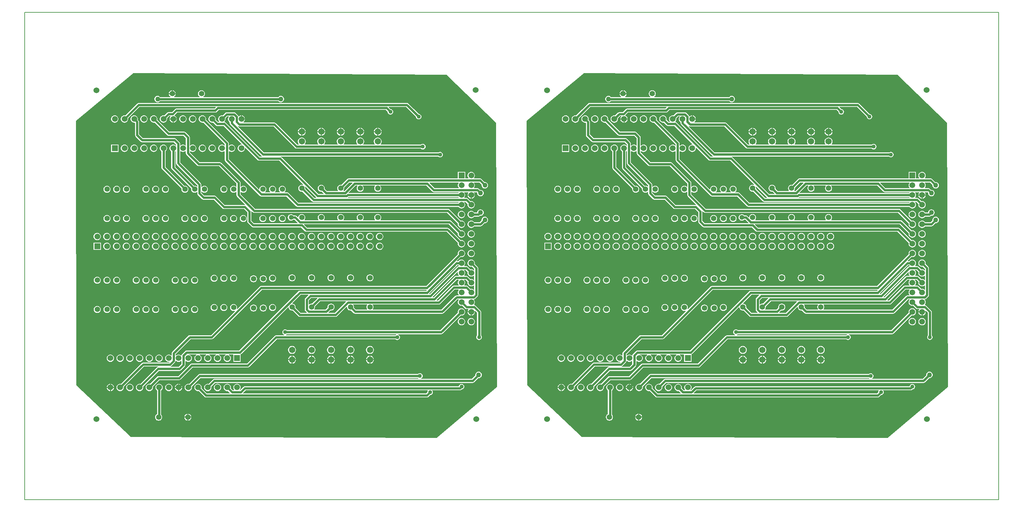
<source format=gbl>
%FSTAX23Y23*%
%MOIN*%
%SFA1B1*%

%IPPOS*%
%ADD10C,0.024000*%
%ADD11C,0.059060*%
%ADD12R,0.059060X0.059060*%
%ADD13R,0.059060X0.059060*%
%ADD14C,0.059060*%
%ADD15C,0.064960*%
%ADD16C,0.060000*%
%ADD17C,0.055120*%
%ADD18R,0.059060X0.059060*%
%ADD19C,0.040000*%
%ADD20C,0.050000*%
%ADD36C,0.005000*%
%LNtlc5940controlboard-1*%
%LPD*%
G36*
X04331Y0436D02*
X04841Y03865D01*
X04851Y01156*
X04231Y00631*
X01091Y00641*
X00531Y01171*
X00526Y03885*
X01116Y04375*
X04331Y0436*
G37*
G54D36*
X0Y0D02*
X1D01*
Y05*
X0*
Y0*
G36*
X0896Y0436D02*
X0947Y03865D01*
X0948Y01156*
X0886Y00631*
X0572Y00641*
X0516Y01171*
X05155Y03885*
X05745Y04375*
X0896Y0436*
G37*
%LNtlc5940controlboard-2*%
%LPC*%
G36*
X02351Y02301D02*
X02341Y023D01*
X02333Y02297*
X02325Y02291*
X02319Y02283*
X02316Y02275*
X02315Y02266*
X02316Y02256*
X02319Y02248*
X02325Y0224*
X02333Y02234*
X02341Y02231*
X02351Y0223*
X0236Y02231*
X02368Y02234*
X02376Y0224*
X02382Y02248*
X02385Y02256*
X02386Y02266*
X02385Y02275*
X02382Y02283*
X02376Y02291*
X02368Y02297*
X0236Y023*
X02351Y02301*
G37*
G36*
X02451D02*
X02441Y023D01*
X02433Y02297*
X02425Y02291*
X02419Y02283*
X02416Y02275*
X02415Y02266*
X02416Y02256*
X02419Y02248*
X02425Y0224*
X02433Y02234*
X02441Y02231*
X02451Y0223*
X0246Y02231*
X02468Y02234*
X02476Y0224*
X02482Y02248*
X02485Y02256*
X02486Y02266*
X02485Y02275*
X02482Y02283*
X02476Y02291*
X02468Y02297*
X0246Y023*
X02451Y02301*
G37*
G36*
X01946Y02306D02*
X01936Y02305D01*
X01928Y02302*
X0192Y02296*
X01914Y02288*
X01911Y0228*
X0191Y02271*
X01911Y02261*
X01914Y02253*
X0192Y02245*
X01928Y02239*
X01936Y02236*
X01946Y02235*
X01955Y02236*
X01963Y02239*
X01971Y02245*
X01977Y02253*
X0198Y02261*
X01981Y02271*
X0198Y0228*
X01977Y02288*
X01971Y02296*
X01963Y02302*
X01955Y02305*
X01946Y02306*
G37*
G36*
X01746Y02286D02*
X01736Y02285D01*
X01728Y02282*
X0172Y02276*
X01714Y02268*
X01711Y0226*
X0171Y02251*
X01711Y02241*
X01714Y02233*
X0172Y02225*
X01728Y02219*
X01736Y02216*
X01746Y02215*
X01755Y02216*
X01763Y02219*
X01771Y02225*
X01777Y02233*
X0178Y02241*
X01781Y02251*
X0178Y0226*
X01777Y02268*
X01771Y02276*
X01763Y02282*
X01755Y02285*
X01746Y02286*
G37*
G36*
X01346D02*
X01336Y02285D01*
X01328Y02282*
X0132Y02276*
X01314Y02268*
X01311Y0226*
X0131Y02251*
X01311Y02241*
X01314Y02233*
X0132Y02225*
X01328Y02219*
X01336Y02216*
X01346Y02215*
X01355Y02216*
X01363Y02219*
X01371Y02225*
X01377Y02233*
X0138Y02241*
X01381Y02251*
X0138Y0226*
X01377Y02268*
X01371Y02276*
X01363Y02282*
X01355Y02285*
X01346Y02286*
G37*
G36*
X01546D02*
X01536Y02285D01*
X01528Y02282*
X0152Y02276*
X01514Y02268*
X01511Y0226*
X0151Y02251*
X01511Y02241*
X01514Y02233*
X0152Y02225*
X01528Y02219*
X01536Y02216*
X01546Y02215*
X01555Y02216*
X01563Y02219*
X01571Y02225*
X01577Y02233*
X0158Y02241*
X01581Y02251*
X0158Y0226*
X01577Y02268*
X01571Y02276*
X01563Y02282*
X01555Y02285*
X01546Y02286*
G37*
G36*
X01646D02*
X01636Y02285D01*
X01628Y02282*
X0162Y02276*
X01614Y02268*
X01611Y0226*
X0161Y02251*
X01611Y02241*
X01614Y02233*
X0162Y02225*
X01628Y02219*
X01636Y02216*
X01646Y02215*
X01655Y02216*
X01663Y02219*
X01671Y02225*
X01677Y02233*
X0168Y02241*
X01681Y02251*
X0168Y0226*
X01677Y02268*
X01671Y02276*
X01663Y02282*
X01655Y02285*
X01646Y02286*
G37*
G36*
X02946Y02311D02*
X02936Y0231D01*
X02928Y02307*
X0292Y02301*
X02914Y02293*
X02911Y02285*
X0291Y02276*
X02911Y02266*
X02914Y02258*
X0292Y0225*
X02928Y02244*
X02936Y02241*
X02946Y0224*
X02955Y02241*
X02963Y02244*
X02971Y0225*
X02977Y02258*
X0298Y02266*
X02981Y02276*
X0298Y02285*
X02977Y02293*
X02971Y02301*
X02963Y02307*
X02955Y0231*
X02946Y02311*
G37*
G36*
X03146D02*
X03136Y0231D01*
X03128Y02307*
X0312Y02301*
X03114Y02293*
X03111Y02285*
X0311Y02276*
X03111Y02266*
X03114Y02258*
X0312Y0225*
X03128Y02244*
X03136Y02241*
X03146Y0224*
X03155Y02241*
X03163Y02244*
X03171Y0225*
X03177Y02258*
X0318Y02266*
X03181Y02276*
X0318Y02285*
X03177Y02293*
X03171Y02301*
X03163Y02307*
X03155Y0231*
X03146Y02311*
G37*
G36*
X03346D02*
X03336Y0231D01*
X03328Y02307*
X0332Y02301*
X03314Y02293*
X03311Y02285*
X0331Y02276*
X03311Y02266*
X03314Y02258*
X0332Y0225*
X03328Y02244*
X03336Y02241*
X03346Y0224*
X03355Y02241*
X03363Y02244*
X03371Y0225*
X03377Y02258*
X0338Y02266*
X03381Y02276*
X0338Y02285*
X03377Y02293*
X03371Y02301*
X03363Y02307*
X03355Y0231*
X03346Y02311*
G37*
G36*
X02746D02*
X02736Y0231D01*
X02728Y02307*
X0272Y02301*
X02714Y02293*
X02711Y02285*
X0271Y02276*
X02711Y02266*
X02714Y02258*
X0272Y0225*
X02728Y02244*
X02736Y02241*
X02746Y0224*
X02755Y02241*
X02763Y02244*
X02771Y0225*
X02777Y02258*
X0278Y02266*
X02781Y02276*
X0278Y02285*
X02777Y02293*
X02771Y02301*
X02763Y02307*
X02755Y0231*
X02746Y02311*
G37*
G36*
X02046Y02306D02*
X02036Y02305D01*
X02028Y02302*
X0202Y02296*
X02014Y02288*
X02011Y0228*
X0201Y02271*
X02011Y02261*
X02014Y02253*
X0202Y02245*
X02028Y02239*
X02036Y02236*
X02046Y02235*
X02055Y02236*
X02063Y02239*
X02071Y02245*
X02077Y02253*
X0208Y02261*
X02081Y02271*
X0208Y0228*
X02077Y02288*
X02071Y02296*
X02063Y02302*
X02055Y02305*
X02046Y02306*
G37*
G36*
X02146D02*
X02136Y02305D01*
X02128Y02302*
X0212Y02296*
X02114Y02288*
X02111Y0228*
X0211Y02271*
X02111Y02261*
X02114Y02253*
X0212Y02245*
X02128Y02239*
X02136Y02236*
X02146Y02235*
X02155Y02236*
X02163Y02239*
X02171Y02245*
X02177Y02253*
X0218Y02261*
X02181Y02271*
X0218Y0228*
X02177Y02288*
X02171Y02296*
X02163Y02302*
X02155Y02305*
X02146Y02306*
G37*
G36*
X02546D02*
X02536Y02305D01*
X02528Y02302*
X0252Y02296*
X02514Y02288*
X02511Y0228*
X0251Y02271*
X02511Y02261*
X02514Y02253*
X0252Y02245*
X02528Y02239*
X02536Y02236*
X02546Y02235*
X02555Y02236*
X02563Y02239*
X02571Y02245*
X02577Y02253*
X0258Y02261*
X02581Y02271*
X0258Y0228*
X02577Y02288*
X02571Y02296*
X02563Y02302*
X02555Y02305*
X02546Y02306*
G37*
G36*
X01546Y01986D02*
X01536Y01985D01*
X01528Y01982*
X0152Y01976*
X01514Y01968*
X01511Y0196*
X0151Y01951*
X01511Y01941*
X01514Y01933*
X0152Y01925*
X01528Y01919*
X01536Y01916*
X01546Y01915*
X01555Y01916*
X01563Y01919*
X01571Y01925*
X01577Y01933*
X0158Y01941*
X01581Y01951*
X0158Y0196*
X01577Y01968*
X01571Y01976*
X01563Y01982*
X01555Y01985*
X01546Y01986*
G37*
G36*
X01646D02*
X01636Y01985D01*
X01628Y01982*
X0162Y01976*
X01614Y01968*
X01611Y0196*
X0161Y01951*
X01611Y01941*
X01614Y01933*
X0162Y01925*
X01628Y01919*
X01636Y01916*
X01646Y01915*
X01655Y01916*
X01663Y01919*
X01671Y01925*
X01677Y01933*
X0168Y01941*
X01681Y01951*
X0168Y0196*
X01677Y01968*
X01671Y01976*
X01663Y01982*
X01655Y01985*
X01646Y01986*
G37*
G36*
X01746D02*
X01736Y01985D01*
X01728Y01982*
X0172Y01976*
X01714Y01968*
X01711Y0196*
X0171Y01951*
X01711Y01941*
X01714Y01933*
X0172Y01925*
X01728Y01919*
X01736Y01916*
X01746Y01915*
X01755Y01916*
X01763Y01919*
X01771Y01925*
X01777Y01933*
X0178Y01941*
X01781Y01951*
X0178Y0196*
X01777Y01968*
X01771Y01976*
X01763Y01982*
X01755Y01985*
X01746Y01986*
G37*
G36*
X01346D02*
X01336Y01985D01*
X01328Y01982*
X0132Y01976*
X01314Y01968*
X01311Y0196*
X0131Y01951*
X01311Y01941*
X01314Y01933*
X0132Y01925*
X01328Y01919*
X01336Y01916*
X01346Y01915*
X01355Y01916*
X01363Y01919*
X01371Y01925*
X01377Y01933*
X0138Y01941*
X01381Y01951*
X0138Y0196*
X01377Y01968*
X01371Y01976*
X01363Y01982*
X01355Y01985*
X01346Y01986*
G37*
G36*
X00946D02*
X00936Y01985D01*
X00928Y01982*
X0092Y01976*
X00914Y01968*
X00911Y0196*
X0091Y01951*
X00911Y01941*
X00914Y01933*
X0092Y01925*
X00928Y01919*
X00936Y01916*
X00946Y01915*
X00955Y01916*
X00963Y01919*
X00971Y01925*
X00977Y01933*
X0098Y01941*
X00981Y01951*
X0098Y0196*
X00977Y01968*
X00971Y01976*
X00963Y01982*
X00955Y01985*
X00946Y01986*
G37*
G36*
X01146D02*
X01136Y01985D01*
X01128Y01982*
X0112Y01976*
X01114Y01968*
X01111Y0196*
X0111Y01951*
X01111Y01941*
X01114Y01933*
X0112Y01925*
X01128Y01919*
X01136Y01916*
X01146Y01915*
X01155Y01916*
X01163Y01919*
X01171Y01925*
X01177Y01933*
X0118Y01941*
X01181Y01951*
X0118Y0196*
X01177Y01968*
X01171Y01976*
X01163Y01982*
X01155Y01985*
X01146Y01986*
G37*
G36*
X01246D02*
X01236Y01985D01*
X01228Y01982*
X0122Y01976*
X01214Y01968*
X01211Y0196*
X0121Y01951*
X01211Y01941*
X01214Y01933*
X0122Y01925*
X01228Y01919*
X01236Y01916*
X01246Y01915*
X01255Y01916*
X01263Y01919*
X01271Y01925*
X01277Y01933*
X0128Y01941*
X01281Y01951*
X0128Y0196*
X01277Y01968*
X01271Y01976*
X01263Y01982*
X01255Y01985*
X01246Y01986*
G37*
G36*
X00946Y02286D02*
X00936Y02285D01*
X00928Y02282*
X0092Y02276*
X00914Y02268*
X00911Y0226*
X0091Y02251*
X00911Y02241*
X00914Y02233*
X0092Y02225*
X00928Y02219*
X00936Y02216*
X00946Y02215*
X00955Y02216*
X00963Y02219*
X00971Y02225*
X00977Y02233*
X0098Y02241*
X00981Y02251*
X0098Y0226*
X00977Y02268*
X00971Y02276*
X00963Y02282*
X00955Y02285*
X00946Y02286*
G37*
G36*
X01146D02*
X01136Y02285D01*
X01128Y02282*
X0112Y02276*
X01114Y02268*
X01111Y0226*
X0111Y02251*
X01111Y02241*
X01114Y02233*
X0112Y02225*
X01128Y02219*
X01136Y02216*
X01146Y02215*
X01155Y02216*
X01163Y02219*
X01171Y02225*
X01177Y02233*
X0118Y02241*
X01181Y02251*
X0118Y0226*
X01177Y02268*
X01171Y02276*
X01163Y02282*
X01155Y02285*
X01146Y02286*
G37*
G36*
X01246D02*
X01236Y02285D01*
X01228Y02282*
X0122Y02276*
X01214Y02268*
X01211Y0226*
X0121Y02251*
X01211Y02241*
X01214Y02233*
X0122Y02225*
X01228Y02219*
X01236Y02216*
X01246Y02215*
X01255Y02216*
X01263Y02219*
X01271Y02225*
X01277Y02233*
X0128Y02241*
X01281Y02251*
X0128Y0226*
X01277Y02268*
X01271Y02276*
X01263Y02282*
X01255Y02285*
X01246Y02286*
G37*
G36*
X00846D02*
X00836Y02285D01*
X00828Y02282*
X0082Y02276*
X00814Y02268*
X00811Y0226*
X0081Y02251*
X00811Y02241*
X00814Y02233*
X0082Y02225*
X00828Y02219*
X00836Y02216*
X00846Y02215*
X00855Y02216*
X00863Y02219*
X00871Y02225*
X00877Y02233*
X0088Y02241*
X00881Y02251*
X0088Y0226*
X00877Y02268*
X00871Y02276*
X00863Y02282*
X00855Y02285*
X00846Y02286*
G37*
G36*
X01946Y02006D02*
X01936Y02005D01*
X01928Y02002*
X0192Y01996*
X01914Y01988*
X01911Y0198*
X0191Y01971*
X01911Y01961*
X01914Y01953*
X0192Y01945*
X01928Y01939*
X01936Y01936*
X01946Y01935*
X01955Y01936*
X01963Y01939*
X01971Y01945*
X01977Y01953*
X0198Y01961*
X01981Y01971*
X0198Y0198*
X01977Y01988*
X01971Y01996*
X01963Y02002*
X01955Y02005*
X01946Y02006*
G37*
G36*
X02046D02*
X02036Y02005D01*
X02028Y02002*
X0202Y01996*
X02014Y01988*
X02011Y0198*
X0201Y01971*
X02011Y01961*
X02014Y01953*
X0202Y01945*
X02028Y01939*
X02036Y01936*
X02046Y01935*
X02055Y01936*
X02063Y01939*
X02071Y01945*
X02077Y01953*
X0208Y01961*
X02081Y01971*
X0208Y0198*
X02077Y01988*
X02071Y01996*
X02063Y02002*
X02055Y02005*
X02046Y02006*
G37*
G36*
X00746Y02286D02*
X00736Y02285D01*
X00728Y02282*
X0072Y02276*
X00714Y02268*
X00711Y0226*
X0071Y02251*
X00711Y02241*
X00714Y02233*
X0072Y02225*
X00728Y02219*
X00736Y02216*
X00746Y02215*
X00755Y02216*
X00763Y02219*
X00771Y02225*
X00777Y02233*
X0078Y02241*
X00781Y02251*
X0078Y0226*
X00777Y02268*
X00771Y02276*
X00763Y02282*
X00755Y02285*
X00746Y02286*
G37*
G36*
X02346Y02637D02*
X02336Y02636D01*
X02327Y02632*
X02319Y02626*
X02313Y02618*
X02309Y02609*
X02308Y026*
X02309Y0259*
X02313Y02581*
X02319Y02573*
X02327Y02567*
X02336Y02563*
X02346Y02562*
X02355Y02563*
X02364Y02567*
X02372Y02573*
X02378Y02581*
X02382Y0259*
X02383Y026*
X02382Y02609*
X02378Y02618*
X02372Y02626*
X02364Y02632*
X02355Y02636*
X02346Y02637*
G37*
G36*
X02446D02*
X02436Y02636D01*
X02427Y02632*
X02419Y02626*
X02413Y02618*
X02409Y02609*
X02408Y026*
X02409Y0259*
X02413Y02581*
X02419Y02573*
X02427Y02567*
X02436Y02563*
X02446Y02562*
X02455Y02563*
X02464Y02567*
X02472Y02573*
X02478Y02581*
X02482Y0259*
X02483Y026*
X02482Y02609*
X02478Y02618*
X02472Y02626*
X02464Y02632*
X02455Y02636*
X02446Y02637*
G37*
G36*
X02546D02*
X02536Y02636D01*
X02527Y02632*
X02519Y02626*
X02513Y02618*
X02509Y02609*
X02508Y026*
X02509Y0259*
X02513Y02581*
X02519Y02573*
X02527Y02567*
X02536Y02563*
X02546Y02562*
X02555Y02563*
X02564Y02567*
X02572Y02573*
X02578Y02581*
X02582Y0259*
X02583Y026*
X02582Y02609*
X02578Y02618*
X02572Y02626*
X02564Y02632*
X02555Y02636*
X02546Y02637*
G37*
G36*
X02246D02*
X02236Y02636D01*
X02227Y02632*
X02219Y02626*
X02213Y02618*
X02209Y02609*
X02208Y026*
X02209Y0259*
X02213Y02581*
X02219Y02573*
X02227Y02567*
X02236Y02563*
X02246Y02562*
X02255Y02563*
X02264Y02567*
X02272Y02573*
X02278Y02581*
X02282Y0259*
X02283Y026*
X02282Y02609*
X02278Y02618*
X02272Y02626*
X02264Y02632*
X02255Y02636*
X02246Y02637*
G37*
G36*
X01946D02*
X01936Y02636D01*
X01927Y02632*
X01919Y02626*
X01913Y02618*
X01909Y02609*
X01908Y026*
X01909Y0259*
X01913Y02581*
X01919Y02573*
X01927Y02567*
X01936Y02563*
X01946Y02562*
X01955Y02563*
X01964Y02567*
X01972Y02573*
X01978Y02581*
X01982Y0259*
X01983Y026*
X01982Y02609*
X01978Y02618*
X01972Y02626*
X01964Y02632*
X01955Y02636*
X01946Y02637*
G37*
G36*
X02046D02*
X02036Y02636D01*
X02027Y02632*
X02019Y02626*
X02013Y02618*
X02009Y02609*
X02008Y026*
X02009Y0259*
X02013Y02581*
X02019Y02573*
X02027Y02567*
X02036Y02563*
X02046Y02562*
X02055Y02563*
X02064Y02567*
X02072Y02573*
X02078Y02581*
X02082Y0259*
X02083Y026*
X02082Y02609*
X02078Y02618*
X02072Y02626*
X02064Y02632*
X02055Y02636*
X02046Y02637*
G37*
G36*
X02146D02*
X02136Y02636D01*
X02127Y02632*
X02119Y02626*
X02113Y02618*
X02109Y02609*
X02108Y026*
X02109Y0259*
X02113Y02581*
X02119Y02573*
X02127Y02567*
X02136Y02563*
X02146Y02562*
X02155Y02563*
X02164Y02567*
X02172Y02573*
X02178Y02581*
X02182Y0259*
X02183Y026*
X02182Y02609*
X02178Y02618*
X02172Y02626*
X02164Y02632*
X02155Y02636*
X02146Y02637*
G37*
G36*
X03046D02*
X03036Y02636D01*
X03027Y02632*
X03019Y02626*
X03013Y02618*
X03009Y02609*
X03008Y026*
X03009Y0259*
X03013Y02581*
X03019Y02573*
X03027Y02567*
X03036Y02563*
X03046Y02562*
X03055Y02563*
X03064Y02567*
X03072Y02573*
X03078Y02581*
X03082Y0259*
X03083Y026*
X03082Y02609*
X03078Y02618*
X03072Y02626*
X03064Y02632*
X03055Y02636*
X03046Y02637*
G37*
G36*
X03146D02*
X03136Y02636D01*
X03127Y02632*
X03119Y02626*
X03113Y02618*
X03109Y02609*
X03108Y026*
X03109Y0259*
X03113Y02581*
X03119Y02573*
X03127Y02567*
X03136Y02563*
X03146Y02562*
X03155Y02563*
X03164Y02567*
X03172Y02573*
X03178Y02581*
X03182Y0259*
X03183Y026*
X03182Y02609*
X03178Y02618*
X03172Y02626*
X03164Y02632*
X03155Y02636*
X03146Y02637*
G37*
G36*
X03246D02*
X03236Y02636D01*
X03227Y02632*
X03219Y02626*
X03213Y02618*
X03209Y02609*
X03208Y026*
X03209Y0259*
X03213Y02581*
X03219Y02573*
X03227Y02567*
X03236Y02563*
X03246Y02562*
X03255Y02563*
X03264Y02567*
X03272Y02573*
X03278Y02581*
X03282Y0259*
X03283Y026*
X03282Y02609*
X03278Y02618*
X03272Y02626*
X03264Y02632*
X03255Y02636*
X03246Y02637*
G37*
G36*
X02946D02*
X02936Y02636D01*
X02927Y02632*
X02919Y02626*
X02913Y02618*
X02909Y02609*
X02908Y026*
X02909Y0259*
X02913Y02581*
X02919Y02573*
X02927Y02567*
X02936Y02563*
X02946Y02562*
X02955Y02563*
X02964Y02567*
X02972Y02573*
X02978Y02581*
X02982Y0259*
X02983Y026*
X02982Y02609*
X02978Y02618*
X02972Y02626*
X02964Y02632*
X02955Y02636*
X02946Y02637*
G37*
G36*
X02646D02*
X02636Y02636D01*
X02627Y02632*
X02619Y02626*
X02613Y02618*
X02609Y02609*
X02608Y026*
X02609Y0259*
X02613Y02581*
X02619Y02573*
X02627Y02567*
X02636Y02563*
X02646Y02562*
X02655Y02563*
X02664Y02567*
X02672Y02573*
X02678Y02581*
X02682Y0259*
X02683Y026*
X02682Y02609*
X02678Y02618*
X02672Y02626*
X02664Y02632*
X02655Y02636*
X02646Y02637*
G37*
G36*
X02746D02*
X02736Y02636D01*
X02727Y02632*
X02719Y02626*
X02713Y02618*
X02709Y02609*
X02708Y026*
X02709Y0259*
X02713Y02581*
X02719Y02573*
X02727Y02567*
X02736Y02563*
X02746Y02562*
X02755Y02563*
X02764Y02567*
X02772Y02573*
X02778Y02581*
X02782Y0259*
X02783Y026*
X02782Y02609*
X02778Y02618*
X02772Y02626*
X02764Y02632*
X02755Y02636*
X02746Y02637*
G37*
G36*
X02846D02*
X02836Y02636D01*
X02827Y02632*
X02819Y02626*
X02813Y02618*
X02809Y02609*
X02808Y026*
X02809Y0259*
X02813Y02581*
X02819Y02573*
X02827Y02567*
X02836Y02563*
X02846Y02562*
X02855Y02563*
X02864Y02567*
X02872Y02573*
X02878Y02581*
X02882Y0259*
X02883Y026*
X02882Y02609*
X02878Y02618*
X02872Y02626*
X02864Y02632*
X02855Y02636*
X02846Y02637*
G37*
G36*
X00946D02*
X00936Y02636D01*
X00927Y02632*
X00919Y02626*
X00913Y02618*
X00909Y02609*
X00908Y026*
X00909Y0259*
X00913Y02581*
X00919Y02573*
X00927Y02567*
X00936Y02563*
X00946Y02562*
X00955Y02563*
X00964Y02567*
X00972Y02573*
X00978Y02581*
X00982Y0259*
X00983Y026*
X00982Y02609*
X00978Y02618*
X00972Y02626*
X00964Y02632*
X00955Y02636*
X00946Y02637*
G37*
G36*
X01046D02*
X01036Y02636D01*
X01027Y02632*
X01019Y02626*
X01013Y02618*
X01009Y02609*
X01008Y026*
X01009Y0259*
X01013Y02581*
X01019Y02573*
X01027Y02567*
X01036Y02563*
X01046Y02562*
X01055Y02563*
X01064Y02567*
X01072Y02573*
X01078Y02581*
X01082Y0259*
X01083Y026*
X01082Y02609*
X01078Y02618*
X01072Y02626*
X01064Y02632*
X01055Y02636*
X01046Y02637*
G37*
G36*
X01146D02*
X01136Y02636D01*
X01127Y02632*
X01119Y02626*
X01113Y02618*
X01109Y02609*
X01108Y026*
X01109Y0259*
X01113Y02581*
X01119Y02573*
X01127Y02567*
X01136Y02563*
X01146Y02562*
X01155Y02563*
X01164Y02567*
X01172Y02573*
X01178Y02581*
X01182Y0259*
X01183Y026*
X01182Y02609*
X01178Y02618*
X01172Y02626*
X01164Y02632*
X01155Y02636*
X01146Y02637*
G37*
G36*
X00846D02*
X00836Y02636D01*
X00827Y02632*
X00819Y02626*
X00813Y02618*
X00809Y02609*
X00808Y026*
X00809Y0259*
X00813Y02581*
X00819Y02573*
X00827Y02567*
X00836Y02563*
X00846Y02562*
X00855Y02563*
X00864Y02567*
X00872Y02573*
X00878Y02581*
X00882Y0259*
X00883Y026*
X00882Y02609*
X00878Y02618*
X00872Y02626*
X00864Y02632*
X00855Y02636*
X00846Y02637*
G37*
G36*
X03546Y02311D02*
X03536Y0231D01*
X03528Y02307*
X0352Y02301*
X03514Y02293*
X03511Y02285*
X0351Y02276*
X03511Y02266*
X03514Y02258*
X0352Y0225*
X03528Y02244*
X03536Y02241*
X03546Y0224*
X03555Y02241*
X03563Y02244*
X03571Y0225*
X03577Y02258*
X0358Y02266*
X03581Y02276*
X0358Y02285*
X03577Y02293*
X03571Y02301*
X03563Y02307*
X03555Y0231*
X03546Y02311*
G37*
G36*
X04486Y02562D02*
X04476Y02561D01*
X04467Y02557*
X04459Y02551*
X04453Y02543*
X04449Y02534*
X04448Y02525*
X04449Y02517*
X04123Y02192*
X02427*
X0242Y0219*
X02417Y02189*
X02413Y02186*
X02183Y01956*
X02179Y01959*
X0218Y01961*
X02181Y01971*
X0218Y0198*
X02177Y01988*
X02171Y01996*
X02163Y02002*
X02155Y02005*
X02146Y02006*
X02136Y02005*
X02128Y02002*
X0212Y01996*
X02114Y01988*
X02111Y0198*
X0211Y01971*
X02111Y01961*
X02114Y01953*
X0212Y01945*
X02128Y01939*
X02136Y01936*
X02146Y01935*
X02155Y01936*
X02157Y01937*
X0216Y01933*
X01914Y01687*
X01697*
X01689Y01685*
X01682Y01681*
X01516Y01515*
X01512Y01508*
X0151Y01501*
Y01481*
X01506Y01479*
X01499Y01483*
X0149Y01487*
X01481Y01488*
X01471Y01487*
X01462Y01483*
X01454Y01477*
X01448Y01469*
X01444Y0146*
X01443Y01451*
X01444Y01441*
X01448Y01432*
X01454Y01424*
X01462Y01418*
X01471Y01414*
X01481Y01413*
X01486*
X01487Y0141*
X01485Y01406*
X01216*
X01208Y01404*
X01201Y014*
X00988Y01187*
X00981Y01188*
X00971Y01187*
X00962Y01183*
X00954Y01177*
X00948Y01169*
X00944Y0116*
X00943Y01151*
X00944Y01141*
X00948Y01132*
X00954Y01124*
X00962Y01118*
X00971Y01114*
X00981Y01113*
X0099Y01114*
X00999Y01118*
X01007Y01124*
X01013Y01132*
X01017Y01141*
X01018Y01151*
X01017Y01158*
X01224Y01365*
X01366*
X01367Y0136*
X01363Y01359*
X01356Y01355*
X01188Y01187*
X01181Y01188*
X01171Y01187*
X01162Y01183*
X01154Y01177*
X01148Y01169*
X01144Y0116*
X01143Y01151*
X01144Y01141*
X01148Y01132*
X01154Y01124*
X01162Y01118*
X01171Y01114*
X01181Y01113*
X0119Y01114*
X01199Y01118*
X01207Y01124*
X01213Y01132*
X01217Y01141*
X01218Y01151*
X01217Y01158*
X01379Y0132*
X0159*
X01597Y01322*
X01604Y01326*
X01645Y01367*
X01649Y01374*
X01651Y01382*
Y0142*
X01655Y01422*
X01662Y01418*
X01671Y01414*
X01681Y01413*
X0169Y01414*
X01699Y01418*
X01707Y01424*
X01713Y01432*
X01717Y01441*
X01718Y01451*
X01717Y0146*
X01713Y01469*
X01707Y01477*
X01699Y01483*
X0169Y01487*
X01681Y01488*
Y01489*
X01763*
X01764Y01484*
X01762Y01483*
X01754Y01477*
X01748Y01469*
X01744Y0146*
X01743Y01451*
X01744Y01441*
X01748Y01432*
X01754Y01424*
X01762Y01418*
X01771Y01414*
X01781Y01413*
X0179Y01414*
X01799Y01418*
X01807Y01424*
X01813Y01432*
X01817Y01441*
X01818Y01451*
X01817Y0146*
X01813Y01469*
X01807Y01477*
X01799Y01483*
X01797Y01484*
X01798Y01489*
X01863*
X01864Y01484*
X01862Y01483*
X01854Y01477*
X01848Y01469*
X01844Y0146*
X01843Y01451*
X01844Y01441*
X01848Y01432*
X01854Y01424*
X01862Y01418*
X01871Y01414*
X01881Y01413*
X0189Y01414*
X01899Y01418*
X01907Y01424*
X01913Y01432*
X01917Y01441*
X01918Y01451*
X01917Y0146*
X01913Y01469*
X01907Y01477*
X01899Y01483*
X01897Y01484*
X01898Y01489*
X01963*
X01964Y01484*
X01962Y01483*
X01954Y01477*
X01948Y01469*
X01944Y0146*
X01943Y01451*
X01944Y01441*
X01948Y01432*
X01954Y01424*
X01962Y01418*
X01971Y01414*
X01981Y01413*
X0199Y01414*
X01999Y01418*
X02007Y01424*
X02013Y01432*
X02017Y01441*
X02018Y01451*
X02017Y0146*
X02013Y01469*
X02007Y01477*
X01999Y01483*
X01997Y01484*
X01998Y01489*
X02063*
X02064Y01484*
X02062Y01483*
X02054Y01477*
X02048Y01469*
X02044Y0146*
X02043Y01451*
X02044Y01441*
X02048Y01432*
X02054Y01424*
X02062Y01418*
X02071Y01414*
X02081Y01413*
X0209Y01414*
X02099Y01418*
X02107Y01424*
X02113Y01432*
X02117Y01441*
X02118Y01451*
X02117Y0146*
X02113Y01469*
X02107Y01477*
X02099Y01483*
X02097Y01484*
X02098Y01489*
X02139*
X02143Y01486*
Y01413*
X02218*
Y01486*
Y01488*
Y0149*
X02219Y01491*
X02226Y01495*
X02705Y01974*
X0271Y01973*
X02711Y01966*
X02714Y01958*
X0272Y0195*
X02728Y01944*
X02736Y01941*
X02746Y0194*
X02752*
X02811Y01882*
X02817Y01877*
X02825Y01876*
X03194*
X03201Y01877*
X03208Y01882*
X03305Y01979*
X0331Y01977*
Y01976*
X03311Y01966*
X03314Y01958*
X0332Y0195*
X03328Y01944*
X03336Y01941*
X03346Y0194*
X03352*
X03379Y01913*
X03386Y01909*
X03394Y01907*
X04288*
X04295Y01909*
X04302Y01913*
X04444Y02055*
X04455*
X04457Y02051*
X04453Y02044*
X04449Y02035*
X04448Y02026*
X04449Y02016*
X04453Y02007*
X04459Y01999*
X04467Y01993*
X04476Y01989*
X04486Y01988*
X04493Y01989*
X04521Y01961*
X04528Y01957*
X04536Y01955*
X04555*
X04557Y01951*
X04553Y01944*
X04549Y01935*
X04548Y01931*
X04623*
X04622Y01933*
X04627Y01935*
X04645Y01917*
Y01685*
X04641Y0168*
X04638Y01673*
X04637Y01666*
X04638Y01658*
X04641Y01651*
X04646Y01646*
X04651Y01641*
X04658Y01638*
X04666Y01637*
X04673Y01638*
X0468Y01641*
X04685Y01646*
X0469Y01651*
X04693Y01658*
X04694Y01666*
X04693Y01673*
X0469Y0168*
X04686Y01685*
Y01926*
X04684Y01933*
X0468Y0194*
X0463Y0199*
X04623Y01994*
X04616Y01996*
Y02003*
X04618Y02007*
X04622Y02016*
X04623Y02026*
X04622Y02035*
X04618Y02044*
X04612Y02052*
X04613Y02055*
X04614*
X04621Y02057*
X04628Y02061*
X0465Y02083*
X04654Y0209*
X04656Y02098*
Y02376*
X04654Y02383*
X0465Y0239*
X04622Y02418*
X04623Y02426*
X04622Y02435*
X04618Y02444*
X04612Y02452*
X04604Y02458*
X04595Y02462*
X04586Y02463*
X04576Y02462*
X04567Y02458*
X04559Y02452*
X04553Y02444*
X04549Y02435*
X04548Y02426*
X04549Y02416*
X04553Y02407*
X04559Y02399*
X04567Y02393*
X04576Y02389*
X04586Y02388*
X04593Y02389*
X04615Y02367*
Y02356*
X04611Y02354*
X04604Y02358*
X04595Y02362*
X04586Y02363*
X04578Y02362*
X0455Y0239*
X04543Y02394*
X04536Y02396*
X04516*
X04514Y024*
X04518Y02407*
X04522Y02416*
X04523Y02426*
X04522Y02435*
X04518Y02444*
X04512Y02452*
X04504Y02458*
X04495Y02462*
X04486Y02463*
X04476Y02462*
X04467Y02458*
X04459Y02452*
X04454Y02446*
X04441*
X04439Y02451*
X04478Y02489*
X04486Y02488*
X04495Y02489*
X04504Y02493*
X04512Y02499*
X04518Y02506*
X04522Y02515*
X04523Y02525*
X04522Y02534*
X04518Y02543*
X04512Y02551*
X04504Y02557*
X04495Y02561*
X04486Y02562*
G37*
G36*
X04586D02*
X04576Y02561D01*
X04567Y02557*
X04559Y02551*
X04553Y02543*
X04549Y02534*
X04548Y02525*
X04549Y02515*
X04553Y02506*
X04559Y02499*
X04567Y02493*
X04576Y02489*
X04586Y02488*
X04595Y02489*
X04604Y02493*
X04612Y02499*
X04618Y02506*
X04622Y02515*
X04623Y02525*
X04622Y02534*
X04618Y02543*
X04612Y02551*
X04604Y02557*
X04595Y02561*
X04586Y02562*
G37*
G36*
X01646Y02637D02*
X01636Y02636D01*
X01627Y02632*
X01619Y02626*
X01613Y02618*
X01609Y02609*
X01608Y026*
X01609Y0259*
X01613Y02581*
X01619Y02573*
X01627Y02567*
X01636Y02563*
X01646Y02562*
X01655Y02563*
X01664Y02567*
X01672Y02573*
X01678Y02581*
X01682Y0259*
X01683Y026*
X01682Y02609*
X01678Y02618*
X01672Y02626*
X01664Y02632*
X01655Y02636*
X01646Y02637*
G37*
G36*
X01746D02*
X01736Y02636D01*
X01727Y02632*
X01719Y02626*
X01713Y02618*
X01709Y02609*
X01708Y026*
X01709Y0259*
X01713Y02581*
X01719Y02573*
X01727Y02567*
X01736Y02563*
X01746Y02562*
X01755Y02563*
X01764Y02567*
X01772Y02573*
X01778Y02581*
X01782Y0259*
X01783Y026*
X01782Y02609*
X01778Y02618*
X01772Y02626*
X01764Y02632*
X01755Y02636*
X01746Y02637*
G37*
G36*
X01846D02*
X01836Y02636D01*
X01827Y02632*
X01819Y02626*
X01813Y02618*
X01809Y02609*
X01808Y026*
X01809Y0259*
X01813Y02581*
X01819Y02573*
X01827Y02567*
X01836Y02563*
X01846Y02562*
X01855Y02563*
X01864Y02567*
X01872Y02573*
X01878Y02581*
X01882Y0259*
X01883Y026*
X01882Y02609*
X01878Y02618*
X01872Y02626*
X01864Y02632*
X01855Y02636*
X01846Y02637*
G37*
G36*
X01546D02*
X01536Y02636D01*
X01527Y02632*
X01519Y02626*
X01513Y02618*
X01509Y02609*
X01508Y026*
X01509Y0259*
X01513Y02581*
X01519Y02573*
X01527Y02567*
X01536Y02563*
X01546Y02562*
X01555Y02563*
X01564Y02567*
X01572Y02573*
X01578Y02581*
X01582Y0259*
X01583Y026*
X01582Y02609*
X01578Y02618*
X01572Y02626*
X01564Y02632*
X01555Y02636*
X01546Y02637*
G37*
G36*
X01246D02*
X01236Y02636D01*
X01227Y02632*
X01219Y02626*
X01213Y02618*
X01209Y02609*
X01208Y026*
X01209Y0259*
X01213Y02581*
X01219Y02573*
X01227Y02567*
X01236Y02563*
X01246Y02562*
X01255Y02563*
X01264Y02567*
X01272Y02573*
X01278Y02581*
X01282Y0259*
X01283Y026*
X01282Y02609*
X01278Y02618*
X01272Y02626*
X01264Y02632*
X01255Y02636*
X01246Y02637*
G37*
G36*
X01346D02*
X01336Y02636D01*
X01327Y02632*
X01319Y02626*
X01313Y02618*
X01309Y02609*
X01308Y026*
X01309Y0259*
X01313Y02581*
X01319Y02573*
X01327Y02567*
X01336Y02563*
X01346Y02562*
X01355Y02563*
X01364Y02567*
X01372Y02573*
X01378Y02581*
X01382Y0259*
X01383Y026*
X01382Y02609*
X01378Y02618*
X01372Y02626*
X01364Y02632*
X01355Y02636*
X01346Y02637*
G37*
G36*
X01446D02*
X01436Y02636D01*
X01427Y02632*
X01419Y02626*
X01413Y02618*
X01409Y02609*
X01408Y026*
X01409Y0259*
X01413Y02581*
X01419Y02573*
X01427Y02567*
X01436Y02563*
X01446Y02562*
X01455Y02563*
X01464Y02567*
X01472Y02573*
X01478Y02581*
X01482Y0259*
X01483Y026*
X01482Y02609*
X01478Y02618*
X01472Y02626*
X01464Y02632*
X01455Y02636*
X01446Y02637*
G37*
G36*
X02741Y01431D02*
X02705D01*
X02706Y01425*
X0271Y01415*
X02717Y01407*
X02725Y014*
X02735Y01396*
X02741Y01395*
Y01431*
G37*
G36*
X02786D02*
X02751D01*
Y01395*
X02756Y01396*
X02766Y014*
X02774Y01407*
X02781Y01415*
X02785Y01425*
X02786Y01431*
G37*
G36*
X02941D02*
X02905D01*
X02906Y01425*
X0291Y01415*
X02917Y01407*
X02925Y014*
X02935Y01396*
X02941Y01395*
Y01431*
G37*
G36*
X04662Y01313D02*
X04653Y01312D01*
X04645Y01308*
X04638Y01303*
X04633Y01296*
X04629Y01288*
X04628Y0128*
X04629Y01276*
X04591Y01238*
X04073*
X04072Y01243*
X04073*
X04078Y01248*
X04083Y01253*
X04086Y0126*
X04087Y01268*
X04086Y01275*
X04083Y01282*
X04078Y01287*
X04073Y01292*
X04066Y01295*
X04059Y01296*
X04051Y01295*
X04044Y01292*
X04039Y01288*
X01798*
X0179Y01286*
X01783Y01282*
X01688Y01187*
X01681Y01188*
X01671Y01187*
X01662Y01183*
X01654Y01177*
X01648Y01169*
X01644Y0116*
X01643Y01151*
X01644Y01141*
X01648Y01132*
X01654Y01124*
X01662Y01118*
X01671Y01114*
X01681Y01113*
X0169Y01114*
X01699Y01118*
X01707Y01124*
X01713Y01132*
X01717Y01141*
X01718Y01151*
X01717Y01158*
X01806Y01247*
X04039*
X04044Y01243*
X04045*
X04044Y01238*
X01948*
X0194Y01236*
X01933Y01232*
X01888Y01187*
X01881Y01188*
X01871Y01187*
X01862Y01183*
X01854Y01177*
X01848Y01169*
X01844Y0116*
X01843Y01151*
X01844Y01141*
X01848Y01132*
X01854Y01124*
X01862Y01118*
X01871Y01114*
X01881Y01113*
X0189Y01114*
X01899Y01118*
X01907Y01124*
X01913Y01132*
X01917Y01141*
X01918Y01151*
X01917Y01158*
X01956Y01197*
X046*
X04607Y01199*
X04614Y01203*
X04658Y01247*
X04662Y01246*
X0467Y01247*
X04678Y01251*
X04685Y01256*
X0469Y01263*
X04694Y01271*
X04695Y0128*
X04694Y01288*
X0469Y01296*
X04685Y01303*
X04678Y01308*
X0467Y01312*
X04662Y01313*
G37*
G36*
X00886Y01188D02*
Y01156D01*
X00918*
X00917Y0116*
X00913Y01169*
X00907Y01177*
X00899Y01183*
X0089Y01187*
X00886Y01188*
G37*
G36*
X01576D02*
X01571Y01187D01*
X01562Y01183*
X01554Y01177*
X01548Y01169*
X01544Y0116*
X01543Y01156*
X01576*
Y01188*
G37*
G36*
X01586D02*
Y01156D01*
X01618*
X01617Y0116*
X01613Y01169*
X01607Y01177*
X01599Y01183*
X0159Y01187*
X01586Y01188*
G37*
G36*
X03386Y01431D02*
X03351D01*
Y01395*
X03356Y01396*
X03366Y014*
X03374Y01407*
X03381Y01415*
X03385Y01425*
X03386Y01431*
G37*
G36*
X03541D02*
X03505D01*
X03506Y01425*
X0351Y01415*
X03517Y01407*
X03525Y014*
X03535Y01396*
X03541Y01395*
Y01431*
G37*
G36*
X03586D02*
X03551D01*
Y01395*
X03556Y01396*
X03566Y014*
X03574Y01407*
X03581Y01415*
X03585Y01425*
X03586Y01431*
G37*
G36*
X03341D02*
X03305D01*
X03306Y01425*
X0331Y01415*
X03317Y01407*
X03325Y014*
X03335Y01396*
X03341Y01395*
Y01431*
G37*
G36*
X02986D02*
X02951D01*
Y01395*
X02956Y01396*
X02966Y014*
X02974Y01407*
X02981Y01415*
X02985Y01425*
X02986Y01431*
G37*
G36*
X03141D02*
X03105D01*
X03106Y01425*
X0311Y01415*
X03117Y01407*
X03125Y014*
X03135Y01396*
X03141Y01395*
Y01431*
G37*
G36*
X03186D02*
X03151D01*
Y01395*
X03156Y01396*
X03166Y014*
X03174Y01407*
X03181Y01415*
X03185Y01425*
X03186Y01431*
G37*
G36*
X01681Y00881D02*
Y00851D01*
X01711*
X0171Y00855*
X01707Y00863*
X01701Y00871*
X01693Y00877*
X01685Y0088*
X01681Y00881*
G37*
G36*
X01081Y01188D02*
X01071Y01187D01*
X01062Y01183*
X01054Y01177*
X01048Y01169*
X01044Y0116*
X01043Y01151*
X01044Y01141*
X01048Y01132*
X01054Y01124*
X01062Y01118*
X01071Y01114*
X01081Y01113*
X0109Y01114*
X01099Y01118*
X01107Y01124*
X01113Y01132*
X01117Y01141*
X01118Y01151*
X01117Y0116*
X01113Y01169*
X01107Y01177*
X01099Y01183*
X0109Y01187*
X01081Y01188*
G37*
G36*
X01481D02*
X01471Y01187D01*
X01462Y01183*
X01454Y01177*
X01448Y01169*
X01444Y0116*
X01443Y01151*
X01444Y01141*
X01448Y01132*
X01454Y01124*
X01462Y01118*
X01471Y01114*
X01481Y01113*
X0149Y01114*
X01499Y01118*
X01507Y01124*
X01513Y01132*
X01517Y01141*
X01518Y01151*
X01517Y0116*
X01513Y01169*
X01507Y01177*
X01499Y01183*
X0149Y01187*
X01481Y01188*
G37*
G36*
X01671Y00881D02*
X01666Y0088D01*
X01658Y00877*
X0165Y00871*
X01644Y00863*
X01641Y00855*
X0164Y00851*
X01671*
Y00881*
G37*
G36*
X01381Y01188D02*
X01371Y01187D01*
X01362Y01183*
X01354Y01177*
X01348Y01169*
X01344Y0116*
X01343Y01151*
X01344Y01141*
X01348Y01132*
X01354Y01124*
X0136Y01119*
Y00878*
X01358Y00877*
X0135Y00871*
X01344Y00863*
X01341Y00855*
X0134Y00846*
X01341Y00836*
X01344Y00828*
X0135Y0082*
X01358Y00814*
X01366Y00811*
X01376Y0081*
X01385Y00811*
X01393Y00814*
X01401Y0082*
X01407Y00828*
X0141Y00836*
X01411Y00846*
X0141Y00855*
X01407Y00863*
X01401Y00871*
Y01119*
X01407Y01124*
X01413Y01132*
X01417Y01141*
X01418Y01151*
X01417Y0116*
X01413Y01169*
X01407Y01177*
X01399Y01183*
X0139Y01187*
X01381Y01188*
G37*
G36*
X01671Y00841D02*
X0164D01*
X01641Y00836*
X01644Y00828*
X0165Y0082*
X01658Y00814*
X01666Y00811*
X01671Y0081*
Y00841*
G37*
G36*
X01711D02*
X01681D01*
Y0081*
X01685Y00811*
X01693Y00814*
X01701Y0082*
X01707Y00828*
X0171Y00836*
X01711Y00841*
G37*
G36*
X01618Y01146D02*
X01586D01*
Y01113*
X0159Y01114*
X01599Y01118*
X01607Y01124*
X01613Y01132*
X01617Y01141*
X01618Y01146*
G37*
G36*
X02181Y01188D02*
X02171Y01187D01*
X02162Y01183*
X02154Y01177*
X02148Y01169*
X02144Y0116*
X02143Y01151*
X02144Y01141*
X02148Y01132*
X02152Y01126*
X0215Y01121*
X02138*
X02117Y01143*
X02118Y01151*
X02117Y0116*
X02113Y01169*
X02107Y01177*
X02099Y01183*
X0209Y01187*
X02081Y01188*
X02071Y01187*
X02062Y01183*
X02054Y01177*
X02048Y01169*
X02044Y0116*
X02043Y01151*
X02044Y01141*
X02048Y01132*
X02054Y01124*
X02062Y01118*
X02071Y01114*
X02081Y01113*
X02088Y01114*
X02108Y01094*
X02106Y01089*
X0187*
X01817Y01143*
X01818Y01151*
X01817Y0116*
X01813Y01169*
X01807Y01177*
X01799Y01183*
X0179Y01187*
X01781Y01188*
X01771Y01187*
X01762Y01183*
X01754Y01177*
X01748Y01169*
X01744Y0116*
X01743Y01151*
X01744Y01141*
X01748Y01132*
X01754Y01124*
X01762Y01118*
X01771Y01114*
X01781Y01113*
X01788Y01114*
X01848Y01055*
X01854Y0105*
X01862Y01049*
X04132*
X0414Y0105*
X04146Y01055*
X04164Y01072*
X04171Y01073*
X04178Y01076*
X04183Y01081*
X04188Y01086*
X04191Y01093*
X04192Y01101*
X04191Y01108*
X04188Y01115*
X04183Y0112*
X04184Y01122*
X0447*
X04477Y01124*
X04484Y01128*
X04486Y0113*
X04493Y01131*
X045Y01134*
X04505Y01139*
X0451Y01144*
X04513Y01151*
X04514Y01159*
X04513Y01166*
X0451Y01173*
X04505Y01178*
X045Y01183*
X04493Y01186*
X04486Y01187*
X04478Y01186*
X04471Y01183*
X04466Y01178*
X04461Y01173*
X04458Y01166*
Y01163*
X02262*
X02254Y01161*
X02247Y01157*
X02212Y01122*
X02209Y01125*
Y01126*
X02213Y01132*
X02217Y01141*
X02218Y01151*
X02217Y0116*
X02213Y01169*
X02207Y01177*
X02199Y01183*
X0219Y01187*
X02181Y01188*
G37*
G36*
X00876D02*
X00871Y01187D01*
X00862Y01183*
X00854Y01177*
X00848Y01169*
X00844Y0116*
X00843Y01156*
X00876*
Y01188*
G37*
G36*
X01576Y01146D02*
X01543D01*
X01544Y01141*
X01548Y01132*
X01554Y01124*
X01562Y01118*
X01571Y01114*
X01576Y01113*
Y01146*
G37*
G36*
X01981Y01188D02*
X01971Y01187D01*
X01962Y01183*
X01954Y01177*
X01948Y01169*
X01944Y0116*
X01943Y01151*
X01944Y01141*
X01948Y01132*
X01954Y01124*
X01962Y01118*
X01971Y01114*
X01981Y01113*
X0199Y01114*
X01999Y01118*
X02007Y01124*
X02013Y01132*
X02017Y01141*
X02018Y01151*
X02017Y0116*
X02013Y01169*
X02007Y01177*
X01999Y01183*
X0199Y01187*
X01981Y01188*
G37*
G36*
X00876Y01146D02*
X00843D01*
X00844Y01141*
X00848Y01132*
X00854Y01124*
X00862Y01118*
X00871Y01114*
X00876Y01113*
Y01146*
G37*
G36*
X00918D02*
X00886D01*
Y01113*
X0089Y01114*
X00899Y01118*
X00907Y01124*
X00913Y01132*
X00917Y01141*
X00918Y01146*
G37*
G36*
X03146Y01576D02*
X03135Y01575D01*
X03125Y01571*
X03117Y01564*
X0311Y01556*
X03106Y01546*
X03105Y01536*
X03106Y01525*
X0311Y01515*
X03117Y01507*
X03125Y015*
X03135Y01496*
X03146Y01495*
X03156Y01496*
X03166Y015*
X03174Y01507*
X03181Y01515*
X03185Y01525*
X03186Y01536*
X03185Y01546*
X03181Y01556*
X03174Y01564*
X03166Y01571*
X03156Y01575*
X03146Y01576*
G37*
G36*
X03346D02*
X03335Y01575D01*
X03325Y01571*
X03317Y01564*
X0331Y01556*
X03306Y01546*
X03305Y01536*
X03306Y01525*
X0331Y01515*
X03317Y01507*
X03325Y015*
X03335Y01496*
X03346Y01495*
X03356Y01496*
X03366Y015*
X03374Y01507*
X03381Y01515*
X03385Y01525*
X03386Y01536*
X03385Y01546*
X03381Y01556*
X03374Y01564*
X03366Y01571*
X03356Y01575*
X03346Y01576*
G37*
G36*
X03546D02*
X03535Y01575D01*
X03525Y01571*
X03517Y01564*
X0351Y01556*
X03506Y01546*
X03505Y01536*
X03506Y01525*
X0351Y01515*
X03517Y01507*
X03525Y015*
X03535Y01496*
X03546Y01495*
X03556Y01496*
X03566Y015*
X03574Y01507*
X03581Y01515*
X03585Y01525*
X03586Y01536*
X03585Y01546*
X03581Y01556*
X03574Y01564*
X03566Y01571*
X03556Y01575*
X03546Y01576*
G37*
G36*
X02946D02*
X02935Y01575D01*
X02925Y01571*
X02917Y01564*
X0291Y01556*
X02906Y01546*
X02905Y01536*
X02906Y01525*
X0291Y01515*
X02917Y01507*
X02925Y015*
X02935Y01496*
X02946Y01495*
X02956Y01496*
X02966Y015*
X02974Y01507*
X02981Y01515*
X02985Y01525*
X02986Y01536*
X02985Y01546*
X02981Y01556*
X02974Y01564*
X02966Y01571*
X02956Y01575*
X02946Y01576*
G37*
G36*
X03541Y01476D02*
X03535Y01475D01*
X03525Y01471*
X03517Y01464*
X0351Y01456*
X03506Y01446*
X03505Y01441*
X03541*
Y01476*
G37*
G36*
X03551D02*
Y01441D01*
X03586*
X03585Y01446*
X03581Y01456*
X03574Y01464*
X03566Y01471*
X03556Y01475*
X03551Y01476*
G37*
G36*
X02746Y01576D02*
X02735Y01575D01*
X02725Y01571*
X02717Y01564*
X0271Y01556*
X02706Y01546*
X02705Y01536*
X02706Y01525*
X0271Y01515*
X02717Y01507*
X02725Y015*
X02735Y01496*
X02746Y01495*
X02756Y01496*
X02766Y015*
X02774Y01507*
X02781Y01515*
X02785Y01525*
X02786Y01536*
X02785Y01546*
X02781Y01556*
X02774Y01564*
X02766Y01571*
X02756Y01575*
X02746Y01576*
G37*
G36*
X04623Y01921D02*
X04591D01*
Y01888*
X04595Y01889*
X04604Y01893*
X04612Y01899*
X04618Y01907*
X04622Y01916*
X04623Y01921*
G37*
G36*
X00746Y01986D02*
X00736Y01985D01*
X00728Y01982*
X0072Y01976*
X00714Y01968*
X00711Y0196*
X0071Y01951*
X00711Y01941*
X00714Y01933*
X0072Y01925*
X00728Y01919*
X00736Y01916*
X00746Y01915*
X00755Y01916*
X00763Y01919*
X00771Y01925*
X00777Y01933*
X0078Y01941*
X00781Y01951*
X0078Y0196*
X00777Y01968*
X00771Y01976*
X00763Y01982*
X00755Y01985*
X00746Y01986*
G37*
G36*
X00846D02*
X00836Y01985D01*
X00828Y01982*
X0082Y01976*
X00814Y01968*
X00811Y0196*
X0081Y01951*
X00811Y01941*
X00814Y01933*
X0082Y01925*
X00828Y01919*
X00836Y01916*
X00846Y01915*
X00855Y01916*
X00863Y01919*
X00871Y01925*
X00877Y01933*
X0088Y01941*
X00881Y01951*
X0088Y0196*
X00877Y01968*
X00871Y01976*
X00863Y01982*
X00855Y01985*
X00846Y01986*
G37*
G36*
X04581Y01921D02*
X04548D01*
X04549Y01916*
X04553Y01907*
X04559Y01899*
X04567Y01893*
X04576Y01889*
X04581Y01888*
Y01921*
G37*
G36*
X04486Y01863D02*
X04476Y01862D01*
X04467Y01858*
X04459Y01852*
X04453Y01844*
X04449Y01835*
X04448Y01826*
X04449Y01816*
X04453Y01807*
X04459Y01799*
X04467Y01793*
X04476Y01789*
X04486Y01788*
X04495Y01789*
X04504Y01793*
X04512Y01799*
X04518Y01807*
X04522Y01816*
X04523Y01826*
X04522Y01835*
X04518Y01844*
X04512Y01852*
X04504Y01858*
X04495Y01862*
X04486Y01863*
G37*
G36*
X04586D02*
X04576Y01862D01*
X04567Y01858*
X04559Y01852*
X04553Y01844*
X04549Y01835*
X04548Y01826*
X04549Y01816*
X04553Y01807*
X04559Y01799*
X04567Y01793*
X04576Y01789*
X04586Y01788*
X04595Y01789*
X04604Y01793*
X04612Y01799*
X04618Y01807*
X04622Y01816*
X04623Y01826*
X04622Y01835*
X04618Y01844*
X04612Y01852*
X04604Y01858*
X04595Y01862*
X04586Y01863*
G37*
G36*
X04486Y01963D02*
X04476Y01962D01*
X04467Y01958*
X04459Y01952*
X04453Y01944*
X04449Y01935*
X04448Y01926*
X04449Y01918*
X04269Y01738*
X02694*
X02689Y01742*
X02682Y01745*
X02675Y01746*
X02667Y01745*
X0266Y01742*
X02655Y01737*
X0265Y01732*
X02647Y01725*
X02646Y01718*
X02647Y0171*
X0265Y01703*
X02655Y01698*
X0266Y01693*
X02666Y01691*
X02665Y01686*
X02582*
X02574Y01684*
X02567Y0168*
X02283Y01396*
X01715*
X01707Y01394*
X01704Y01393*
X017Y0139*
X01577Y01267*
X01377*
X01369Y01265*
X01362Y01261*
X01288Y01187*
X01281Y01188*
X01271Y01187*
X01262Y01183*
X01254Y01177*
X01248Y01169*
X01244Y0116*
X01243Y01151*
X01244Y01141*
X01248Y01132*
X01254Y01124*
X01262Y01118*
X01271Y01114*
X01281Y01113*
X0129Y01114*
X01299Y01118*
X01307Y01124*
X01313Y01132*
X01317Y01141*
X01318Y01151*
X01317Y01158*
X01385Y01226*
X01586*
X01593Y01228*
X016Y01232*
X01723Y01355*
X02292*
X02299Y01357*
X02306Y01361*
X0259Y01645*
X03806*
X03811Y01641*
X03818Y01638*
X03826Y01637*
X03833Y01638*
X0384Y01641*
X03845Y01646*
X0385Y01651*
X03853Y01658*
X03854Y01666*
X03853Y01673*
X0385Y0168*
X03845Y01685*
X0384Y0169*
X03834Y01692*
X03835Y01697*
X04278*
X04285Y01699*
X04292Y01703*
X04478Y01889*
X04486Y01888*
X04495Y01889*
X04504Y01893*
X04512Y01899*
X04518Y01907*
X04522Y01916*
X04523Y01926*
X04522Y01935*
X04518Y01944*
X04512Y01952*
X04504Y01958*
X04495Y01962*
X04486Y01963*
G37*
G36*
X01281Y01488D02*
X01271Y01487D01*
X01262Y01483*
X01254Y01477*
X01248Y01469*
X01244Y0146*
X01243Y01451*
X01244Y01441*
X01248Y01432*
X01254Y01424*
X01262Y01418*
X01271Y01414*
X01281Y01413*
X0129Y01414*
X01299Y01418*
X01307Y01424*
X01313Y01432*
X01317Y01441*
X01318Y01451*
X01317Y0146*
X01313Y01469*
X01307Y01477*
X01299Y01483*
X0129Y01487*
X01281Y01488*
G37*
G36*
X01381D02*
X01371Y01487D01*
X01362Y01483*
X01354Y01477*
X01348Y01469*
X01344Y0146*
X01343Y01451*
X01344Y01441*
X01348Y01432*
X01354Y01424*
X01362Y01418*
X01371Y01414*
X01381Y01413*
X0139Y01414*
X01399Y01418*
X01407Y01424*
X01413Y01432*
X01417Y01441*
X01418Y01451*
X01417Y0146*
X01413Y01469*
X01407Y01477*
X01399Y01483*
X0139Y01487*
X01381Y01488*
G37*
G36*
X02741Y01476D02*
X02735Y01475D01*
X02725Y01471*
X02717Y01464*
X0271Y01456*
X02706Y01446*
X02705Y01441*
X02741*
Y01476*
G37*
G36*
X01181Y01488D02*
X01171Y01487D01*
X01162Y01483*
X01154Y01477*
X01148Y01469*
X01144Y0146*
X01143Y01451*
X01144Y01441*
X01148Y01432*
X01154Y01424*
X01162Y01418*
X01171Y01414*
X01181Y01413*
X0119Y01414*
X01199Y01418*
X01207Y01424*
X01213Y01432*
X01217Y01441*
X01218Y01451*
X01217Y0146*
X01213Y01469*
X01207Y01477*
X01199Y01483*
X0119Y01487*
X01181Y01488*
G37*
G36*
X00881D02*
X00871Y01487D01*
X00862Y01483*
X00854Y01477*
X00848Y01469*
X00844Y0146*
X00843Y01451*
X00844Y01441*
X00848Y01432*
X00854Y01424*
X00862Y01418*
X00871Y01414*
X00881Y01413*
X0089Y01414*
X00899Y01418*
X00907Y01424*
X00913Y01432*
X00917Y01441*
X00918Y01451*
X00917Y0146*
X00913Y01469*
X00907Y01477*
X00899Y01483*
X0089Y01487*
X00881Y01488*
G37*
G36*
X00981D02*
X00971Y01487D01*
X00962Y01483*
X00954Y01477*
X00948Y01469*
X00944Y0146*
X00943Y01451*
X00944Y01441*
X00948Y01432*
X00954Y01424*
X00962Y01418*
X00971Y01414*
X00981Y01413*
X0099Y01414*
X00999Y01418*
X01007Y01424*
X01013Y01432*
X01017Y01441*
X01018Y01451*
X01017Y0146*
X01013Y01469*
X01007Y01477*
X00999Y01483*
X0099Y01487*
X00981Y01488*
G37*
G36*
X01081D02*
X01071Y01487D01*
X01062Y01483*
X01054Y01477*
X01048Y01469*
X01044Y0146*
X01043Y01451*
X01044Y01441*
X01048Y01432*
X01054Y01424*
X01062Y01418*
X01071Y01414*
X01081Y01413*
X0109Y01414*
X01099Y01418*
X01107Y01424*
X01113Y01432*
X01117Y01441*
X01118Y01451*
X01117Y0146*
X01113Y01469*
X01107Y01477*
X01099Y01483*
X0109Y01487*
X01081Y01488*
G37*
G36*
X03151Y01476D02*
Y01441D01*
X03186*
X03185Y01446*
X03181Y01456*
X03174Y01464*
X03166Y01471*
X03156Y01475*
X03151Y01476*
G37*
G36*
X03341D02*
X03335Y01475D01*
X03325Y01471*
X03317Y01464*
X0331Y01456*
X03306Y01446*
X03305Y01441*
X03341*
Y01476*
G37*
G36*
X03351D02*
Y01441D01*
X03386*
X03385Y01446*
X03381Y01456*
X03374Y01464*
X03366Y01471*
X03356Y01475*
X03351Y01476*
G37*
G36*
X03141D02*
X03135Y01475D01*
X03125Y01471*
X03117Y01464*
X0311Y01456*
X03106Y01446*
X03105Y01441*
X03141*
Y01476*
G37*
G36*
X02751D02*
Y01441D01*
X02786*
X02785Y01446*
X02781Y01456*
X02774Y01464*
X02766Y01471*
X02756Y01475*
X02751Y01476*
G37*
G36*
X02941D02*
X02935Y01475D01*
X02925Y01471*
X02917Y01464*
X0291Y01456*
X02906Y01446*
X02905Y01441*
X02941*
Y01476*
G37*
G36*
X02951D02*
Y01441D01*
X02986*
X02985Y01446*
X02981Y01456*
X02974Y01464*
X02966Y01471*
X02956Y01475*
X02951Y01476*
G37*
G36*
X01126Y03642D02*
X01116Y03641D01*
X01107Y03637*
X01099Y03631*
X01093Y03623*
X01089Y03614*
X01088Y03605*
X01089Y03595*
X01093Y03586*
X01099Y03578*
X01107Y03572*
X01116Y03568*
X01126Y03567*
X01135Y03568*
X01144Y03572*
X01152Y03578*
X01158Y03586*
X01162Y03595*
X01163Y03605*
X01162Y03614*
X01158Y03623*
X01152Y03631*
X01144Y03637*
X01135Y03641*
X01126Y03642*
G37*
G36*
X01226D02*
X01216Y03641D01*
X01207Y03637*
X01199Y03631*
X01193Y03623*
X01189Y03614*
X01188Y03605*
X01189Y03595*
X01193Y03586*
X01199Y03578*
X01207Y03572*
X01216Y03568*
X01226Y03567*
X01235Y03568*
X01244Y03572*
X01252Y03578*
X01258Y03586*
X01262Y03595*
X01263Y03605*
X01262Y03614*
X01258Y03623*
X01252Y03631*
X01244Y03637*
X01235Y03641*
X01226Y03642*
G37*
G36*
X01326D02*
X01316Y03641D01*
X01307Y03637*
X01299Y03631*
X01293Y03623*
X01289Y03614*
X01288Y03605*
X01289Y03595*
X01293Y03586*
X01299Y03578*
X01307Y03572*
X01316Y03568*
X01326Y03567*
X01335Y03568*
X01344Y03572*
X01352Y03578*
X01358Y03586*
X01362Y03595*
X01363Y03605*
X01362Y03614*
X01358Y03623*
X01352Y03631*
X01344Y03637*
X01335Y03641*
X01326Y03642*
G37*
G36*
X01026D02*
X01016Y03641D01*
X01007Y03637*
X00999Y03631*
X00993Y03623*
X00989Y03614*
X00988Y03605*
X00989Y03595*
X00993Y03586*
X00999Y03578*
X01007Y03572*
X01016Y03568*
X01026Y03567*
X01035Y03568*
X01044Y03572*
X01052Y03578*
X01058Y03586*
X01062Y03595*
X01063Y03605*
X01062Y03614*
X01058Y03623*
X01052Y03631*
X01044Y03637*
X01035Y03641*
X01026Y03642*
G37*
G36*
X01346Y0322D02*
X01336Y03219D01*
X01328Y03216*
X0132Y0321*
X01314Y03202*
X01311Y03194*
X0131Y03185*
X01311Y03175*
X01314Y03167*
X0132Y03159*
X01328Y03153*
X01336Y0315*
X01346Y03149*
X01355Y0315*
X01363Y03153*
X01371Y03159*
X01377Y03167*
X0138Y03175*
X01381Y03185*
X0138Y03194*
X01377Y03202*
X01371Y0321*
X01363Y03216*
X01355Y03219*
X01346Y0322*
G37*
G36*
X01446D02*
X01436Y03219D01*
X01428Y03216*
X0142Y0321*
X01414Y03202*
X01411Y03194*
X0141Y03185*
X01411Y03175*
X01414Y03167*
X0142Y03159*
X01428Y03153*
X01436Y0315*
X01446Y03149*
X01455Y0315*
X01463Y03153*
X01471Y03159*
X01477Y03167*
X0148Y03175*
X01481Y03185*
X0148Y03194*
X01477Y03202*
X01471Y0321*
X01463Y03216*
X01455Y03219*
X01446Y0322*
G37*
G36*
X01426Y03642D02*
X01416Y03641D01*
X01407Y03637*
X01399Y03631*
X01393Y03623*
X01389Y03614*
X01388Y03605*
X01389Y03595*
X01393Y03586*
X01399Y03578*
X01405Y03573*
Y03405*
X01407Y03397*
X01411Y0339*
X0161Y03191*
Y03185*
X01611Y03175*
X01614Y03167*
X0162Y03159*
X01628Y03153*
X01636Y0315*
X01646Y03149*
X01655Y0315*
X01663Y03153*
X01671Y03159*
X01677Y03167*
X0168Y03175*
X01681Y03185*
X0168Y03194*
X01677Y03202*
X01671Y0321*
X01663Y03216*
X01655Y03219*
X01646Y0322*
X01639*
X01446Y03413*
Y03573*
X01452Y03578*
X01458Y03586*
X01462Y03595*
X01463Y03605*
X01462Y03614*
X01458Y03623*
X01452Y03631*
X01444Y03637*
X01435Y03641*
X01426Y03642*
G37*
G36*
X02841Y0377D02*
X02805D01*
X02806Y03764*
X0281Y03754*
X02817Y03746*
X02825Y03739*
X02835Y03735*
X02841Y03734*
Y0377*
G37*
G36*
X02886D02*
X02851D01*
Y03734*
X02856Y03735*
X02866Y03739*
X02874Y03746*
X02881Y03754*
X02885Y03764*
X02886Y0377*
G37*
G36*
X03041D02*
X03005D01*
X03006Y03764*
X0301Y03754*
X03017Y03746*
X03025Y03739*
X03035Y03735*
X03041Y03734*
Y0377*
G37*
G36*
X01326Y03942D02*
X01316Y03941D01*
X01307Y03937*
X01299Y03931*
X01293Y03923*
X01289Y03914*
X01288Y03905*
X01289Y03895*
X01293Y03886*
X01299Y03878*
X01307Y03872*
X01316Y03868*
X01326Y03867*
X01333Y03868*
X01461Y0374*
X01468Y03736*
X01476Y03734*
X01629*
X01655Y03708*
Y03635*
X01651Y03633*
X01644Y03637*
X01635Y03641*
X01626Y03642*
X01616Y03641*
X01607Y03637*
X016Y03633*
X01596Y03635*
Y03653*
X01594Y0366*
X0159Y03667*
X01555Y03702*
X01548Y03706*
X01541Y03708*
X01214*
X01175Y03747*
Y03876*
X01173Y03883*
X01169Y0389*
X01162Y03897*
X01163Y03905*
X01162Y03914*
X01158Y03923*
X01152Y03931*
X01144Y03937*
X01135Y03941*
X01126Y03942*
X01116Y03941*
X01107Y03937*
X01099Y03931*
X01093Y03923*
X01089Y03914*
X01088Y03905*
X01089Y03895*
X01093Y03886*
X01099Y03878*
X01107Y03872*
X01116Y03868*
X01126Y03867*
X0113*
X01134Y03864*
Y03739*
X01136Y03731*
X0114Y03724*
X01191Y03673*
X01198Y03669*
X01206Y03667*
X01532*
X01555Y03644*
Y03635*
X01551Y03633*
X01544Y03637*
X01535Y03641*
X01526Y03642*
X01516Y03641*
X01507Y03637*
X01499Y03631*
X01493Y03623*
X01489Y03614*
X01488Y03605*
X01489Y03595*
X01493Y03586*
X01499Y03578*
X01505Y03573*
Y03405*
X01507Y03397*
X01511Y0339*
X0171Y03191*
Y03185*
X01711Y03175*
X01714Y03167*
X0172Y03159*
X01728Y03153*
X01736Y0315*
X01746Y03149*
X01755Y0315*
X01763Y03153*
X01769Y03157*
X01773Y03155*
Y03141*
X01775Y03133*
X01779Y03126*
X01822Y03083*
X01829Y03079*
X01837Y03077*
X01942*
X02031Y02988*
X02038Y02984*
X02046Y02982*
X02253*
X02287Y02948*
Y02853*
X02289Y02845*
X02293Y02838*
X02331Y028*
X02338Y02796*
X02346Y02794*
X02838*
X02878Y02754*
X02885Y0275*
X02893Y02748*
X04333*
X04449Y02632*
X04448Y02625*
X04449Y02615*
X04453Y02606*
X04459Y02598*
X04467Y02592*
X04476Y02588*
X04486Y02587*
X04495Y02588*
X04504Y02592*
X04512Y02598*
X04518Y02606*
X04522Y02615*
X04523Y02625*
X04522Y02634*
X04518Y02643*
X04512Y02651*
X04504Y02657*
X04495Y02661*
X04486Y02662*
X04478Y02661*
X04356Y02783*
X04349Y02787*
X04342Y02789*
X02901*
X02868Y02822*
X0287Y02827*
X04355*
X04449Y02732*
X04448Y02725*
X04449Y02715*
X04453Y02706*
X04459Y02698*
X04467Y02692*
X04476Y02688*
X04486Y02687*
X04495Y02688*
X04504Y02692*
X04512Y02698*
X04518Y02706*
X04522Y02715*
X04523Y02725*
X04522Y02734*
X04518Y02743*
X04512Y02751*
X04504Y02757*
X04495Y02761*
X04486Y02762*
X04478Y02761*
X04377Y02861*
X04371Y02866*
X04363Y02867*
X03655*
X03653Y02872*
X03657Y02877*
X0366Y02885*
X03661Y02895*
X0366Y02904*
X03657Y02912*
X03651Y0292*
X03643Y02926*
X03635Y02929*
X03626Y0293*
X03616Y02929*
X03608Y02926*
X036Y0292*
X03594Y02912*
X03591Y02904*
X0359Y02895*
X03591Y02885*
X03594Y02877*
X03598Y02872*
X03596Y02867*
X03475*
X03473Y02872*
X03477Y02877*
X0348Y02885*
X03481Y02895*
X0348Y02904*
X03477Y02912*
X03471Y0292*
X03463Y02926*
X03455Y02929*
X03446Y0293*
X03436Y02929*
X03428Y02926*
X0342Y0292*
X03414Y02912*
X03411Y02904*
X0341Y02895*
X03411Y02885*
X03414Y02877*
X03418Y02872*
X03416Y02867*
X03275*
X03273Y02872*
X03277Y02877*
X0328Y02885*
X03281Y02895*
X0328Y02904*
X03277Y02912*
X03271Y0292*
X03263Y02926*
X03255Y02929*
X03246Y0293*
X03236Y02929*
X03228Y02926*
X0322Y0292*
X03214Y02912*
X03211Y02904*
X0321Y02895*
X03211Y02885*
X03214Y02877*
X03218Y02872*
X03216Y02867*
X03075*
X03073Y02872*
X03077Y02877*
X0308Y02885*
X03081Y02895*
X0308Y02904*
X03077Y02912*
X03071Y0292*
X03063Y02926*
X03055Y02929*
X03046Y0293*
X03036Y02929*
X03028Y02926*
X0302Y0292*
X03014Y02912*
X03011Y02904*
X0301Y02895*
X03011Y02885*
X03014Y02877*
X03018Y02872*
X03016Y02867*
X02875*
X02873Y02872*
X02877Y02877*
X0288Y02885*
X02881Y02895*
X0288Y02904*
X02877Y02912*
X02871Y0292*
X02863Y02926*
X02855Y02929*
X02846Y0293*
X02836Y02929*
X02828Y02926*
X0282Y0292*
X02814Y02912*
X02811Y02904*
X0281Y02898*
X02805Y02896*
X02793Y02909*
X02786Y02913*
X02778Y02915*
X02761*
X02759Y02918*
X02752Y02923*
X02744Y02927*
X02736Y02928*
X02727Y02927*
X02719Y02923*
X02712Y02918*
X02707Y02911*
X02703Y02903*
X02702Y02895*
X02703Y02886*
X02707Y02878*
X02712Y02871*
X02719Y02866*
X02727Y02862*
X02736Y02861*
X02744Y02862*
X02752Y02866*
X02759Y02871*
X02761Y02874*
X0277*
X02804Y0284*
X02802Y02835*
X02354*
X02328Y02861*
Y02957*
X02332Y02959*
X02342Y02949*
X02349Y02945*
X02357Y02943*
X04338*
X04449Y02832*
X04448Y02825*
X04449Y02815*
X04453Y02806*
X04459Y02798*
X04467Y02792*
X04476Y02788*
X04486Y02787*
X04495Y02788*
X04504Y02792*
X04512Y02798*
X04518Y02806*
X04522Y02815*
X04523Y02825*
X04522Y02834*
X04518Y02843*
X04512Y02851*
X04504Y02857*
X04495Y02861*
X04486Y02862*
X04478Y02861*
X04361Y02978*
X04354Y02982*
X04347Y02984*
X02365*
X02216Y03133*
Y03157*
X0222Y03159*
X02228Y03153*
X02236Y0315*
X02246Y03149*
X02255Y0315*
X02263Y03153*
X02271Y03159*
X02277Y03167*
X0228Y03175*
X02281Y03185*
X0228Y03194*
X02277Y03202*
X02271Y0321*
X02263Y03216*
X02255Y03219*
X02246Y0322*
X02236Y03219*
X02228Y03216*
X0222Y0321*
X02216Y03212*
Y03251*
X02214Y03258*
X0221Y03265*
X02019Y03456*
X02012Y0346*
X02005Y03462*
X01797*
X01696Y03563*
Y03574*
X017Y03576*
X01707Y03572*
X01716Y03568*
X01726Y03567*
X01735Y03568*
X01744Y03572*
X01752Y03578*
X01758Y03586*
X01762Y03595*
X01763Y03605*
X01762Y03614*
X01758Y03623*
X01752Y03631*
X01744Y03637*
X01735Y03641*
X01726Y03642*
X01716Y03641*
X01707Y03637*
X017Y03633*
X01696Y03635*
Y03717*
X01694Y03724*
X0169Y03731*
X01652Y03769*
X01645Y03773*
X01638Y03775*
X01484*
X01362Y03897*
X01363Y03905*
X01362Y03914*
X01358Y03923*
X01352Y03931*
X01344Y03937*
X01335Y03941*
X01326Y03942*
G37*
G36*
X01826Y03642D02*
X01816Y03641D01*
X01807Y03637*
X01799Y03631*
X01793Y03623*
X01789Y03614*
X01788Y03605*
X01789Y03595*
X01793Y03586*
X01799Y03578*
X01807Y03572*
X01816Y03568*
X01826Y03567*
X01835Y03568*
X01844Y03572*
X01852Y03578*
X01858Y03586*
X01862Y03595*
X01863Y03605*
X01862Y03614*
X01858Y03623*
X01852Y03631*
X01844Y03637*
X01835Y03641*
X01826Y03642*
G37*
G36*
X01926D02*
X01916Y03641D01*
X01907Y03637*
X01899Y03631*
X01893Y03623*
X01889Y03614*
X01888Y03605*
X01889Y03595*
X01893Y03586*
X01899Y03578*
X01907Y03572*
X01916Y03568*
X01926Y03567*
X01935Y03568*
X01944Y03572*
X01952Y03578*
X01958Y03586*
X01962Y03595*
X01963Y03605*
X01962Y03614*
X01958Y03623*
X01952Y03631*
X01944Y03637*
X01935Y03641*
X01926Y03642*
G37*
G36*
X00963D02*
X00888D01*
Y03567*
X00963*
Y03642*
G37*
G36*
X02546Y0292D02*
X02536Y02919D01*
X02528Y02916*
X0252Y0291*
X02514Y02902*
X02511Y02894*
X0251Y02885*
X02511Y02875*
X02514Y02867*
X0252Y02859*
X02528Y02853*
X02536Y0285*
X02546Y02849*
X02555Y0285*
X02563Y02853*
X02571Y02859*
X02577Y02867*
X0258Y02875*
X02581Y02885*
X0258Y02894*
X02577Y02902*
X02571Y0291*
X02563Y02916*
X02555Y02919*
X02546Y0292*
G37*
G36*
X02646D02*
X02636Y02919D01*
X02628Y02916*
X0262Y0291*
X02614Y02902*
X02611Y02894*
X0261Y02885*
X02611Y02875*
X02614Y02867*
X0262Y02859*
X02628Y02853*
X02636Y0285*
X02646Y02849*
X02655Y0285*
X02663Y02853*
X02671Y02859*
X02677Y02867*
X0268Y02875*
X02681Y02885*
X0268Y02894*
X02677Y02902*
X02671Y0291*
X02663Y02916*
X02655Y02919*
X02646Y0292*
G37*
G36*
X04486Y02962D02*
X04476Y02961D01*
X04467Y02957*
X04459Y02951*
X04453Y02943*
X04449Y02934*
X04448Y02925*
X04449Y02915*
X04453Y02906*
X04459Y02898*
X04467Y02892*
X04476Y02888*
X04486Y02887*
X04495Y02888*
X04504Y02892*
X04512Y02898*
X04518Y02906*
X04522Y02915*
X04523Y02925*
X04522Y02934*
X04518Y02943*
X04512Y02951*
X04504Y02957*
X04495Y02961*
X04486Y02962*
G37*
G36*
X02446Y0292D02*
X02436Y02919D01*
X02428Y02916*
X0242Y0291*
X02414Y02902*
X02411Y02894*
X0241Y02885*
X02411Y02875*
X02414Y02867*
X0242Y02859*
X02428Y02853*
X02436Y0285*
X02446Y02849*
X02455Y0285*
X02463Y02853*
X02471Y02859*
X02477Y02867*
X0248Y02875*
X02481Y02885*
X0248Y02894*
X02477Y02902*
X02471Y0291*
X02463Y02916*
X02455Y02919*
X02446Y0292*
G37*
G36*
X02046D02*
X02036Y02919D01*
X02028Y02916*
X0202Y0291*
X02014Y02902*
X02011Y02894*
X0201Y02885*
X02011Y02875*
X02014Y02867*
X0202Y02859*
X02028Y02853*
X02036Y0285*
X02046Y02849*
X02055Y0285*
X02063Y02853*
X02071Y02859*
X02077Y02867*
X0208Y02875*
X02081Y02885*
X0208Y02894*
X02077Y02902*
X02071Y0291*
X02063Y02916*
X02055Y02919*
X02046Y0292*
G37*
G36*
X02146D02*
X02136Y02919D01*
X02128Y02916*
X0212Y0291*
X02114Y02902*
X02111Y02894*
X0211Y02885*
X02111Y02875*
X02114Y02867*
X0212Y02859*
X02128Y02853*
X02136Y0285*
X02146Y02849*
X02155Y0285*
X02163Y02853*
X02171Y02859*
X02177Y02867*
X0218Y02875*
X02181Y02885*
X0218Y02894*
X02177Y02902*
X02171Y0291*
X02163Y02916*
X02155Y02919*
X02146Y0292*
G37*
G36*
X02246D02*
X02236Y02919D01*
X02228Y02916*
X0222Y0291*
X02214Y02902*
X02211Y02894*
X0221Y02885*
X02211Y02875*
X02214Y02867*
X0222Y02859*
X02228Y02853*
X02236Y0285*
X02246Y02849*
X02255Y0285*
X02263Y02853*
X02271Y02859*
X02277Y02867*
X0228Y02875*
X02281Y02885*
X0228Y02894*
X02277Y02902*
X02271Y0291*
X02263Y02916*
X02255Y02919*
X02246Y0292*
G37*
G36*
X00946Y0322D02*
X00936Y03219D01*
X00928Y03216*
X0092Y0321*
X00914Y03202*
X00911Y03194*
X0091Y03185*
X00911Y03175*
X00914Y03167*
X0092Y03159*
X00928Y03153*
X00936Y0315*
X00946Y03149*
X00955Y0315*
X00963Y03153*
X00971Y03159*
X00977Y03167*
X0098Y03175*
X00981Y03185*
X0098Y03194*
X00977Y03202*
X00971Y0321*
X00963Y03216*
X00955Y03219*
X00946Y0322*
G37*
G36*
X01046D02*
X01036Y03219D01*
X01028Y03216*
X0102Y0321*
X01014Y03202*
X01011Y03194*
X0101Y03185*
X01011Y03175*
X01014Y03167*
X0102Y03159*
X01028Y03153*
X01036Y0315*
X01046Y03149*
X01055Y0315*
X01063Y03153*
X01071Y03159*
X01077Y03167*
X0108Y03175*
X01081Y03185*
X0108Y03194*
X01077Y03202*
X01071Y0321*
X01063Y03216*
X01055Y03219*
X01046Y0322*
G37*
G36*
X01246D02*
X01236Y03219D01*
X01228Y03216*
X0122Y0321*
X01214Y03202*
X01211Y03194*
X0121Y03185*
X01211Y03175*
X01214Y03167*
X0122Y03159*
X01228Y03153*
X01236Y0315*
X01246Y03149*
X01255Y0315*
X01263Y03153*
X01271Y03159*
X01277Y03167*
X0128Y03175*
X01281Y03185*
X0128Y03194*
X01277Y03202*
X01271Y0321*
X01263Y03216*
X01255Y03219*
X01246Y0322*
G37*
G36*
X00846D02*
X00836Y03219D01*
X00828Y03216*
X0082Y0321*
X00814Y03202*
X00811Y03194*
X0081Y03185*
X00811Y03175*
X00814Y03167*
X0082Y03159*
X00828Y03153*
X00836Y0315*
X00846Y03149*
X00855Y0315*
X00863Y03153*
X00871Y03159*
X00877Y03167*
X0088Y03175*
X00881Y03185*
X0088Y03194*
X00877Y03202*
X00871Y0321*
X00863Y03216*
X00855Y03219*
X00846Y0322*
G37*
G36*
X04681Y02978D02*
X04672Y02977D01*
X04664Y02973*
X04657Y02968*
X04652Y02961*
X04648Y02953*
X04647Y02945*
X04617*
X04612Y02951*
X04604Y02957*
X04595Y02961*
X04586Y02962*
X04576Y02961*
X04567Y02957*
X04559Y02951*
X04553Y02943*
X04549Y02934*
X04548Y02925*
X04549Y02915*
X04553Y02906*
X04559Y02898*
X04567Y02892*
X04576Y02888*
X04586Y02887*
X04595Y02888*
X04604Y02892*
X04612Y02898*
X04617Y02904*
X04661*
X04668Y02906*
X04675Y0291*
X04677Y02912*
X04681Y02911*
X04689Y02912*
X04697Y02916*
X04704Y02921*
X04709Y02928*
X04713Y02936*
X04714Y02945*
X04713Y02953*
X04709Y02961*
X04704Y02968*
X04697Y02973*
X04689Y02977*
X04681Y02978*
G37*
G36*
X04581Y0312D02*
X04548D01*
X04549Y03115*
X04553Y03106*
X04559Y03098*
X04567Y03092*
X04576Y03088*
X04581Y03087*
Y0312*
G37*
G36*
X04623D02*
X04591D01*
Y03087*
X04595Y03088*
X04604Y03092*
X04612Y03098*
X04618Y03106*
X04622Y03115*
X04623Y0312*
G37*
G36*
X03086Y0377D02*
X03051D01*
Y03734*
X03056Y03735*
X03066Y03739*
X03074Y03746*
X03081Y03754*
X03085Y03764*
X03086Y0377*
G37*
G36*
X01626Y03942D02*
X01616Y03941D01*
X01607Y03937*
X01599Y03931*
X01593Y03923*
X01589Y03914*
X01588Y03905*
X01589Y03895*
X01593Y03886*
X01599Y03878*
X01607Y03872*
X01616Y03868*
X01626Y03867*
X01635Y03868*
X01644Y03872*
X01652Y03878*
X01658Y03886*
X01662Y03895*
X01663Y03905*
X01662Y03914*
X01658Y03923*
X01652Y03931*
X01644Y03937*
X01635Y03941*
X01626Y03942*
G37*
G36*
X01726D02*
X01716Y03941D01*
X01707Y03937*
X01699Y03931*
X01693Y03923*
X01689Y03914*
X01688Y03905*
X01689Y03895*
X01693Y03886*
X01699Y03878*
X01707Y03872*
X01716Y03868*
X01726Y03867*
X01735Y03868*
X01744Y03872*
X01752Y03878*
X01758Y03886*
X01762Y03895*
X01763Y03905*
X01762Y03914*
X01758Y03923*
X01752Y03931*
X01744Y03937*
X01735Y03941*
X01726Y03942*
G37*
G36*
X01521Y039D02*
X01488D01*
X01489Y03895*
X01493Y03886*
X01499Y03878*
X01507Y03872*
X01516Y03868*
X01521Y03867*
Y039*
G37*
G36*
X01226Y03942D02*
X01216Y03941D01*
X01207Y03937*
X01199Y03931*
X01193Y03923*
X01189Y03914*
X01188Y03905*
X01189Y03895*
X01193Y03886*
X01199Y03878*
X01207Y03872*
X01216Y03868*
X01226Y03867*
X01235Y03868*
X01244Y03872*
X01252Y03878*
X01258Y03886*
X01262Y03895*
X01263Y03905*
X01262Y03914*
X01258Y03923*
X01252Y03931*
X01244Y03937*
X01235Y03941*
X01226Y03942*
G37*
G36*
X03621Y03815D02*
X03615Y03814D01*
X03605Y0381*
X03597Y03803*
X0359Y03795*
X03586Y03785*
X03585Y0378*
X03621*
Y03815*
G37*
G36*
X03631D02*
Y0378D01*
X03666*
X03665Y03785*
X03661Y03795*
X03654Y03803*
X03646Y0381*
X03636Y03814*
X03631Y03815*
G37*
G36*
X00926Y03942D02*
X00916Y03941D01*
X00907Y03937*
X00899Y03931*
X00893Y03923*
X00889Y03914*
X00888Y03905*
X00889Y03895*
X00893Y03886*
X00899Y03878*
X00907Y03872*
X00916Y03868*
X00926Y03867*
X00935Y03868*
X00944Y03872*
X00952Y03878*
X00958Y03886*
X00962Y03895*
X00963Y03905*
X00962Y03914*
X00958Y03923*
X00952Y03931*
X00944Y03937*
X00935Y03941*
X00926Y03942*
G37*
G36*
X01816Y042D02*
X01806Y04199D01*
X01798Y04196*
X0179Y0419*
X01784Y04182*
X01781Y04174*
X0178Y04165*
X01781Y04155*
X01784Y04147*
X0179Y04139*
X01796Y04135*
X01794Y0413*
X01537*
X01535Y04135*
X01541Y04139*
X01547Y04147*
X0155Y04155*
X01551Y0416*
X0148*
X01481Y04155*
X01484Y04147*
X0149Y04139*
X01496Y04135*
X01494Y0413*
X01391*
X01389Y04133*
X01382Y04138*
X01374Y04142*
X01366Y04143*
X01357Y04142*
X01349Y04138*
X01342Y04133*
X01337Y04126*
X01333Y04118*
X01332Y0411*
X01333Y04101*
X01337Y04093*
X01342Y04086*
X01349Y04081*
X01357Y04077*
X01366Y04076*
X01374Y04077*
X01382Y04081*
X01389Y04086*
X01391Y04089*
X02605*
X02607Y04086*
X02614Y04081*
X02622Y04077*
X02631Y04076*
X02639Y04077*
X02647Y04081*
X02654Y04086*
X02659Y04093*
X02663Y04101*
X02664Y0411*
X02663Y04118*
X02659Y04126*
X02654Y04133*
X02647Y04138*
X02639Y04142*
X02631Y04143*
X02622Y04142*
X02614Y04138*
X02607Y04133*
X02605Y0413*
X01837*
X01835Y04135*
X01841Y04139*
X01847Y04147*
X0185Y04155*
X01851Y04165*
X0185Y04174*
X01847Y04182*
X01841Y0419*
X01833Y04196*
X01825Y04199*
X01816Y042*
G37*
G36*
X01511D02*
X01506Y04199D01*
X01498Y04196*
X0149Y0419*
X01484Y04182*
X01481Y04174*
X0148Y0417*
X01511*
Y042*
G37*
G36*
X01521D02*
Y0417D01*
X01551*
X0155Y04174*
X01547Y04182*
X01541Y0419*
X01533Y04196*
X01525Y04199*
X01521Y042*
G37*
G36*
X0215Y03974D02*
X02075D01*
X02067Y03973*
X02061Y03968*
X02033Y03941*
X02026Y03942*
X02016Y03941*
X02007Y03937*
X01999Y03931*
X01993Y03923*
X01989Y03914*
X01988Y03905*
X01989Y03895*
X01993Y03886*
X01997Y03879*
X01995Y03875*
X01984*
X01962Y03897*
X01963Y03905*
X01962Y03914*
X01958Y03923*
X01952Y03931*
X01944Y03937*
X01935Y03941*
X01926Y03942*
X01916Y03941*
X01907Y03937*
X01899Y03931*
X01893Y03923*
X01889Y03914*
X01888Y03905*
X01889Y03895*
X01893Y03886*
X01899Y03878*
X01907Y03872*
X01916Y03868*
X01926Y03867*
X01933Y03868*
X01961Y0384*
X01968Y03836*
X01976Y03834*
X02042*
X0223Y03647*
X02227Y03642*
X02226*
X02216Y03641*
X02207Y03637*
X02199Y03631*
X02193Y03623*
X02189Y03614*
X02188Y03605*
X02189Y03595*
X02193Y03586*
X02199Y03578*
X02207Y03572*
X02216Y03568*
X02226Y03567*
X02235Y03568*
X02244Y03572*
X02252Y03578*
X02258Y03586*
X02262Y03595*
X02263Y03605*
Y03606*
X02268Y03609*
X02392Y03484*
X02399Y0348*
X02407Y03478*
X02615*
X02861Y03232*
X02859Y03228*
X02855Y03229*
X02846Y0323*
X02836Y03229*
X02828Y03226*
X0282Y0322*
X02814Y03212*
X02811Y03204*
X0281Y03195*
X02811Y03185*
X02814Y03177*
X0282Y03169*
X02828Y03163*
X02836Y0316*
X02846Y03159*
X02852*
X02951Y0306*
X02958Y03056*
X02966Y03054*
X04455*
X04457Y0305*
X04454Y03045*
X02811*
X02711Y03145*
X02704Y03149*
X02697Y03151*
X02668*
X02666Y03156*
X02671Y03159*
X02677Y03167*
X0268Y03175*
X02681Y03185*
X0268Y03194*
X02677Y03202*
X02671Y0321*
X02663Y03216*
X02655Y03219*
X02646Y0322*
X02636Y03219*
X02628Y03216*
X0262Y0321*
X02614Y03202*
X02611Y03194*
X0261Y03185*
X02611Y03175*
X02614Y03167*
X0262Y03159*
X02625Y03156*
X02623Y03151*
X02568*
X02566Y03156*
X02571Y03159*
X02577Y03167*
X0258Y03175*
X02581Y03185*
X0258Y03194*
X02577Y03202*
X02571Y0321*
X02563Y03216*
X02555Y03219*
X02546Y0322*
X02536Y03219*
X02528Y03216*
X0252Y0321*
X02514Y03202*
X02511Y03194*
X0251Y03185*
X02511Y03175*
X02514Y03167*
X0252Y03159*
X02525Y03156*
X02523Y03151*
X02468*
X02466Y03156*
X02471Y03159*
X02477Y03167*
X0248Y03175*
X02481Y03185*
X0248Y03194*
X02477Y03202*
X02471Y0321*
X02463Y03216*
X02455Y03219*
X02446Y0322*
X02436Y03219*
X02428Y03216*
X0242Y0321*
X02414Y03202*
X02411Y03194*
X0241Y03185*
X02405Y03184*
X02096Y03493*
Y03574*
X021Y03576*
X02107Y03572*
X02116Y03568*
X02126Y03567*
X02135Y03568*
X02144Y03572*
X02152Y03578*
X02158Y03586*
X02162Y03595*
X02163Y03605*
X02162Y03614*
X02158Y03623*
X02152Y03631*
X02144Y03637*
X02135Y03641*
X02126Y03642*
X02116Y03641*
X02107Y03637*
X021Y03633*
X02096Y03635*
Y03655*
X02094Y03662*
X0209Y03669*
X01862Y03897*
X01863Y03905*
X01862Y03914*
X01858Y03923*
X01852Y03931*
X01844Y03937*
X01835Y03941*
X01826Y03942*
X01816Y03941*
X01807Y03937*
X01799Y03931*
X01793Y03923*
X01789Y03914*
X01788Y03905*
X01789Y03895*
X01793Y03886*
X01799Y03878*
X01807Y03872*
X01816Y03868*
X01826Y03867*
X01833Y03868*
X02055Y03646*
Y03635*
X02051Y03633*
X02044Y03637*
X02035Y03641*
X02026Y03642*
X02016Y03641*
X02007Y03637*
X01999Y03631*
X01993Y03623*
X01989Y03614*
X01988Y03605*
X01989Y03595*
X01993Y03586*
X01999Y03578*
X02007Y03572*
X02016Y03568*
X02026Y03567*
X02035Y03568*
X02044Y03572*
X02051Y03576*
X02055Y03574*
Y03485*
X02057Y03477*
X02061Y0347*
X02415Y03116*
X02422Y03112*
X0243Y0311*
X02688*
X02788Y0301*
X02795Y03006*
X02803Y03004*
X04454*
X04459Y02998*
X04467Y02992*
X04476Y02988*
X04486Y02987*
X04495Y02988*
X04504Y02992*
X04512Y02998*
X04518Y03006*
X04522Y03015*
X04523Y03025*
X04522Y03034*
X04518Y03043*
X04512Y03051*
X04513Y03054*
X04527*
X04549Y03032*
X04548Y03025*
X04549Y03015*
X04553Y03006*
X04559Y02998*
X04567Y02992*
X04576Y02988*
X04586Y02987*
X04595Y02988*
X04604Y02992*
X04612Y02998*
X04618Y03006*
X04622Y03015*
X04623Y03025*
X04622Y03034*
X04618Y03043*
X04612Y03051*
X04604Y03057*
X04595Y03061*
X04586Y03062*
X04578Y03061*
X0455Y03089*
X04543Y03093*
X04536Y03095*
X04516*
X04514Y03099*
X04518Y03106*
X04522Y03115*
X04523Y03125*
X04522Y03134*
X04518Y03143*
X04512Y03151*
X04513Y03154*
X04555*
X04557Y0315*
X04553Y03143*
X04549Y03134*
X04548Y0313*
X04623*
X04622Y03134*
X04618Y03143*
X04612Y03151*
X04613Y03154*
X04642*
X04648Y03148*
X04647Y03145*
X04648Y03136*
X04652Y03128*
X04657Y03121*
X04664Y03116*
X04672Y03112*
X04681Y03111*
X04689Y03112*
X04697Y03116*
X04704Y03121*
X04709Y03128*
X04713Y03136*
X04714Y03145*
X04713Y03153*
X04709Y03161*
X04704Y03168*
X04697Y03173*
X04689Y03177*
X04681Y03178*
X04677Y03177*
X04665Y03189*
X04658Y03193*
X04651Y03195*
X04616*
X04614Y03199*
X04618Y03206*
X04622Y03215*
X04623Y03225*
X04622Y03234*
X04618Y03243*
X04612Y03251*
X04613Y03254*
X04667*
X04693Y03228*
X04692Y03225*
X04693Y03216*
X04697Y03208*
X04702Y03201*
X04709Y03196*
X04717Y03192*
X04726Y03191*
X04734Y03192*
X04742Y03196*
X04749Y03201*
X04754Y03208*
X04758Y03216*
X04759Y03225*
X04758Y03233*
X04754Y03241*
X04749Y03248*
X04742Y03253*
X04734Y03257*
X04726Y03258*
X04722Y03257*
X0469Y03289*
X04683Y03293*
X04676Y03295*
X04616*
X04614Y03299*
X04618Y03306*
X04622Y03315*
X04623Y03325*
X04622Y03334*
X04618Y03343*
X04612Y03351*
X04604Y03357*
X04595Y03361*
X04586Y03362*
X04576Y03361*
X04567Y03357*
X04559Y03351*
X04553Y03343*
X04549Y03334*
X04548Y03325*
X04549Y03315*
X04553Y03306*
X04557Y03299*
X04555Y03295*
X04523*
Y03362*
X04448*
Y03295*
X03326*
X03318Y03293*
X03311Y03289*
X03252Y0323*
X03246*
X03236Y03229*
X03228Y03226*
X0322Y0322*
X03214Y03212*
X03211Y03204*
X0321Y03195*
X03211Y03185*
X03214Y03177*
X03218Y03172*
X03216Y03167*
X03102*
X03081Y03188*
Y03195*
X0308Y03204*
X03077Y03212*
X03071Y0322*
X03063Y03226*
X03055Y03229*
X03046Y0323*
X03036Y03229*
X03028Y03226*
X0302Y0322*
X03014Y03212*
X03011Y03204*
X0301Y03195*
X03011Y03185*
X03014Y03177*
X0302Y03169*
X03028Y03163*
X03036Y0316*
X03046Y03159*
X03052*
X03071Y0314*
X03069Y03135*
X03016*
X02638Y03513*
X02631Y03517*
X02624Y03519*
X02625Y0352*
X04245*
X04246*
X04251Y03515*
X04258Y03512*
X04266Y03511*
X04273Y03512*
X0428Y03515*
X04285Y0352*
X0429Y03525*
X04293Y03532*
X04294Y0354*
X04293Y03547*
X0429Y03554*
X04285Y03559*
X0428Y03564*
X04273Y03567*
X04266Y03568*
X04258Y03567*
X04251Y03564*
X04247Y03561*
X02456*
X02189Y03828*
X02193Y03832*
X02196Y0383*
X02204Y03828*
X02556*
X02777Y03607*
X02784Y03603*
X02792Y03601*
X04069*
X04074Y03597*
X04081Y03594*
X04089Y03593*
X04096Y03594*
X04103Y03597*
X04108Y03602*
X04113Y03607*
X04116Y03614*
X04117Y03622*
X04116Y03629*
X04113Y03636*
X04108Y03641*
X04103Y03646*
X04096Y03649*
X04089Y0365*
X04081Y03649*
X04074Y03646*
X04069Y03642*
X03657*
X03655Y03646*
X03661Y03654*
X03665Y03664*
X03666Y03675*
X03665Y03685*
X03661Y03695*
X03654Y03703*
X03646Y0371*
X03636Y03714*
X03626Y03715*
X03615Y03714*
X03605Y0371*
X03597Y03703*
X0359Y03695*
X03586Y03685*
X03585Y03675*
X03586Y03664*
X0359Y03654*
X03596Y03646*
X03594Y03642*
X03477*
X03475Y03646*
X03481Y03654*
X03485Y03664*
X03486Y03675*
X03485Y03685*
X03481Y03695*
X03474Y03703*
X03466Y0371*
X03456Y03714*
X03446Y03715*
X03435Y03714*
X03425Y0371*
X03417Y03703*
X0341Y03695*
X03406Y03685*
X03405Y03675*
X03406Y03664*
X0341Y03654*
X03416Y03646*
X03414Y03642*
X03277*
X03275Y03646*
X03281Y03654*
X03285Y03664*
X03286Y03675*
X03285Y03685*
X03281Y03695*
X03274Y03703*
X03266Y0371*
X03256Y03714*
X03246Y03715*
X03235Y03714*
X03225Y0371*
X03217Y03703*
X0321Y03695*
X03206Y03685*
X03205Y03675*
X03206Y03664*
X0321Y03654*
X03216Y03646*
X03214Y03642*
X03077*
X03075Y03646*
X03081Y03654*
X03085Y03664*
X03086Y03675*
X03085Y03685*
X03081Y03695*
X03074Y03703*
X03066Y0371*
X03056Y03714*
X03046Y03715*
X03035Y03714*
X03025Y0371*
X03017Y03703*
X0301Y03695*
X03006Y03685*
X03005Y03675*
X03006Y03664*
X0301Y03654*
X03016Y03646*
X03014Y03642*
X02877*
X02875Y03646*
X02881Y03654*
X02885Y03664*
X02886Y03675*
X02885Y03685*
X02881Y03695*
X02874Y03703*
X02866Y0371*
X02856Y03714*
X02846Y03715*
X02835Y03714*
X02825Y0371*
X02817Y03703*
X0281Y03695*
X02806Y03685*
X02805Y03675*
X02806Y03664*
X0281Y03654*
X02816Y03646*
X02814Y03642*
X028*
X02579Y03863*
X02572Y03867*
X02565Y03869*
X02249*
X02247Y03874*
X02252Y03878*
X02258Y03886*
X02262Y03895*
X02263Y039*
X02225*
Y03904*
X02221*
Y03942*
X02216Y03941*
X02207Y03937*
X02199Y03932*
X02197Y03933*
X02195Y03934*
X02194Y03936*
X0219Y03942*
X02164Y03968*
X02157Y03973*
X0215Y03974*
G37*
G36*
X01563Y039D02*
X01531D01*
Y03867*
X01535Y03868*
X01544Y03872*
X01552Y03878*
X01558Y03886*
X01562Y03895*
X01563Y039*
G37*
G36*
X03925Y0407D02*
X01171D01*
X01163Y04069*
X01157Y04064*
X01033Y03941*
X01026Y03942*
X01016Y03941*
X01007Y03937*
X00999Y03931*
X00993Y03923*
X00989Y03914*
X00988Y03905*
X00989Y03895*
X00993Y03886*
X00999Y03878*
X01007Y03872*
X01016Y03868*
X01026Y03867*
X01035Y03868*
X01044Y03872*
X01052Y03878*
X01058Y03886*
X01062Y03895*
X01063Y03905*
X01062Y03912*
X01179Y0403*
X01961*
X01963Y04025*
X0195Y04012*
X01558*
X0155Y0401*
X01543Y04006*
X01513Y03976*
X01477*
X01469Y03974*
X01462Y0397*
X01433Y03941*
X01426Y03942*
X01416Y03941*
X01407Y03937*
X01399Y03931*
X01393Y03923*
X01389Y03914*
X01388Y03905*
X01389Y03895*
X01393Y03886*
X01399Y03878*
X01407Y03872*
X01416Y03868*
X01426Y03867*
X01435Y03868*
X01444Y03872*
X01452Y03878*
X01458Y03886*
X01462Y03895*
X01463Y03905*
X01462Y03912*
X01485Y03935*
X01496*
X01498Y03931*
X01493Y03923*
X01489Y03914*
X01488Y0391*
X01563*
X01562Y03914*
X01558Y03923*
X01552Y03931*
X01544Y03937*
X01536Y03941*
X01566Y03971*
X01959*
X01966Y03973*
X01973Y03977*
X01993Y03998*
X03708*
X03727Y03978*
X03728Y03971*
X03731Y03964*
X03736Y03959*
X03741Y03954*
X03748Y03951*
X03756Y0395*
X03763Y03951*
X0377Y03954*
X03775Y03959*
X0378Y03964*
X03783Y03971*
X03784Y03979*
X03783Y03986*
X0378Y03993*
X03775Y03998*
X0377Y04003*
X03763Y04006*
X03756Y04007*
X03738Y04025*
X0374Y0403*
X03917*
X04017Y03929*
X04018Y03922*
X04021Y03915*
X04026Y0391*
X04031Y03905*
X04038Y03902*
X04046Y03901*
X04053Y03902*
X0406Y03905*
X04065Y0391*
X0407Y03915*
X04073Y03922*
X04074Y0393*
X04073Y03937*
X0407Y03944*
X04065Y03949*
X0406Y03954*
X04053Y03957*
X04046Y03958*
X03939Y04064*
X03933Y04069*
X03925Y0407*
G37*
G36*
X02231Y03942D02*
Y0391D01*
X02263*
X02262Y03914*
X02258Y03923*
X02252Y03931*
X02244Y03937*
X02235Y03941*
X02231Y03942*
G37*
G36*
X03621Y0377D02*
X03585D01*
X03586Y03764*
X0359Y03754*
X03597Y03746*
X03605Y03739*
X03615Y03735*
X03621Y03734*
Y0377*
G37*
G36*
X03666D02*
X03631D01*
Y03734*
X03636Y03735*
X03646Y03739*
X03654Y03746*
X03661Y03754*
X03665Y03764*
X03666Y0377*
G37*
G36*
X02841Y03815D02*
X02835Y03814D01*
X02825Y0381*
X02817Y03803*
X0281Y03795*
X02806Y03785*
X02805Y0378*
X02841*
Y03815*
G37*
G36*
X03486Y0377D02*
X03451D01*
Y03734*
X03456Y03735*
X03466Y03739*
X03474Y03746*
X03481Y03754*
X03485Y03764*
X03486Y0377*
G37*
G36*
X03241D02*
X03205D01*
X03206Y03764*
X0321Y03754*
X03217Y03746*
X03225Y03739*
X03235Y03735*
X03241Y03734*
Y0377*
G37*
G36*
X03286D02*
X03251D01*
Y03734*
X03256Y03735*
X03266Y03739*
X03274Y03746*
X03281Y03754*
X03285Y03764*
X03286Y0377*
G37*
G36*
X03441D02*
X03405D01*
X03406Y03764*
X0341Y03754*
X03417Y03746*
X03425Y03739*
X03435Y03735*
X03441Y03734*
Y0377*
G37*
G36*
X03251Y03815D02*
Y0378D01*
X03286*
X03285Y03785*
X03281Y03795*
X03274Y03803*
X03266Y0381*
X03256Y03814*
X03251Y03815*
G37*
G36*
X03441D02*
X03435Y03814D01*
X03425Y0381*
X03417Y03803*
X0341Y03795*
X03406Y03785*
X03405Y0378*
X03441*
Y03815*
G37*
G36*
X03451D02*
Y0378D01*
X03486*
X03485Y03785*
X03481Y03795*
X03474Y03803*
X03466Y0381*
X03456Y03814*
X03451Y03815*
G37*
G36*
X03241D02*
X03235Y03814D01*
X03225Y0381*
X03217Y03803*
X0321Y03795*
X03206Y03785*
X03205Y0378*
X03241*
Y03815*
G37*
G36*
X02851D02*
Y0378D01*
X02886*
X02885Y03785*
X02881Y03795*
X02874Y03803*
X02866Y0381*
X02856Y03814*
X02851Y03815*
G37*
G36*
X03041D02*
X03035Y03814D01*
X03025Y0381*
X03017Y03803*
X0301Y03795*
X03006Y03785*
X03005Y0378*
X03041*
Y03815*
G37*
G36*
X03051D02*
Y0378D01*
X03086*
X03085Y03785*
X03081Y03795*
X03074Y03803*
X03066Y0381*
X03056Y03814*
X03051Y03815*
G37*
G36*
X02446Y02737D02*
X02436Y02736D01*
X02427Y02732*
X02419Y02726*
X02413Y02718*
X02409Y02709*
X02408Y027*
X02409Y0269*
X02413Y02681*
X02419Y02673*
X02427Y02667*
X02436Y02663*
X02446Y02662*
X02455Y02663*
X02464Y02667*
X02472Y02673*
X02478Y02681*
X02482Y0269*
X02483Y027*
X02482Y02709*
X02478Y02718*
X02472Y02726*
X02464Y02732*
X02455Y02736*
X02446Y02737*
G37*
G36*
X02346D02*
X02336Y02736D01*
X02327Y02732*
X02319Y02726*
X02313Y02718*
X02309Y02709*
X02308Y027*
X02309Y0269*
X02313Y02681*
X02319Y02673*
X02327Y02667*
X02336Y02663*
X02346Y02662*
X02355Y02663*
X02364Y02667*
X02372Y02673*
X02378Y02681*
X02382Y0269*
X02383Y027*
X02382Y02709*
X02378Y02718*
X02372Y02726*
X02364Y02732*
X02355Y02736*
X02346Y02737*
G37*
G36*
X02646D02*
X02636Y02736D01*
X02627Y02732*
X02619Y02726*
X02613Y02718*
X02609Y02709*
X02608Y027*
X02609Y0269*
X02613Y02681*
X02619Y02673*
X02627Y02667*
X02636Y02663*
X02646Y02662*
X02655Y02663*
X02664Y02667*
X02672Y02673*
X02678Y02681*
X02682Y0269*
X02683Y027*
X02682Y02709*
X02678Y02718*
X02672Y02726*
X02664Y02732*
X02655Y02736*
X02646Y02737*
G37*
G36*
X02546D02*
X02536Y02736D01*
X02527Y02732*
X02519Y02726*
X02513Y02718*
X02509Y02709*
X02508Y027*
X02509Y0269*
X02513Y02681*
X02519Y02673*
X02527Y02667*
X02536Y02663*
X02546Y02662*
X02555Y02663*
X02564Y02667*
X02572Y02673*
X02578Y02681*
X02582Y0269*
X02583Y027*
X02582Y02709*
X02578Y02718*
X02572Y02726*
X02564Y02732*
X02555Y02736*
X02546Y02737*
G37*
G36*
X02046D02*
X02036Y02736D01*
X02027Y02732*
X02019Y02726*
X02013Y02718*
X02009Y02709*
X02008Y027*
X02009Y0269*
X02013Y02681*
X02019Y02673*
X02027Y02667*
X02036Y02663*
X02046Y02662*
X02055Y02663*
X02064Y02667*
X02072Y02673*
X02078Y02681*
X02082Y0269*
X02083Y027*
X02082Y02709*
X02078Y02718*
X02072Y02726*
X02064Y02732*
X02055Y02736*
X02046Y02737*
G37*
G36*
X01946D02*
X01936Y02736D01*
X01927Y02732*
X01919Y02726*
X01913Y02718*
X01909Y02709*
X01908Y027*
X01909Y0269*
X01913Y02681*
X01919Y02673*
X01927Y02667*
X01936Y02663*
X01946Y02662*
X01955Y02663*
X01964Y02667*
X01972Y02673*
X01978Y02681*
X01982Y0269*
X01983Y027*
X01982Y02709*
X01978Y02718*
X01972Y02726*
X01964Y02732*
X01955Y02736*
X01946Y02737*
G37*
G36*
X02246D02*
X02236Y02736D01*
X02227Y02732*
X02219Y02726*
X02213Y02718*
X02209Y02709*
X02208Y027*
X02209Y0269*
X02213Y02681*
X02219Y02673*
X02227Y02667*
X02236Y02663*
X02246Y02662*
X02255Y02663*
X02264Y02667*
X02272Y02673*
X02278Y02681*
X02282Y0269*
X02283Y027*
X02282Y02709*
X02278Y02718*
X02272Y02726*
X02264Y02732*
X02255Y02736*
X02246Y02737*
G37*
G36*
X02146D02*
X02136Y02736D01*
X02127Y02732*
X02119Y02726*
X02113Y02718*
X02109Y02709*
X02108Y027*
X02109Y0269*
X02113Y02681*
X02119Y02673*
X02127Y02667*
X02136Y02663*
X02146Y02662*
X02155Y02663*
X02164Y02667*
X02172Y02673*
X02178Y02681*
X02182Y0269*
X02183Y027*
X02182Y02709*
X02178Y02718*
X02172Y02726*
X02164Y02732*
X02155Y02736*
X02146Y02737*
G37*
G36*
X02746D02*
X02736Y02736D01*
X02727Y02732*
X02719Y02726*
X02713Y02718*
X02709Y02709*
X02708Y027*
X02709Y0269*
X02713Y02681*
X02719Y02673*
X02727Y02667*
X02736Y02663*
X02746Y02662*
X02755Y02663*
X02764Y02667*
X02772Y02673*
X02778Y02681*
X02782Y0269*
X02783Y027*
X02782Y02709*
X02778Y02718*
X02772Y02726*
X02764Y02732*
X02755Y02736*
X02746Y02737*
G37*
G36*
X03346D02*
X03336Y02736D01*
X03327Y02732*
X03319Y02726*
X03313Y02718*
X03309Y02709*
X03308Y027*
X03309Y0269*
X03313Y02681*
X03319Y02673*
X03327Y02667*
X03336Y02663*
X03346Y02662*
X03355Y02663*
X03364Y02667*
X03372Y02673*
X03378Y02681*
X03382Y0269*
X03383Y027*
X03382Y02709*
X03378Y02718*
X03372Y02726*
X03364Y02732*
X03355Y02736*
X03346Y02737*
G37*
G36*
X03246D02*
X03236Y02736D01*
X03227Y02732*
X03219Y02726*
X03213Y02718*
X03209Y02709*
X03208Y027*
X03209Y0269*
X03213Y02681*
X03219Y02673*
X03227Y02667*
X03236Y02663*
X03246Y02662*
X03255Y02663*
X03264Y02667*
X03272Y02673*
X03278Y02681*
X03282Y0269*
X03283Y027*
X03282Y02709*
X03278Y02718*
X03272Y02726*
X03264Y02732*
X03255Y02736*
X03246Y02737*
G37*
G36*
X03546D02*
X03536Y02736D01*
X03527Y02732*
X03519Y02726*
X03513Y02718*
X03509Y02709*
X03508Y027*
X03509Y0269*
X03513Y02681*
X03519Y02673*
X03527Y02667*
X03536Y02663*
X03546Y02662*
X03555Y02663*
X03564Y02667*
X03572Y02673*
X03578Y02681*
X03582Y0269*
X03583Y027*
X03582Y02709*
X03578Y02718*
X03572Y02726*
X03564Y02732*
X03555Y02736*
X03546Y02737*
G37*
G36*
X03446D02*
X03436Y02736D01*
X03427Y02732*
X03419Y02726*
X03413Y02718*
X03409Y02709*
X03408Y027*
X03409Y0269*
X03413Y02681*
X03419Y02673*
X03427Y02667*
X03436Y02663*
X03446Y02662*
X03455Y02663*
X03464Y02667*
X03472Y02673*
X03478Y02681*
X03482Y0269*
X03483Y027*
X03482Y02709*
X03478Y02718*
X03472Y02726*
X03464Y02732*
X03455Y02736*
X03446Y02737*
G37*
G36*
X02946D02*
X02936Y02736D01*
X02927Y02732*
X02919Y02726*
X02913Y02718*
X02909Y02709*
X02908Y027*
X02909Y0269*
X02913Y02681*
X02919Y02673*
X02927Y02667*
X02936Y02663*
X02946Y02662*
X02955Y02663*
X02964Y02667*
X02972Y02673*
X02978Y02681*
X02982Y0269*
X02983Y027*
X02982Y02709*
X02978Y02718*
X02972Y02726*
X02964Y02732*
X02955Y02736*
X02946Y02737*
G37*
G36*
X02846D02*
X02836Y02736D01*
X02827Y02732*
X02819Y02726*
X02813Y02718*
X02809Y02709*
X02808Y027*
X02809Y0269*
X02813Y02681*
X02819Y02673*
X02827Y02667*
X02836Y02663*
X02846Y02662*
X02855Y02663*
X02864Y02667*
X02872Y02673*
X02878Y02681*
X02882Y0269*
X02883Y027*
X02882Y02709*
X02878Y02718*
X02872Y02726*
X02864Y02732*
X02855Y02736*
X02846Y02737*
G37*
G36*
X03146D02*
X03136Y02736D01*
X03127Y02732*
X03119Y02726*
X03113Y02718*
X03109Y02709*
X03108Y027*
X03109Y0269*
X03113Y02681*
X03119Y02673*
X03127Y02667*
X03136Y02663*
X03146Y02662*
X03155Y02663*
X03164Y02667*
X03172Y02673*
X03178Y02681*
X03182Y0269*
X03183Y027*
X03182Y02709*
X03178Y02718*
X03172Y02726*
X03164Y02732*
X03155Y02736*
X03146Y02737*
G37*
G36*
X03046D02*
X03036Y02736D01*
X03027Y02732*
X03019Y02726*
X03013Y02718*
X03009Y02709*
X03008Y027*
X03009Y0269*
X03013Y02681*
X03019Y02673*
X03027Y02667*
X03036Y02663*
X03046Y02662*
X03055Y02663*
X03064Y02667*
X03072Y02673*
X03078Y02681*
X03082Y0269*
X03083Y027*
X03082Y02709*
X03078Y02718*
X03072Y02726*
X03064Y02732*
X03055Y02736*
X03046Y02737*
G37*
G36*
X01846D02*
X01836Y02736D01*
X01827Y02732*
X01819Y02726*
X01813Y02718*
X01809Y02709*
X01808Y027*
X01809Y0269*
X01813Y02681*
X01819Y02673*
X01827Y02667*
X01836Y02663*
X01846Y02662*
X01855Y02663*
X01864Y02667*
X01872Y02673*
X01878Y02681*
X01882Y0269*
X01883Y027*
X01882Y02709*
X01878Y02718*
X01872Y02726*
X01864Y02732*
X01855Y02736*
X01846Y02737*
G37*
G36*
X04586Y02662D02*
X04576Y02661D01*
X04567Y02657*
X04559Y02651*
X04553Y02643*
X04549Y02634*
X04548Y02625*
X04549Y02615*
X04553Y02606*
X04559Y02598*
X04567Y02592*
X04576Y02588*
X04586Y02587*
X04595Y02588*
X04604Y02592*
X04612Y02598*
X04618Y02606*
X04622Y02615*
X04623Y02625*
X04622Y02634*
X04618Y02643*
X04612Y02651*
X04604Y02657*
X04595Y02661*
X04586Y02662*
G37*
G36*
X00783Y02637D02*
X00708D01*
Y02562*
X00783*
Y02637*
G37*
G36*
X00846Y02737D02*
X00836Y02736D01*
X00827Y02732*
X00819Y02726*
X00813Y02718*
X00809Y02709*
X00808Y027*
X00809Y0269*
X00813Y02681*
X00819Y02673*
X00827Y02667*
X00836Y02663*
X00846Y02662*
X00855Y02663*
X00864Y02667*
X00872Y02673*
X00878Y02681*
X00882Y0269*
X00883Y027*
X00882Y02709*
X00878Y02718*
X00872Y02726*
X00864Y02732*
X00855Y02736*
X00846Y02737*
G37*
G36*
X00746D02*
X00736Y02736D01*
X00727Y02732*
X00719Y02726*
X00713Y02718*
X00709Y02709*
X00708Y027*
X00709Y0269*
X00713Y02681*
X00719Y02673*
X00727Y02667*
X00736Y02663*
X00746Y02662*
X00755Y02663*
X00764Y02667*
X00772Y02673*
X00778Y02681*
X00782Y0269*
X00783Y027*
X00782Y02709*
X00778Y02718*
X00772Y02726*
X00764Y02732*
X00755Y02736*
X00746Y02737*
G37*
G36*
X03446Y02637D02*
X03436Y02636D01*
X03427Y02632*
X03419Y02626*
X03413Y02618*
X03409Y02609*
X03408Y026*
X03409Y0259*
X03413Y02581*
X03419Y02573*
X03427Y02567*
X03436Y02563*
X03446Y02562*
X03455Y02563*
X03464Y02567*
X03472Y02573*
X03478Y02581*
X03482Y0259*
X03483Y026*
X03482Y02609*
X03478Y02618*
X03472Y02626*
X03464Y02632*
X03455Y02636*
X03446Y02637*
G37*
G36*
X03346D02*
X03336Y02636D01*
X03327Y02632*
X03319Y02626*
X03313Y02618*
X03309Y02609*
X03308Y026*
X03309Y0259*
X03313Y02581*
X03319Y02573*
X03327Y02567*
X03336Y02563*
X03346Y02562*
X03355Y02563*
X03364Y02567*
X03372Y02573*
X03378Y02581*
X03382Y0259*
X03383Y026*
X03382Y02609*
X03378Y02618*
X03372Y02626*
X03364Y02632*
X03355Y02636*
X03346Y02637*
G37*
G36*
X03646D02*
X03636Y02636D01*
X03627Y02632*
X03619Y02626*
X03613Y02618*
X03609Y02609*
X03608Y026*
X03609Y0259*
X03613Y02581*
X03619Y02573*
X03627Y02567*
X03636Y02563*
X03646Y02562*
X03655Y02563*
X03664Y02567*
X03672Y02573*
X03678Y02581*
X03682Y0259*
X03683Y026*
X03682Y02609*
X03678Y02618*
X03672Y02626*
X03664Y02632*
X03655Y02636*
X03646Y02637*
G37*
G36*
X03546D02*
X03536Y02636D01*
X03527Y02632*
X03519Y02626*
X03513Y02618*
X03509Y02609*
X03508Y026*
X03509Y0259*
X03513Y02581*
X03519Y02573*
X03527Y02567*
X03536Y02563*
X03546Y02562*
X03555Y02563*
X03564Y02567*
X03572Y02573*
X03578Y02581*
X03582Y0259*
X03583Y026*
X03582Y02609*
X03578Y02618*
X03572Y02626*
X03564Y02632*
X03555Y02636*
X03546Y02637*
G37*
G36*
X00946Y02737D02*
X00936Y02736D01*
X00927Y02732*
X00919Y02726*
X00913Y02718*
X00909Y02709*
X00908Y027*
X00909Y0269*
X00913Y02681*
X00919Y02673*
X00927Y02667*
X00936Y02663*
X00946Y02662*
X00955Y02663*
X00964Y02667*
X00972Y02673*
X00978Y02681*
X00982Y0269*
X00983Y027*
X00982Y02709*
X00978Y02718*
X00972Y02726*
X00964Y02732*
X00955Y02736*
X00946Y02737*
G37*
G36*
X01546D02*
X01536Y02736D01*
X01527Y02732*
X01519Y02726*
X01513Y02718*
X01509Y02709*
X01508Y027*
X01509Y0269*
X01513Y02681*
X01519Y02673*
X01527Y02667*
X01536Y02663*
X01546Y02662*
X01555Y02663*
X01564Y02667*
X01572Y02673*
X01578Y02681*
X01582Y0269*
X01583Y027*
X01582Y02709*
X01578Y02718*
X01572Y02726*
X01564Y02732*
X01555Y02736*
X01546Y02737*
G37*
G36*
X01446D02*
X01436Y02736D01*
X01427Y02732*
X01419Y02726*
X01413Y02718*
X01409Y02709*
X01408Y027*
X01409Y0269*
X01413Y02681*
X01419Y02673*
X01427Y02667*
X01436Y02663*
X01446Y02662*
X01455Y02663*
X01464Y02667*
X01472Y02673*
X01478Y02681*
X01482Y0269*
X01483Y027*
X01482Y02709*
X01478Y02718*
X01472Y02726*
X01464Y02732*
X01455Y02736*
X01446Y02737*
G37*
G36*
X01746D02*
X01736Y02736D01*
X01727Y02732*
X01719Y02726*
X01713Y02718*
X01709Y02709*
X01708Y027*
X01709Y0269*
X01713Y02681*
X01719Y02673*
X01727Y02667*
X01736Y02663*
X01746Y02662*
X01755Y02663*
X01764Y02667*
X01772Y02673*
X01778Y02681*
X01782Y0269*
X01783Y027*
X01782Y02709*
X01778Y02718*
X01772Y02726*
X01764Y02732*
X01755Y02736*
X01746Y02737*
G37*
G36*
X01646D02*
X01636Y02736D01*
X01627Y02732*
X01619Y02726*
X01613Y02718*
X01609Y02709*
X01608Y027*
X01609Y0269*
X01613Y02681*
X01619Y02673*
X01627Y02667*
X01636Y02663*
X01646Y02662*
X01655Y02663*
X01664Y02667*
X01672Y02673*
X01678Y02681*
X01682Y0269*
X01683Y027*
X01682Y02709*
X01678Y02718*
X01672Y02726*
X01664Y02732*
X01655Y02736*
X01646Y02737*
G37*
G36*
X01146D02*
X01136Y02736D01*
X01127Y02732*
X01119Y02726*
X01113Y02718*
X01109Y02709*
X01108Y027*
X01109Y0269*
X01113Y02681*
X01119Y02673*
X01127Y02667*
X01136Y02663*
X01146Y02662*
X01155Y02663*
X01164Y02667*
X01172Y02673*
X01178Y02681*
X01182Y0269*
X01183Y027*
X01182Y02709*
X01178Y02718*
X01172Y02726*
X01164Y02732*
X01155Y02736*
X01146Y02737*
G37*
G36*
X01046D02*
X01036Y02736D01*
X01027Y02732*
X01019Y02726*
X01013Y02718*
X01009Y02709*
X01008Y027*
X01009Y0269*
X01013Y02681*
X01019Y02673*
X01027Y02667*
X01036Y02663*
X01046Y02662*
X01055Y02663*
X01064Y02667*
X01072Y02673*
X01078Y02681*
X01082Y0269*
X01083Y027*
X01082Y02709*
X01078Y02718*
X01072Y02726*
X01064Y02732*
X01055Y02736*
X01046Y02737*
G37*
G36*
X01346D02*
X01336Y02736D01*
X01327Y02732*
X01319Y02726*
X01313Y02718*
X01309Y02709*
X01308Y027*
X01309Y0269*
X01313Y02681*
X01319Y02673*
X01327Y02667*
X01336Y02663*
X01346Y02662*
X01355Y02663*
X01364Y02667*
X01372Y02673*
X01378Y02681*
X01382Y0269*
X01383Y027*
X01382Y02709*
X01378Y02718*
X01372Y02726*
X01364Y02732*
X01355Y02736*
X01346Y02737*
G37*
G36*
X01246D02*
X01236Y02736D01*
X01227Y02732*
X01219Y02726*
X01213Y02718*
X01209Y02709*
X01208Y027*
X01209Y0269*
X01213Y02681*
X01219Y02673*
X01227Y02667*
X01236Y02663*
X01246Y02662*
X01255Y02663*
X01264Y02667*
X01272Y02673*
X01278Y02681*
X01282Y0269*
X01283Y027*
X01282Y02709*
X01278Y02718*
X01272Y02726*
X01264Y02732*
X01255Y02736*
X01246Y02737*
G37*
G36*
Y0292D02*
X01236Y02919D01*
X01228Y02916*
X0122Y0291*
X01214Y02902*
X01211Y02894*
X0121Y02885*
X01211Y02875*
X01214Y02867*
X0122Y02859*
X01228Y02853*
X01236Y0285*
X01246Y02849*
X01255Y0285*
X01263Y02853*
X01271Y02859*
X01277Y02867*
X0128Y02875*
X01281Y02885*
X0128Y02894*
X01277Y02902*
X01271Y0291*
X01263Y02916*
X01255Y02919*
X01246Y0292*
G37*
G36*
X01346D02*
X01336Y02919D01*
X01328Y02916*
X0132Y0291*
X01314Y02902*
X01311Y02894*
X0131Y02885*
X01311Y02875*
X01314Y02867*
X0132Y02859*
X01328Y02853*
X01336Y0285*
X01346Y02849*
X01355Y0285*
X01363Y02853*
X01371Y02859*
X01377Y02867*
X0138Y02875*
X01381Y02885*
X0138Y02894*
X01377Y02902*
X01371Y0291*
X01363Y02916*
X01355Y02919*
X01346Y0292*
G37*
G36*
X00946D02*
X00936Y02919D01*
X00928Y02916*
X0092Y0291*
X00914Y02902*
X00911Y02894*
X0091Y02885*
X00911Y02875*
X00914Y02867*
X0092Y02859*
X00928Y02853*
X00936Y0285*
X00946Y02849*
X00955Y0285*
X00963Y02853*
X00971Y02859*
X00977Y02867*
X0098Y02875*
X00981Y02885*
X0098Y02894*
X00977Y02902*
X00971Y0291*
X00963Y02916*
X00955Y02919*
X00946Y0292*
G37*
G36*
X01046D02*
X01036Y02919D01*
X01028Y02916*
X0102Y0291*
X01014Y02902*
X01011Y02894*
X0101Y02885*
X01011Y02875*
X01014Y02867*
X0102Y02859*
X01028Y02853*
X01036Y0285*
X01046Y02849*
X01055Y0285*
X01063Y02853*
X01071Y02859*
X01077Y02867*
X0108Y02875*
X01081Y02885*
X0108Y02894*
X01077Y02902*
X01071Y0291*
X01063Y02916*
X01055Y02919*
X01046Y0292*
G37*
G36*
X01746D02*
X01736Y02919D01*
X01728Y02916*
X0172Y0291*
X01714Y02902*
X01711Y02894*
X0171Y02885*
X01711Y02875*
X01714Y02867*
X0172Y02859*
X01728Y02853*
X01736Y0285*
X01746Y02849*
X01755Y0285*
X01763Y02853*
X01771Y02859*
X01777Y02867*
X0178Y02875*
X01781Y02885*
X0178Y02894*
X01777Y02902*
X01771Y0291*
X01763Y02916*
X01755Y02919*
X01746Y0292*
G37*
G36*
X01846D02*
X01836Y02919D01*
X01828Y02916*
X0182Y0291*
X01814Y02902*
X01811Y02894*
X0181Y02885*
X01811Y02875*
X01814Y02867*
X0182Y02859*
X01828Y02853*
X01836Y0285*
X01846Y02849*
X01855Y0285*
X01863Y02853*
X01871Y02859*
X01877Y02867*
X0188Y02875*
X01881Y02885*
X0188Y02894*
X01877Y02902*
X01871Y0291*
X01863Y02916*
X01855Y02919*
X01846Y0292*
G37*
G36*
X01446D02*
X01436Y02919D01*
X01428Y02916*
X0142Y0291*
X01414Y02902*
X01411Y02894*
X0141Y02885*
X01411Y02875*
X01414Y02867*
X0142Y02859*
X01428Y02853*
X01436Y0285*
X01446Y02849*
X01455Y0285*
X01463Y02853*
X01471Y02859*
X01477Y02867*
X0148Y02875*
X01481Y02885*
X0148Y02894*
X01477Y02902*
X01471Y0291*
X01463Y02916*
X01455Y02919*
X01446Y0292*
G37*
G36*
X01646D02*
X01636Y02919D01*
X01628Y02916*
X0162Y0291*
X01614Y02902*
X01611Y02894*
X0161Y02885*
X01611Y02875*
X01614Y02867*
X0162Y02859*
X01628Y02853*
X01636Y0285*
X01646Y02849*
X01655Y0285*
X01663Y02853*
X01671Y02859*
X01677Y02867*
X0168Y02875*
X01681Y02885*
X0168Y02894*
X01677Y02902*
X01671Y0291*
X01663Y02916*
X01655Y02919*
X01646Y0292*
G37*
G36*
X00846D02*
X00836Y02919D01*
X00828Y02916*
X0082Y0291*
X00814Y02902*
X00811Y02894*
X0081Y02885*
X00811Y02875*
X00814Y02867*
X0082Y02859*
X00828Y02853*
X00836Y0285*
X00846Y02849*
X00855Y0285*
X00863Y02853*
X00871Y02859*
X00877Y02867*
X0088Y02875*
X00881Y02885*
X0088Y02894*
X00877Y02902*
X00871Y0291*
X00863Y02916*
X00855Y02919*
X00846Y0292*
G37*
G36*
X03646Y02737D02*
X03636Y02736D01*
X03627Y02732*
X03619Y02726*
X03613Y02718*
X03609Y02709*
X03608Y027*
X03609Y0269*
X03613Y02681*
X03619Y02673*
X03627Y02667*
X03636Y02663*
X03646Y02662*
X03655Y02663*
X03664Y02667*
X03672Y02673*
X03678Y02681*
X03682Y0269*
X03683Y027*
X03682Y02709*
X03678Y02718*
X03672Y02726*
X03664Y02732*
X03655Y02736*
X03646Y02737*
G37*
G36*
X04726Y02903D02*
X04717Y02902D01*
X04709Y02898*
X04702Y02893*
X04697Y02886*
X04693Y02878*
X04692Y0287*
X04693Y02866*
X04672Y02845*
X04617*
X04612Y02851*
X04604Y02857*
X04595Y02861*
X04586Y02862*
X04576Y02861*
X04567Y02857*
X04559Y02851*
X04553Y02843*
X04549Y02834*
X04548Y02825*
X04549Y02815*
X04553Y02806*
X04559Y02798*
X04567Y02792*
X04576Y02788*
X04586Y02787*
X04595Y02788*
X04604Y02792*
X04612Y02798*
X04617Y02804*
X04681*
X04688Y02806*
X04695Y0281*
X04722Y02837*
X04726Y02836*
X04734Y02837*
X04742Y02841*
X04749Y02846*
X04754Y02853*
X04758Y02861*
X04759Y0287*
X04758Y02878*
X04754Y02886*
X04749Y02893*
X04742Y02898*
X04734Y02902*
X04726Y02903*
G37*
G36*
X04586Y02762D02*
X04576Y02761D01*
X04567Y02757*
X04559Y02751*
X04553Y02743*
X04549Y02734*
X04548Y02725*
X04549Y02715*
X04553Y02706*
X04559Y02698*
X04567Y02692*
X04576Y02688*
X04586Y02687*
X04595Y02688*
X04604Y02692*
X04612Y02698*
X04618Y02706*
X04622Y02715*
X04623Y02725*
X04622Y02734*
X04618Y02743*
X04612Y02751*
X04604Y02757*
X04595Y02761*
X04586Y02762*
G37*
G36*
X0698Y02301D02*
X0697Y023D01*
X06962Y02297*
X06954Y02291*
X06948Y02283*
X06945Y02275*
X06944Y02266*
X06945Y02256*
X06948Y02248*
X06954Y0224*
X06962Y02234*
X0697Y02231*
X0698Y0223*
X06989Y02231*
X06997Y02234*
X07005Y0224*
X07011Y02248*
X07014Y02256*
X07015Y02266*
X07014Y02275*
X07011Y02283*
X07005Y02291*
X06997Y02297*
X06989Y023*
X0698Y02301*
G37*
G36*
X0708D02*
X0707Y023D01*
X07062Y02297*
X07054Y02291*
X07048Y02283*
X07045Y02275*
X07044Y02266*
X07045Y02256*
X07048Y02248*
X07054Y0224*
X07062Y02234*
X0707Y02231*
X0708Y0223*
X07089Y02231*
X07097Y02234*
X07105Y0224*
X07111Y02248*
X07114Y02256*
X07115Y02266*
X07114Y02275*
X07111Y02283*
X07105Y02291*
X07097Y02297*
X07089Y023*
X0708Y02301*
G37*
G36*
X06575Y02306D02*
X06565Y02305D01*
X06557Y02302*
X06549Y02296*
X06543Y02288*
X0654Y0228*
X06539Y02271*
X0654Y02261*
X06543Y02253*
X06549Y02245*
X06557Y02239*
X06565Y02236*
X06575Y02235*
X06584Y02236*
X06592Y02239*
X066Y02245*
X06606Y02253*
X06609Y02261*
X0661Y02271*
X06609Y0228*
X06606Y02288*
X066Y02296*
X06592Y02302*
X06584Y02305*
X06575Y02306*
G37*
G36*
X06375Y02286D02*
X06365Y02285D01*
X06357Y02282*
X06349Y02276*
X06343Y02268*
X0634Y0226*
X06339Y02251*
X0634Y02241*
X06343Y02233*
X06349Y02225*
X06357Y02219*
X06365Y02216*
X06375Y02215*
X06384Y02216*
X06392Y02219*
X064Y02225*
X06406Y02233*
X06409Y02241*
X0641Y02251*
X06409Y0226*
X06406Y02268*
X064Y02276*
X06392Y02282*
X06384Y02285*
X06375Y02286*
G37*
G36*
X05975D02*
X05965Y02285D01*
X05957Y02282*
X05949Y02276*
X05943Y02268*
X0594Y0226*
X05939Y02251*
X0594Y02241*
X05943Y02233*
X05949Y02225*
X05957Y02219*
X05965Y02216*
X05975Y02215*
X05984Y02216*
X05992Y02219*
X06Y02225*
X06006Y02233*
X06009Y02241*
X0601Y02251*
X06009Y0226*
X06006Y02268*
X06Y02276*
X05992Y02282*
X05984Y02285*
X05975Y02286*
G37*
G36*
X06175D02*
X06165Y02285D01*
X06157Y02282*
X06149Y02276*
X06143Y02268*
X0614Y0226*
X06139Y02251*
X0614Y02241*
X06143Y02233*
X06149Y02225*
X06157Y02219*
X06165Y02216*
X06175Y02215*
X06184Y02216*
X06192Y02219*
X062Y02225*
X06206Y02233*
X06209Y02241*
X0621Y02251*
X06209Y0226*
X06206Y02268*
X062Y02276*
X06192Y02282*
X06184Y02285*
X06175Y02286*
G37*
G36*
X06275D02*
X06265Y02285D01*
X06257Y02282*
X06249Y02276*
X06243Y02268*
X0624Y0226*
X06239Y02251*
X0624Y02241*
X06243Y02233*
X06249Y02225*
X06257Y02219*
X06265Y02216*
X06275Y02215*
X06284Y02216*
X06292Y02219*
X063Y02225*
X06306Y02233*
X06309Y02241*
X0631Y02251*
X06309Y0226*
X06306Y02268*
X063Y02276*
X06292Y02282*
X06284Y02285*
X06275Y02286*
G37*
G36*
X07575Y02311D02*
X07565Y0231D01*
X07557Y02307*
X07549Y02301*
X07543Y02293*
X0754Y02285*
X07539Y02276*
X0754Y02266*
X07543Y02258*
X07549Y0225*
X07557Y02244*
X07565Y02241*
X07575Y0224*
X07584Y02241*
X07592Y02244*
X076Y0225*
X07606Y02258*
X07609Y02266*
X0761Y02276*
X07609Y02285*
X07606Y02293*
X076Y02301*
X07592Y02307*
X07584Y0231*
X07575Y02311*
G37*
G36*
X07775D02*
X07765Y0231D01*
X07757Y02307*
X07749Y02301*
X07743Y02293*
X0774Y02285*
X07739Y02276*
X0774Y02266*
X07743Y02258*
X07749Y0225*
X07757Y02244*
X07765Y02241*
X07775Y0224*
X07784Y02241*
X07792Y02244*
X078Y0225*
X07806Y02258*
X07809Y02266*
X0781Y02276*
X07809Y02285*
X07806Y02293*
X078Y02301*
X07792Y02307*
X07784Y0231*
X07775Y02311*
G37*
G36*
X07975D02*
X07965Y0231D01*
X07957Y02307*
X07949Y02301*
X07943Y02293*
X0794Y02285*
X07939Y02276*
X0794Y02266*
X07943Y02258*
X07949Y0225*
X07957Y02244*
X07965Y02241*
X07975Y0224*
X07984Y02241*
X07992Y02244*
X08Y0225*
X08006Y02258*
X08009Y02266*
X0801Y02276*
X08009Y02285*
X08006Y02293*
X08Y02301*
X07992Y02307*
X07984Y0231*
X07975Y02311*
G37*
G36*
X07375D02*
X07365Y0231D01*
X07357Y02307*
X07349Y02301*
X07343Y02293*
X0734Y02285*
X07339Y02276*
X0734Y02266*
X07343Y02258*
X07349Y0225*
X07357Y02244*
X07365Y02241*
X07375Y0224*
X07384Y02241*
X07392Y02244*
X074Y0225*
X07406Y02258*
X07409Y02266*
X0741Y02276*
X07409Y02285*
X07406Y02293*
X074Y02301*
X07392Y02307*
X07384Y0231*
X07375Y02311*
G37*
G36*
X06675Y02306D02*
X06665Y02305D01*
X06657Y02302*
X06649Y02296*
X06643Y02288*
X0664Y0228*
X06639Y02271*
X0664Y02261*
X06643Y02253*
X06649Y02245*
X06657Y02239*
X06665Y02236*
X06675Y02235*
X06684Y02236*
X06692Y02239*
X067Y02245*
X06706Y02253*
X06709Y02261*
X0671Y02271*
X06709Y0228*
X06706Y02288*
X067Y02296*
X06692Y02302*
X06684Y02305*
X06675Y02306*
G37*
G36*
X06775D02*
X06765Y02305D01*
X06757Y02302*
X06749Y02296*
X06743Y02288*
X0674Y0228*
X06739Y02271*
X0674Y02261*
X06743Y02253*
X06749Y02245*
X06757Y02239*
X06765Y02236*
X06775Y02235*
X06784Y02236*
X06792Y02239*
X068Y02245*
X06806Y02253*
X06809Y02261*
X0681Y02271*
X06809Y0228*
X06806Y02288*
X068Y02296*
X06792Y02302*
X06784Y02305*
X06775Y02306*
G37*
G36*
X07175D02*
X07165Y02305D01*
X07157Y02302*
X07149Y02296*
X07143Y02288*
X0714Y0228*
X07139Y02271*
X0714Y02261*
X07143Y02253*
X07149Y02245*
X07157Y02239*
X07165Y02236*
X07175Y02235*
X07184Y02236*
X07192Y02239*
X072Y02245*
X07206Y02253*
X07209Y02261*
X0721Y02271*
X07209Y0228*
X07206Y02288*
X072Y02296*
X07192Y02302*
X07184Y02305*
X07175Y02306*
G37*
G36*
X06175Y01986D02*
X06165Y01985D01*
X06157Y01982*
X06149Y01976*
X06143Y01968*
X0614Y0196*
X06139Y01951*
X0614Y01941*
X06143Y01933*
X06149Y01925*
X06157Y01919*
X06165Y01916*
X06175Y01915*
X06184Y01916*
X06192Y01919*
X062Y01925*
X06206Y01933*
X06209Y01941*
X0621Y01951*
X06209Y0196*
X06206Y01968*
X062Y01976*
X06192Y01982*
X06184Y01985*
X06175Y01986*
G37*
G36*
X06275D02*
X06265Y01985D01*
X06257Y01982*
X06249Y01976*
X06243Y01968*
X0624Y0196*
X06239Y01951*
X0624Y01941*
X06243Y01933*
X06249Y01925*
X06257Y01919*
X06265Y01916*
X06275Y01915*
X06284Y01916*
X06292Y01919*
X063Y01925*
X06306Y01933*
X06309Y01941*
X0631Y01951*
X06309Y0196*
X06306Y01968*
X063Y01976*
X06292Y01982*
X06284Y01985*
X06275Y01986*
G37*
G36*
X06375D02*
X06365Y01985D01*
X06357Y01982*
X06349Y01976*
X06343Y01968*
X0634Y0196*
X06339Y01951*
X0634Y01941*
X06343Y01933*
X06349Y01925*
X06357Y01919*
X06365Y01916*
X06375Y01915*
X06384Y01916*
X06392Y01919*
X064Y01925*
X06406Y01933*
X06409Y01941*
X0641Y01951*
X06409Y0196*
X06406Y01968*
X064Y01976*
X06392Y01982*
X06384Y01985*
X06375Y01986*
G37*
G36*
X05975D02*
X05965Y01985D01*
X05957Y01982*
X05949Y01976*
X05943Y01968*
X0594Y0196*
X05939Y01951*
X0594Y01941*
X05943Y01933*
X05949Y01925*
X05957Y01919*
X05965Y01916*
X05975Y01915*
X05984Y01916*
X05992Y01919*
X06Y01925*
X06006Y01933*
X06009Y01941*
X0601Y01951*
X06009Y0196*
X06006Y01968*
X06Y01976*
X05992Y01982*
X05984Y01985*
X05975Y01986*
G37*
G36*
X05575D02*
X05565Y01985D01*
X05557Y01982*
X05549Y01976*
X05543Y01968*
X0554Y0196*
X05539Y01951*
X0554Y01941*
X05543Y01933*
X05549Y01925*
X05557Y01919*
X05565Y01916*
X05575Y01915*
X05584Y01916*
X05592Y01919*
X056Y01925*
X05606Y01933*
X05609Y01941*
X0561Y01951*
X05609Y0196*
X05606Y01968*
X056Y01976*
X05592Y01982*
X05584Y01985*
X05575Y01986*
G37*
G36*
X05775D02*
X05765Y01985D01*
X05757Y01982*
X05749Y01976*
X05743Y01968*
X0574Y0196*
X05739Y01951*
X0574Y01941*
X05743Y01933*
X05749Y01925*
X05757Y01919*
X05765Y01916*
X05775Y01915*
X05784Y01916*
X05792Y01919*
X058Y01925*
X05806Y01933*
X05809Y01941*
X0581Y01951*
X05809Y0196*
X05806Y01968*
X058Y01976*
X05792Y01982*
X05784Y01985*
X05775Y01986*
G37*
G36*
X05875D02*
X05865Y01985D01*
X05857Y01982*
X05849Y01976*
X05843Y01968*
X0584Y0196*
X05839Y01951*
X0584Y01941*
X05843Y01933*
X05849Y01925*
X05857Y01919*
X05865Y01916*
X05875Y01915*
X05884Y01916*
X05892Y01919*
X059Y01925*
X05906Y01933*
X05909Y01941*
X0591Y01951*
X05909Y0196*
X05906Y01968*
X059Y01976*
X05892Y01982*
X05884Y01985*
X05875Y01986*
G37*
G36*
X05575Y02286D02*
X05565Y02285D01*
X05557Y02282*
X05549Y02276*
X05543Y02268*
X0554Y0226*
X05539Y02251*
X0554Y02241*
X05543Y02233*
X05549Y02225*
X05557Y02219*
X05565Y02216*
X05575Y02215*
X05584Y02216*
X05592Y02219*
X056Y02225*
X05606Y02233*
X05609Y02241*
X0561Y02251*
X05609Y0226*
X05606Y02268*
X056Y02276*
X05592Y02282*
X05584Y02285*
X05575Y02286*
G37*
G36*
X05775D02*
X05765Y02285D01*
X05757Y02282*
X05749Y02276*
X05743Y02268*
X0574Y0226*
X05739Y02251*
X0574Y02241*
X05743Y02233*
X05749Y02225*
X05757Y02219*
X05765Y02216*
X05775Y02215*
X05784Y02216*
X05792Y02219*
X058Y02225*
X05806Y02233*
X05809Y02241*
X0581Y02251*
X05809Y0226*
X05806Y02268*
X058Y02276*
X05792Y02282*
X05784Y02285*
X05775Y02286*
G37*
G36*
X05875D02*
X05865Y02285D01*
X05857Y02282*
X05849Y02276*
X05843Y02268*
X0584Y0226*
X05839Y02251*
X0584Y02241*
X05843Y02233*
X05849Y02225*
X05857Y02219*
X05865Y02216*
X05875Y02215*
X05884Y02216*
X05892Y02219*
X059Y02225*
X05906Y02233*
X05909Y02241*
X0591Y02251*
X05909Y0226*
X05906Y02268*
X059Y02276*
X05892Y02282*
X05884Y02285*
X05875Y02286*
G37*
G36*
X05475D02*
X05465Y02285D01*
X05457Y02282*
X05449Y02276*
X05443Y02268*
X0544Y0226*
X05439Y02251*
X0544Y02241*
X05443Y02233*
X05449Y02225*
X05457Y02219*
X05465Y02216*
X05475Y02215*
X05484Y02216*
X05492Y02219*
X055Y02225*
X05506Y02233*
X05509Y02241*
X0551Y02251*
X05509Y0226*
X05506Y02268*
X055Y02276*
X05492Y02282*
X05484Y02285*
X05475Y02286*
G37*
G36*
X06575Y02006D02*
X06565Y02005D01*
X06557Y02002*
X06549Y01996*
X06543Y01988*
X0654Y0198*
X06539Y01971*
X0654Y01961*
X06543Y01953*
X06549Y01945*
X06557Y01939*
X06565Y01936*
X06575Y01935*
X06584Y01936*
X06592Y01939*
X066Y01945*
X06606Y01953*
X06609Y01961*
X0661Y01971*
X06609Y0198*
X06606Y01988*
X066Y01996*
X06592Y02002*
X06584Y02005*
X06575Y02006*
G37*
G36*
X06675D02*
X06665Y02005D01*
X06657Y02002*
X06649Y01996*
X06643Y01988*
X0664Y0198*
X06639Y01971*
X0664Y01961*
X06643Y01953*
X06649Y01945*
X06657Y01939*
X06665Y01936*
X06675Y01935*
X06684Y01936*
X06692Y01939*
X067Y01945*
X06706Y01953*
X06709Y01961*
X0671Y01971*
X06709Y0198*
X06706Y01988*
X067Y01996*
X06692Y02002*
X06684Y02005*
X06675Y02006*
G37*
G36*
X05375Y02286D02*
X05365Y02285D01*
X05357Y02282*
X05349Y02276*
X05343Y02268*
X0534Y0226*
X05339Y02251*
X0534Y02241*
X05343Y02233*
X05349Y02225*
X05357Y02219*
X05365Y02216*
X05375Y02215*
X05384Y02216*
X05392Y02219*
X054Y02225*
X05406Y02233*
X05409Y02241*
X0541Y02251*
X05409Y0226*
X05406Y02268*
X054Y02276*
X05392Y02282*
X05384Y02285*
X05375Y02286*
G37*
G36*
X06975Y02637D02*
X06965Y02636D01*
X06956Y02632*
X06948Y02626*
X06942Y02618*
X06938Y02609*
X06937Y026*
X06938Y0259*
X06942Y02581*
X06948Y02573*
X06956Y02567*
X06965Y02563*
X06975Y02562*
X06984Y02563*
X06993Y02567*
X07001Y02573*
X07007Y02581*
X07011Y0259*
X07012Y026*
X07011Y02609*
X07007Y02618*
X07001Y02626*
X06993Y02632*
X06984Y02636*
X06975Y02637*
G37*
G36*
X07075D02*
X07065Y02636D01*
X07056Y02632*
X07048Y02626*
X07042Y02618*
X07038Y02609*
X07037Y026*
X07038Y0259*
X07042Y02581*
X07048Y02573*
X07056Y02567*
X07065Y02563*
X07075Y02562*
X07084Y02563*
X07093Y02567*
X07101Y02573*
X07107Y02581*
X07111Y0259*
X07112Y026*
X07111Y02609*
X07107Y02618*
X07101Y02626*
X07093Y02632*
X07084Y02636*
X07075Y02637*
G37*
G36*
X07175D02*
X07165Y02636D01*
X07156Y02632*
X07148Y02626*
X07142Y02618*
X07138Y02609*
X07137Y026*
X07138Y0259*
X07142Y02581*
X07148Y02573*
X07156Y02567*
X07165Y02563*
X07175Y02562*
X07184Y02563*
X07193Y02567*
X07201Y02573*
X07207Y02581*
X07211Y0259*
X07212Y026*
X07211Y02609*
X07207Y02618*
X07201Y02626*
X07193Y02632*
X07184Y02636*
X07175Y02637*
G37*
G36*
X06875D02*
X06865Y02636D01*
X06856Y02632*
X06848Y02626*
X06842Y02618*
X06838Y02609*
X06837Y026*
X06838Y0259*
X06842Y02581*
X06848Y02573*
X06856Y02567*
X06865Y02563*
X06875Y02562*
X06884Y02563*
X06893Y02567*
X06901Y02573*
X06907Y02581*
X06911Y0259*
X06912Y026*
X06911Y02609*
X06907Y02618*
X06901Y02626*
X06893Y02632*
X06884Y02636*
X06875Y02637*
G37*
G36*
X06575D02*
X06565Y02636D01*
X06556Y02632*
X06548Y02626*
X06542Y02618*
X06538Y02609*
X06537Y026*
X06538Y0259*
X06542Y02581*
X06548Y02573*
X06556Y02567*
X06565Y02563*
X06575Y02562*
X06584Y02563*
X06593Y02567*
X06601Y02573*
X06607Y02581*
X06611Y0259*
X06612Y026*
X06611Y02609*
X06607Y02618*
X06601Y02626*
X06593Y02632*
X06584Y02636*
X06575Y02637*
G37*
G36*
X06675D02*
X06665Y02636D01*
X06656Y02632*
X06648Y02626*
X06642Y02618*
X06638Y02609*
X06637Y026*
X06638Y0259*
X06642Y02581*
X06648Y02573*
X06656Y02567*
X06665Y02563*
X06675Y02562*
X06684Y02563*
X06693Y02567*
X06701Y02573*
X06707Y02581*
X06711Y0259*
X06712Y026*
X06711Y02609*
X06707Y02618*
X06701Y02626*
X06693Y02632*
X06684Y02636*
X06675Y02637*
G37*
G36*
X06775D02*
X06765Y02636D01*
X06756Y02632*
X06748Y02626*
X06742Y02618*
X06738Y02609*
X06737Y026*
X06738Y0259*
X06742Y02581*
X06748Y02573*
X06756Y02567*
X06765Y02563*
X06775Y02562*
X06784Y02563*
X06793Y02567*
X06801Y02573*
X06807Y02581*
X06811Y0259*
X06812Y026*
X06811Y02609*
X06807Y02618*
X06801Y02626*
X06793Y02632*
X06784Y02636*
X06775Y02637*
G37*
G36*
X07675D02*
X07665Y02636D01*
X07656Y02632*
X07648Y02626*
X07642Y02618*
X07638Y02609*
X07637Y026*
X07638Y0259*
X07642Y02581*
X07648Y02573*
X07656Y02567*
X07665Y02563*
X07675Y02562*
X07684Y02563*
X07693Y02567*
X07701Y02573*
X07707Y02581*
X07711Y0259*
X07712Y026*
X07711Y02609*
X07707Y02618*
X07701Y02626*
X07693Y02632*
X07684Y02636*
X07675Y02637*
G37*
G36*
X07775D02*
X07765Y02636D01*
X07756Y02632*
X07748Y02626*
X07742Y02618*
X07738Y02609*
X07737Y026*
X07738Y0259*
X07742Y02581*
X07748Y02573*
X07756Y02567*
X07765Y02563*
X07775Y02562*
X07784Y02563*
X07793Y02567*
X07801Y02573*
X07807Y02581*
X07811Y0259*
X07812Y026*
X07811Y02609*
X07807Y02618*
X07801Y02626*
X07793Y02632*
X07784Y02636*
X07775Y02637*
G37*
G36*
X07875D02*
X07865Y02636D01*
X07856Y02632*
X07848Y02626*
X07842Y02618*
X07838Y02609*
X07837Y026*
X07838Y0259*
X07842Y02581*
X07848Y02573*
X07856Y02567*
X07865Y02563*
X07875Y02562*
X07884Y02563*
X07893Y02567*
X07901Y02573*
X07907Y02581*
X07911Y0259*
X07912Y026*
X07911Y02609*
X07907Y02618*
X07901Y02626*
X07893Y02632*
X07884Y02636*
X07875Y02637*
G37*
G36*
X07575D02*
X07565Y02636D01*
X07556Y02632*
X07548Y02626*
X07542Y02618*
X07538Y02609*
X07537Y026*
X07538Y0259*
X07542Y02581*
X07548Y02573*
X07556Y02567*
X07565Y02563*
X07575Y02562*
X07584Y02563*
X07593Y02567*
X07601Y02573*
X07607Y02581*
X07611Y0259*
X07612Y026*
X07611Y02609*
X07607Y02618*
X07601Y02626*
X07593Y02632*
X07584Y02636*
X07575Y02637*
G37*
G36*
X07275D02*
X07265Y02636D01*
X07256Y02632*
X07248Y02626*
X07242Y02618*
X07238Y02609*
X07237Y026*
X07238Y0259*
X07242Y02581*
X07248Y02573*
X07256Y02567*
X07265Y02563*
X07275Y02562*
X07284Y02563*
X07293Y02567*
X07301Y02573*
X07307Y02581*
X07311Y0259*
X07312Y026*
X07311Y02609*
X07307Y02618*
X07301Y02626*
X07293Y02632*
X07284Y02636*
X07275Y02637*
G37*
G36*
X07375D02*
X07365Y02636D01*
X07356Y02632*
X07348Y02626*
X07342Y02618*
X07338Y02609*
X07337Y026*
X07338Y0259*
X07342Y02581*
X07348Y02573*
X07356Y02567*
X07365Y02563*
X07375Y02562*
X07384Y02563*
X07393Y02567*
X07401Y02573*
X07407Y02581*
X07411Y0259*
X07412Y026*
X07411Y02609*
X07407Y02618*
X07401Y02626*
X07393Y02632*
X07384Y02636*
X07375Y02637*
G37*
G36*
X07475D02*
X07465Y02636D01*
X07456Y02632*
X07448Y02626*
X07442Y02618*
X07438Y02609*
X07437Y026*
X07438Y0259*
X07442Y02581*
X07448Y02573*
X07456Y02567*
X07465Y02563*
X07475Y02562*
X07484Y02563*
X07493Y02567*
X07501Y02573*
X07507Y02581*
X07511Y0259*
X07512Y026*
X07511Y02609*
X07507Y02618*
X07501Y02626*
X07493Y02632*
X07484Y02636*
X07475Y02637*
G37*
G36*
X05575D02*
X05565Y02636D01*
X05556Y02632*
X05548Y02626*
X05542Y02618*
X05538Y02609*
X05537Y026*
X05538Y0259*
X05542Y02581*
X05548Y02573*
X05556Y02567*
X05565Y02563*
X05575Y02562*
X05584Y02563*
X05593Y02567*
X05601Y02573*
X05607Y02581*
X05611Y0259*
X05612Y026*
X05611Y02609*
X05607Y02618*
X05601Y02626*
X05593Y02632*
X05584Y02636*
X05575Y02637*
G37*
G36*
X05675D02*
X05665Y02636D01*
X05656Y02632*
X05648Y02626*
X05642Y02618*
X05638Y02609*
X05637Y026*
X05638Y0259*
X05642Y02581*
X05648Y02573*
X05656Y02567*
X05665Y02563*
X05675Y02562*
X05684Y02563*
X05693Y02567*
X05701Y02573*
X05707Y02581*
X05711Y0259*
X05712Y026*
X05711Y02609*
X05707Y02618*
X05701Y02626*
X05693Y02632*
X05684Y02636*
X05675Y02637*
G37*
G36*
X05775D02*
X05765Y02636D01*
X05756Y02632*
X05748Y02626*
X05742Y02618*
X05738Y02609*
X05737Y026*
X05738Y0259*
X05742Y02581*
X05748Y02573*
X05756Y02567*
X05765Y02563*
X05775Y02562*
X05784Y02563*
X05793Y02567*
X05801Y02573*
X05807Y02581*
X05811Y0259*
X05812Y026*
X05811Y02609*
X05807Y02618*
X05801Y02626*
X05793Y02632*
X05784Y02636*
X05775Y02637*
G37*
G36*
X05475D02*
X05465Y02636D01*
X05456Y02632*
X05448Y02626*
X05442Y02618*
X05438Y02609*
X05437Y026*
X05438Y0259*
X05442Y02581*
X05448Y02573*
X05456Y02567*
X05465Y02563*
X05475Y02562*
X05484Y02563*
X05493Y02567*
X05501Y02573*
X05507Y02581*
X05511Y0259*
X05512Y026*
X05511Y02609*
X05507Y02618*
X05501Y02626*
X05493Y02632*
X05484Y02636*
X05475Y02637*
G37*
G36*
X08175Y02311D02*
X08165Y0231D01*
X08157Y02307*
X08149Y02301*
X08143Y02293*
X0814Y02285*
X08139Y02276*
X0814Y02266*
X08143Y02258*
X08149Y0225*
X08157Y02244*
X08165Y02241*
X08175Y0224*
X08184Y02241*
X08192Y02244*
X082Y0225*
X08206Y02258*
X08209Y02266*
X0821Y02276*
X08209Y02285*
X08206Y02293*
X082Y02301*
X08192Y02307*
X08184Y0231*
X08175Y02311*
G37*
G36*
X09115Y02562D02*
X09105Y02561D01*
X09096Y02557*
X09088Y02551*
X09082Y02543*
X09078Y02534*
X09077Y02525*
X09078Y02517*
X08752Y02192*
X07056*
X07049Y0219*
X07046Y02189*
X07042Y02186*
X06812Y01956*
X06808Y01959*
X06809Y01961*
X0681Y01971*
X06809Y0198*
X06806Y01988*
X068Y01996*
X06792Y02002*
X06784Y02005*
X06775Y02006*
X06765Y02005*
X06757Y02002*
X06749Y01996*
X06743Y01988*
X0674Y0198*
X06739Y01971*
X0674Y01961*
X06743Y01953*
X06749Y01945*
X06757Y01939*
X06765Y01936*
X06775Y01935*
X06784Y01936*
X06786Y01937*
X06789Y01933*
X06543Y01687*
X06326*
X06318Y01685*
X06311Y01681*
X06145Y01515*
X06141Y01508*
X06139Y01501*
Y01481*
X06135Y01479*
X06128Y01483*
X06119Y01487*
X0611Y01488*
X061Y01487*
X06091Y01483*
X06083Y01477*
X06077Y01469*
X06073Y0146*
X06072Y01451*
X06073Y01441*
X06077Y01432*
X06083Y01424*
X06091Y01418*
X061Y01414*
X0611Y01413*
X06115*
X06116Y0141*
X06114Y01406*
X05845*
X05837Y01404*
X0583Y014*
X05617Y01187*
X0561Y01188*
X056Y01187*
X05591Y01183*
X05583Y01177*
X05577Y01169*
X05573Y0116*
X05572Y01151*
X05573Y01141*
X05577Y01132*
X05583Y01124*
X05591Y01118*
X056Y01114*
X0561Y01113*
X05619Y01114*
X05628Y01118*
X05636Y01124*
X05642Y01132*
X05646Y01141*
X05647Y01151*
X05646Y01158*
X05853Y01365*
X05995*
X05996Y0136*
X05992Y01359*
X05985Y01355*
X05817Y01187*
X0581Y01188*
X058Y01187*
X05791Y01183*
X05783Y01177*
X05777Y01169*
X05773Y0116*
X05772Y01151*
X05773Y01141*
X05777Y01132*
X05783Y01124*
X05791Y01118*
X058Y01114*
X0581Y01113*
X05819Y01114*
X05828Y01118*
X05836Y01124*
X05842Y01132*
X05846Y01141*
X05847Y01151*
X05846Y01158*
X06008Y0132*
X06219*
X06226Y01322*
X06233Y01326*
X06274Y01367*
X06278Y01374*
X0628Y01382*
Y0142*
X06284Y01422*
X06291Y01418*
X063Y01414*
X0631Y01413*
X06319Y01414*
X06328Y01418*
X06336Y01424*
X06342Y01432*
X06346Y01441*
X06347Y01451*
X06346Y0146*
X06342Y01469*
X06336Y01477*
X06328Y01483*
X06319Y01487*
X0631Y01488*
Y01489*
X06392*
X06393Y01484*
X06391Y01483*
X06383Y01477*
X06377Y01469*
X06373Y0146*
X06372Y01451*
X06373Y01441*
X06377Y01432*
X06383Y01424*
X06391Y01418*
X064Y01414*
X0641Y01413*
X06419Y01414*
X06428Y01418*
X06436Y01424*
X06442Y01432*
X06446Y01441*
X06447Y01451*
X06446Y0146*
X06442Y01469*
X06436Y01477*
X06428Y01483*
X06426Y01484*
X06427Y01489*
X06492*
X06493Y01484*
X06491Y01483*
X06483Y01477*
X06477Y01469*
X06473Y0146*
X06472Y01451*
X06473Y01441*
X06477Y01432*
X06483Y01424*
X06491Y01418*
X065Y01414*
X0651Y01413*
X06519Y01414*
X06528Y01418*
X06536Y01424*
X06542Y01432*
X06546Y01441*
X06547Y01451*
X06546Y0146*
X06542Y01469*
X06536Y01477*
X06528Y01483*
X06526Y01484*
X06527Y01489*
X06592*
X06593Y01484*
X06591Y01483*
X06583Y01477*
X06577Y01469*
X06573Y0146*
X06572Y01451*
X06573Y01441*
X06577Y01432*
X06583Y01424*
X06591Y01418*
X066Y01414*
X0661Y01413*
X06619Y01414*
X06628Y01418*
X06636Y01424*
X06642Y01432*
X06646Y01441*
X06647Y01451*
X06646Y0146*
X06642Y01469*
X06636Y01477*
X06628Y01483*
X06626Y01484*
X06627Y01489*
X06692*
X06693Y01484*
X06691Y01483*
X06683Y01477*
X06677Y01469*
X06673Y0146*
X06672Y01451*
X06673Y01441*
X06677Y01432*
X06683Y01424*
X06691Y01418*
X067Y01414*
X0671Y01413*
X06719Y01414*
X06728Y01418*
X06736Y01424*
X06742Y01432*
X06746Y01441*
X06747Y01451*
X06746Y0146*
X06742Y01469*
X06736Y01477*
X06728Y01483*
X06726Y01484*
X06727Y01489*
X06768*
X06772Y01486*
Y01413*
X06847*
Y01486*
Y01488*
Y0149*
X06848Y01491*
X06855Y01495*
X07334Y01974*
X07339Y01973*
X0734Y01966*
X07343Y01958*
X07349Y0195*
X07357Y01944*
X07365Y01941*
X07375Y0194*
X07381*
X0744Y01882*
X07446Y01877*
X07454Y01876*
X07823*
X0783Y01877*
X07837Y01882*
X07934Y01979*
X07939Y01977*
Y01976*
X0794Y01966*
X07943Y01958*
X07949Y0195*
X07957Y01944*
X07965Y01941*
X07975Y0194*
X07981*
X08008Y01913*
X08015Y01909*
X08023Y01907*
X08917*
X08924Y01909*
X08931Y01913*
X09073Y02055*
X09084*
X09086Y02051*
X09082Y02044*
X09078Y02035*
X09077Y02026*
X09078Y02016*
X09082Y02007*
X09088Y01999*
X09096Y01993*
X09105Y01989*
X09115Y01988*
X09122Y01989*
X0915Y01961*
X09157Y01957*
X09165Y01955*
X09184*
X09186Y01951*
X09182Y01944*
X09178Y01935*
X09177Y01931*
X09252*
X09251Y01933*
X09256Y01935*
X09274Y01917*
Y01685*
X0927Y0168*
X09267Y01673*
X09266Y01666*
X09267Y01658*
X0927Y01651*
X09275Y01646*
X0928Y01641*
X09287Y01638*
X09295Y01637*
X09302Y01638*
X09309Y01641*
X09314Y01646*
X09319Y01651*
X09322Y01658*
X09323Y01666*
X09322Y01673*
X09319Y0168*
X09315Y01685*
Y01926*
X09313Y01933*
X09309Y0194*
X09259Y0199*
X09252Y01994*
X09245Y01996*
Y02003*
X09247Y02007*
X09251Y02016*
X09252Y02026*
X09251Y02035*
X09247Y02044*
X09241Y02052*
X09242Y02055*
X09243*
X0925Y02057*
X09257Y02061*
X09279Y02083*
X09283Y0209*
X09285Y02098*
Y02376*
X09283Y02383*
X09279Y0239*
X09251Y02418*
X09252Y02426*
X09251Y02435*
X09247Y02444*
X09241Y02452*
X09233Y02458*
X09224Y02462*
X09215Y02463*
X09205Y02462*
X09196Y02458*
X09188Y02452*
X09182Y02444*
X09178Y02435*
X09177Y02426*
X09178Y02416*
X09182Y02407*
X09188Y02399*
X09196Y02393*
X09205Y02389*
X09215Y02388*
X09222Y02389*
X09244Y02367*
Y02356*
X0924Y02354*
X09233Y02358*
X09224Y02362*
X09215Y02363*
X09207Y02362*
X09179Y0239*
X09172Y02394*
X09165Y02396*
X09145*
X09143Y024*
X09147Y02407*
X09151Y02416*
X09152Y02426*
X09151Y02435*
X09147Y02444*
X09141Y02452*
X09133Y02458*
X09124Y02462*
X09115Y02463*
X09105Y02462*
X09096Y02458*
X09088Y02452*
X09083Y02446*
X0907*
X09068Y02451*
X09107Y02489*
X09115Y02488*
X09124Y02489*
X09133Y02493*
X09141Y02499*
X09147Y02506*
X09151Y02515*
X09152Y02525*
X09151Y02534*
X09147Y02543*
X09141Y02551*
X09133Y02557*
X09124Y02561*
X09115Y02562*
G37*
G36*
X09215D02*
X09205Y02561D01*
X09196Y02557*
X09188Y02551*
X09182Y02543*
X09178Y02534*
X09177Y02525*
X09178Y02515*
X09182Y02506*
X09188Y02499*
X09196Y02493*
X09205Y02489*
X09215Y02488*
X09224Y02489*
X09233Y02493*
X09241Y02499*
X09247Y02506*
X09251Y02515*
X09252Y02525*
X09251Y02534*
X09247Y02543*
X09241Y02551*
X09233Y02557*
X09224Y02561*
X09215Y02562*
G37*
G36*
X06275Y02637D02*
X06265Y02636D01*
X06256Y02632*
X06248Y02626*
X06242Y02618*
X06238Y02609*
X06237Y026*
X06238Y0259*
X06242Y02581*
X06248Y02573*
X06256Y02567*
X06265Y02563*
X06275Y02562*
X06284Y02563*
X06293Y02567*
X06301Y02573*
X06307Y02581*
X06311Y0259*
X06312Y026*
X06311Y02609*
X06307Y02618*
X06301Y02626*
X06293Y02632*
X06284Y02636*
X06275Y02637*
G37*
G36*
X06375D02*
X06365Y02636D01*
X06356Y02632*
X06348Y02626*
X06342Y02618*
X06338Y02609*
X06337Y026*
X06338Y0259*
X06342Y02581*
X06348Y02573*
X06356Y02567*
X06365Y02563*
X06375Y02562*
X06384Y02563*
X06393Y02567*
X06401Y02573*
X06407Y02581*
X06411Y0259*
X06412Y026*
X06411Y02609*
X06407Y02618*
X06401Y02626*
X06393Y02632*
X06384Y02636*
X06375Y02637*
G37*
G36*
X06475D02*
X06465Y02636D01*
X06456Y02632*
X06448Y02626*
X06442Y02618*
X06438Y02609*
X06437Y026*
X06438Y0259*
X06442Y02581*
X06448Y02573*
X06456Y02567*
X06465Y02563*
X06475Y02562*
X06484Y02563*
X06493Y02567*
X06501Y02573*
X06507Y02581*
X06511Y0259*
X06512Y026*
X06511Y02609*
X06507Y02618*
X06501Y02626*
X06493Y02632*
X06484Y02636*
X06475Y02637*
G37*
G36*
X06175D02*
X06165Y02636D01*
X06156Y02632*
X06148Y02626*
X06142Y02618*
X06138Y02609*
X06137Y026*
X06138Y0259*
X06142Y02581*
X06148Y02573*
X06156Y02567*
X06165Y02563*
X06175Y02562*
X06184Y02563*
X06193Y02567*
X06201Y02573*
X06207Y02581*
X06211Y0259*
X06212Y026*
X06211Y02609*
X06207Y02618*
X06201Y02626*
X06193Y02632*
X06184Y02636*
X06175Y02637*
G37*
G36*
X05875D02*
X05865Y02636D01*
X05856Y02632*
X05848Y02626*
X05842Y02618*
X05838Y02609*
X05837Y026*
X05838Y0259*
X05842Y02581*
X05848Y02573*
X05856Y02567*
X05865Y02563*
X05875Y02562*
X05884Y02563*
X05893Y02567*
X05901Y02573*
X05907Y02581*
X05911Y0259*
X05912Y026*
X05911Y02609*
X05907Y02618*
X05901Y02626*
X05893Y02632*
X05884Y02636*
X05875Y02637*
G37*
G36*
X05975D02*
X05965Y02636D01*
X05956Y02632*
X05948Y02626*
X05942Y02618*
X05938Y02609*
X05937Y026*
X05938Y0259*
X05942Y02581*
X05948Y02573*
X05956Y02567*
X05965Y02563*
X05975Y02562*
X05984Y02563*
X05993Y02567*
X06001Y02573*
X06007Y02581*
X06011Y0259*
X06012Y026*
X06011Y02609*
X06007Y02618*
X06001Y02626*
X05993Y02632*
X05984Y02636*
X05975Y02637*
G37*
G36*
X06075D02*
X06065Y02636D01*
X06056Y02632*
X06048Y02626*
X06042Y02618*
X06038Y02609*
X06037Y026*
X06038Y0259*
X06042Y02581*
X06048Y02573*
X06056Y02567*
X06065Y02563*
X06075Y02562*
X06084Y02563*
X06093Y02567*
X06101Y02573*
X06107Y02581*
X06111Y0259*
X06112Y026*
X06111Y02609*
X06107Y02618*
X06101Y02626*
X06093Y02632*
X06084Y02636*
X06075Y02637*
G37*
G36*
X0737Y01431D02*
X07334D01*
X07335Y01425*
X07339Y01415*
X07346Y01407*
X07354Y014*
X07364Y01396*
X0737Y01395*
Y01431*
G37*
G36*
X07415D02*
X0738D01*
Y01395*
X07385Y01396*
X07395Y014*
X07403Y01407*
X0741Y01415*
X07414Y01425*
X07415Y01431*
G37*
G36*
X0757D02*
X07534D01*
X07535Y01425*
X07539Y01415*
X07546Y01407*
X07554Y014*
X07564Y01396*
X0757Y01395*
Y01431*
G37*
G36*
X09291Y01313D02*
X09282Y01312D01*
X09274Y01308*
X09267Y01303*
X09262Y01296*
X09258Y01288*
X09257Y0128*
X09258Y01276*
X0922Y01238*
X08702*
X08701Y01243*
X08702*
X08707Y01248*
X08712Y01253*
X08715Y0126*
X08716Y01268*
X08715Y01275*
X08712Y01282*
X08707Y01287*
X08702Y01292*
X08695Y01295*
X08688Y01296*
X0868Y01295*
X08673Y01292*
X08668Y01288*
X06427*
X06419Y01286*
X06412Y01282*
X06317Y01187*
X0631Y01188*
X063Y01187*
X06291Y01183*
X06283Y01177*
X06277Y01169*
X06273Y0116*
X06272Y01151*
X06273Y01141*
X06277Y01132*
X06283Y01124*
X06291Y01118*
X063Y01114*
X0631Y01113*
X06319Y01114*
X06328Y01118*
X06336Y01124*
X06342Y01132*
X06346Y01141*
X06347Y01151*
X06346Y01158*
X06435Y01247*
X08668*
X08673Y01243*
X08674*
X08673Y01238*
X06577*
X06569Y01236*
X06562Y01232*
X06517Y01187*
X0651Y01188*
X065Y01187*
X06491Y01183*
X06483Y01177*
X06477Y01169*
X06473Y0116*
X06472Y01151*
X06473Y01141*
X06477Y01132*
X06483Y01124*
X06491Y01118*
X065Y01114*
X0651Y01113*
X06519Y01114*
X06528Y01118*
X06536Y01124*
X06542Y01132*
X06546Y01141*
X06547Y01151*
X06546Y01158*
X06585Y01197*
X09229*
X09236Y01199*
X09243Y01203*
X09287Y01247*
X09291Y01246*
X09299Y01247*
X09307Y01251*
X09314Y01256*
X09319Y01263*
X09323Y01271*
X09324Y0128*
X09323Y01288*
X09319Y01296*
X09314Y01303*
X09307Y01308*
X09299Y01312*
X09291Y01313*
G37*
G36*
X05515Y01188D02*
Y01156D01*
X05547*
X05546Y0116*
X05542Y01169*
X05536Y01177*
X05528Y01183*
X05519Y01187*
X05515Y01188*
G37*
G36*
X06205D02*
X062Y01187D01*
X06191Y01183*
X06183Y01177*
X06177Y01169*
X06173Y0116*
X06172Y01156*
X06205*
Y01188*
G37*
G36*
X06215D02*
Y01156D01*
X06247*
X06246Y0116*
X06242Y01169*
X06236Y01177*
X06228Y01183*
X06219Y01187*
X06215Y01188*
G37*
G36*
X08015Y01431D02*
X0798D01*
Y01395*
X07985Y01396*
X07995Y014*
X08003Y01407*
X0801Y01415*
X08014Y01425*
X08015Y01431*
G37*
G36*
X0817D02*
X08134D01*
X08135Y01425*
X08139Y01415*
X08146Y01407*
X08154Y014*
X08164Y01396*
X0817Y01395*
Y01431*
G37*
G36*
X08215D02*
X0818D01*
Y01395*
X08185Y01396*
X08195Y014*
X08203Y01407*
X0821Y01415*
X08214Y01425*
X08215Y01431*
G37*
G36*
X0797D02*
X07934D01*
X07935Y01425*
X07939Y01415*
X07946Y01407*
X07954Y014*
X07964Y01396*
X0797Y01395*
Y01431*
G37*
G36*
X07615D02*
X0758D01*
Y01395*
X07585Y01396*
X07595Y014*
X07603Y01407*
X0761Y01415*
X07614Y01425*
X07615Y01431*
G37*
G36*
X0777D02*
X07734D01*
X07735Y01425*
X07739Y01415*
X07746Y01407*
X07754Y014*
X07764Y01396*
X0777Y01395*
Y01431*
G37*
G36*
X07815D02*
X0778D01*
Y01395*
X07785Y01396*
X07795Y014*
X07803Y01407*
X0781Y01415*
X07814Y01425*
X07815Y01431*
G37*
G36*
X0631Y00881D02*
Y00851D01*
X0634*
X06339Y00855*
X06336Y00863*
X0633Y00871*
X06322Y00877*
X06314Y0088*
X0631Y00881*
G37*
G36*
X0571Y01188D02*
X057Y01187D01*
X05691Y01183*
X05683Y01177*
X05677Y01169*
X05673Y0116*
X05672Y01151*
X05673Y01141*
X05677Y01132*
X05683Y01124*
X05691Y01118*
X057Y01114*
X0571Y01113*
X05719Y01114*
X05728Y01118*
X05736Y01124*
X05742Y01132*
X05746Y01141*
X05747Y01151*
X05746Y0116*
X05742Y01169*
X05736Y01177*
X05728Y01183*
X05719Y01187*
X0571Y01188*
G37*
G36*
X0611D02*
X061Y01187D01*
X06091Y01183*
X06083Y01177*
X06077Y01169*
X06073Y0116*
X06072Y01151*
X06073Y01141*
X06077Y01132*
X06083Y01124*
X06091Y01118*
X061Y01114*
X0611Y01113*
X06119Y01114*
X06128Y01118*
X06136Y01124*
X06142Y01132*
X06146Y01141*
X06147Y01151*
X06146Y0116*
X06142Y01169*
X06136Y01177*
X06128Y01183*
X06119Y01187*
X0611Y01188*
G37*
G36*
X063Y00881D02*
X06295Y0088D01*
X06287Y00877*
X06279Y00871*
X06273Y00863*
X0627Y00855*
X06269Y00851*
X063*
Y00881*
G37*
G36*
X0601Y01188D02*
X06Y01187D01*
X05991Y01183*
X05983Y01177*
X05977Y01169*
X05973Y0116*
X05972Y01151*
X05973Y01141*
X05977Y01132*
X05983Y01124*
X05989Y01119*
Y00878*
X05987Y00877*
X05979Y00871*
X05973Y00863*
X0597Y00855*
X05969Y00846*
X0597Y00836*
X05973Y00828*
X05979Y0082*
X05987Y00814*
X05995Y00811*
X06005Y0081*
X06014Y00811*
X06022Y00814*
X0603Y0082*
X06036Y00828*
X06039Y00836*
X0604Y00846*
X06039Y00855*
X06036Y00863*
X0603Y00871*
Y01119*
X06036Y01124*
X06042Y01132*
X06046Y01141*
X06047Y01151*
X06046Y0116*
X06042Y01169*
X06036Y01177*
X06028Y01183*
X06019Y01187*
X0601Y01188*
G37*
G36*
X063Y00841D02*
X06269D01*
X0627Y00836*
X06273Y00828*
X06279Y0082*
X06287Y00814*
X06295Y00811*
X063Y0081*
Y00841*
G37*
G36*
X0634D02*
X0631D01*
Y0081*
X06314Y00811*
X06322Y00814*
X0633Y0082*
X06336Y00828*
X06339Y00836*
X0634Y00841*
G37*
G36*
X06247Y01146D02*
X06215D01*
Y01113*
X06219Y01114*
X06228Y01118*
X06236Y01124*
X06242Y01132*
X06246Y01141*
X06247Y01146*
G37*
G36*
X0681Y01188D02*
X068Y01187D01*
X06791Y01183*
X06783Y01177*
X06777Y01169*
X06773Y0116*
X06772Y01151*
X06773Y01141*
X06777Y01132*
X06781Y01126*
X06779Y01121*
X06767*
X06746Y01143*
X06747Y01151*
X06746Y0116*
X06742Y01169*
X06736Y01177*
X06728Y01183*
X06719Y01187*
X0671Y01188*
X067Y01187*
X06691Y01183*
X06683Y01177*
X06677Y01169*
X06673Y0116*
X06672Y01151*
X06673Y01141*
X06677Y01132*
X06683Y01124*
X06691Y01118*
X067Y01114*
X0671Y01113*
X06717Y01114*
X06737Y01094*
X06735Y01089*
X06499*
X06446Y01143*
X06447Y01151*
X06446Y0116*
X06442Y01169*
X06436Y01177*
X06428Y01183*
X06419Y01187*
X0641Y01188*
X064Y01187*
X06391Y01183*
X06383Y01177*
X06377Y01169*
X06373Y0116*
X06372Y01151*
X06373Y01141*
X06377Y01132*
X06383Y01124*
X06391Y01118*
X064Y01114*
X0641Y01113*
X06417Y01114*
X06477Y01055*
X06483Y0105*
X06491Y01049*
X08761*
X08769Y0105*
X08775Y01055*
X08793Y01072*
X088Y01073*
X08807Y01076*
X08812Y01081*
X08817Y01086*
X0882Y01093*
X08821Y01101*
X0882Y01108*
X08817Y01115*
X08812Y0112*
X08813Y01122*
X09099*
X09106Y01124*
X09113Y01128*
X09115Y0113*
X09122Y01131*
X09129Y01134*
X09134Y01139*
X09139Y01144*
X09142Y01151*
X09143Y01159*
X09142Y01166*
X09139Y01173*
X09134Y01178*
X09129Y01183*
X09122Y01186*
X09115Y01187*
X09107Y01186*
X091Y01183*
X09095Y01178*
X0909Y01173*
X09087Y01166*
Y01163*
X06891*
X06883Y01161*
X06876Y01157*
X06841Y01122*
X06838Y01125*
Y01126*
X06842Y01132*
X06846Y01141*
X06847Y01151*
X06846Y0116*
X06842Y01169*
X06836Y01177*
X06828Y01183*
X06819Y01187*
X0681Y01188*
G37*
G36*
X05505D02*
X055Y01187D01*
X05491Y01183*
X05483Y01177*
X05477Y01169*
X05473Y0116*
X05472Y01156*
X05505*
Y01188*
G37*
G36*
X06205Y01146D02*
X06172D01*
X06173Y01141*
X06177Y01132*
X06183Y01124*
X06191Y01118*
X062Y01114*
X06205Y01113*
Y01146*
G37*
G36*
X0661Y01188D02*
X066Y01187D01*
X06591Y01183*
X06583Y01177*
X06577Y01169*
X06573Y0116*
X06572Y01151*
X06573Y01141*
X06577Y01132*
X06583Y01124*
X06591Y01118*
X066Y01114*
X0661Y01113*
X06619Y01114*
X06628Y01118*
X06636Y01124*
X06642Y01132*
X06646Y01141*
X06647Y01151*
X06646Y0116*
X06642Y01169*
X06636Y01177*
X06628Y01183*
X06619Y01187*
X0661Y01188*
G37*
G36*
X05505Y01146D02*
X05472D01*
X05473Y01141*
X05477Y01132*
X05483Y01124*
X05491Y01118*
X055Y01114*
X05505Y01113*
Y01146*
G37*
G36*
X05547D02*
X05515D01*
Y01113*
X05519Y01114*
X05528Y01118*
X05536Y01124*
X05542Y01132*
X05546Y01141*
X05547Y01146*
G37*
G36*
X07775Y01576D02*
X07764Y01575D01*
X07754Y01571*
X07746Y01564*
X07739Y01556*
X07735Y01546*
X07734Y01536*
X07735Y01525*
X07739Y01515*
X07746Y01507*
X07754Y015*
X07764Y01496*
X07775Y01495*
X07785Y01496*
X07795Y015*
X07803Y01507*
X0781Y01515*
X07814Y01525*
X07815Y01536*
X07814Y01546*
X0781Y01556*
X07803Y01564*
X07795Y01571*
X07785Y01575*
X07775Y01576*
G37*
G36*
X07975D02*
X07964Y01575D01*
X07954Y01571*
X07946Y01564*
X07939Y01556*
X07935Y01546*
X07934Y01536*
X07935Y01525*
X07939Y01515*
X07946Y01507*
X07954Y015*
X07964Y01496*
X07975Y01495*
X07985Y01496*
X07995Y015*
X08003Y01507*
X0801Y01515*
X08014Y01525*
X08015Y01536*
X08014Y01546*
X0801Y01556*
X08003Y01564*
X07995Y01571*
X07985Y01575*
X07975Y01576*
G37*
G36*
X08175D02*
X08164Y01575D01*
X08154Y01571*
X08146Y01564*
X08139Y01556*
X08135Y01546*
X08134Y01536*
X08135Y01525*
X08139Y01515*
X08146Y01507*
X08154Y015*
X08164Y01496*
X08175Y01495*
X08185Y01496*
X08195Y015*
X08203Y01507*
X0821Y01515*
X08214Y01525*
X08215Y01536*
X08214Y01546*
X0821Y01556*
X08203Y01564*
X08195Y01571*
X08185Y01575*
X08175Y01576*
G37*
G36*
X07575D02*
X07564Y01575D01*
X07554Y01571*
X07546Y01564*
X07539Y01556*
X07535Y01546*
X07534Y01536*
X07535Y01525*
X07539Y01515*
X07546Y01507*
X07554Y015*
X07564Y01496*
X07575Y01495*
X07585Y01496*
X07595Y015*
X07603Y01507*
X0761Y01515*
X07614Y01525*
X07615Y01536*
X07614Y01546*
X0761Y01556*
X07603Y01564*
X07595Y01571*
X07585Y01575*
X07575Y01576*
G37*
G36*
X0817Y01476D02*
X08164Y01475D01*
X08154Y01471*
X08146Y01464*
X08139Y01456*
X08135Y01446*
X08134Y01441*
X0817*
Y01476*
G37*
G36*
X0818D02*
Y01441D01*
X08215*
X08214Y01446*
X0821Y01456*
X08203Y01464*
X08195Y01471*
X08185Y01475*
X0818Y01476*
G37*
G36*
X07375Y01576D02*
X07364Y01575D01*
X07354Y01571*
X07346Y01564*
X07339Y01556*
X07335Y01546*
X07334Y01536*
X07335Y01525*
X07339Y01515*
X07346Y01507*
X07354Y015*
X07364Y01496*
X07375Y01495*
X07385Y01496*
X07395Y015*
X07403Y01507*
X0741Y01515*
X07414Y01525*
X07415Y01536*
X07414Y01546*
X0741Y01556*
X07403Y01564*
X07395Y01571*
X07385Y01575*
X07375Y01576*
G37*
G36*
X09252Y01921D02*
X0922D01*
Y01888*
X09224Y01889*
X09233Y01893*
X09241Y01899*
X09247Y01907*
X09251Y01916*
X09252Y01921*
G37*
G36*
X05375Y01986D02*
X05365Y01985D01*
X05357Y01982*
X05349Y01976*
X05343Y01968*
X0534Y0196*
X05339Y01951*
X0534Y01941*
X05343Y01933*
X05349Y01925*
X05357Y01919*
X05365Y01916*
X05375Y01915*
X05384Y01916*
X05392Y01919*
X054Y01925*
X05406Y01933*
X05409Y01941*
X0541Y01951*
X05409Y0196*
X05406Y01968*
X054Y01976*
X05392Y01982*
X05384Y01985*
X05375Y01986*
G37*
G36*
X05475D02*
X05465Y01985D01*
X05457Y01982*
X05449Y01976*
X05443Y01968*
X0544Y0196*
X05439Y01951*
X0544Y01941*
X05443Y01933*
X05449Y01925*
X05457Y01919*
X05465Y01916*
X05475Y01915*
X05484Y01916*
X05492Y01919*
X055Y01925*
X05506Y01933*
X05509Y01941*
X0551Y01951*
X05509Y0196*
X05506Y01968*
X055Y01976*
X05492Y01982*
X05484Y01985*
X05475Y01986*
G37*
G36*
X0921Y01921D02*
X09177D01*
X09178Y01916*
X09182Y01907*
X09188Y01899*
X09196Y01893*
X09205Y01889*
X0921Y01888*
Y01921*
G37*
G36*
X09115Y01863D02*
X09105Y01862D01*
X09096Y01858*
X09088Y01852*
X09082Y01844*
X09078Y01835*
X09077Y01826*
X09078Y01816*
X09082Y01807*
X09088Y01799*
X09096Y01793*
X09105Y01789*
X09115Y01788*
X09124Y01789*
X09133Y01793*
X09141Y01799*
X09147Y01807*
X09151Y01816*
X09152Y01826*
X09151Y01835*
X09147Y01844*
X09141Y01852*
X09133Y01858*
X09124Y01862*
X09115Y01863*
G37*
G36*
X09215D02*
X09205Y01862D01*
X09196Y01858*
X09188Y01852*
X09182Y01844*
X09178Y01835*
X09177Y01826*
X09178Y01816*
X09182Y01807*
X09188Y01799*
X09196Y01793*
X09205Y01789*
X09215Y01788*
X09224Y01789*
X09233Y01793*
X09241Y01799*
X09247Y01807*
X09251Y01816*
X09252Y01826*
X09251Y01835*
X09247Y01844*
X09241Y01852*
X09233Y01858*
X09224Y01862*
X09215Y01863*
G37*
G36*
X09115Y01963D02*
X09105Y01962D01*
X09096Y01958*
X09088Y01952*
X09082Y01944*
X09078Y01935*
X09077Y01926*
X09078Y01918*
X08898Y01738*
X07323*
X07318Y01742*
X07311Y01745*
X07304Y01746*
X07296Y01745*
X07289Y01742*
X07284Y01737*
X07279Y01732*
X07276Y01725*
X07275Y01718*
X07276Y0171*
X07279Y01703*
X07284Y01698*
X07289Y01693*
X07295Y01691*
X07294Y01686*
X07211*
X07203Y01684*
X07196Y0168*
X06912Y01396*
X06344*
X06336Y01394*
X06333Y01393*
X06329Y0139*
X06206Y01267*
X06006*
X05998Y01265*
X05991Y01261*
X05917Y01187*
X0591Y01188*
X059Y01187*
X05891Y01183*
X05883Y01177*
X05877Y01169*
X05873Y0116*
X05872Y01151*
X05873Y01141*
X05877Y01132*
X05883Y01124*
X05891Y01118*
X059Y01114*
X0591Y01113*
X05919Y01114*
X05928Y01118*
X05936Y01124*
X05942Y01132*
X05946Y01141*
X05947Y01151*
X05946Y01158*
X06014Y01226*
X06215*
X06222Y01228*
X06229Y01232*
X06352Y01355*
X06921*
X06928Y01357*
X06935Y01361*
X07219Y01645*
X08435*
X0844Y01641*
X08447Y01638*
X08455Y01637*
X08462Y01638*
X08469Y01641*
X08474Y01646*
X08479Y01651*
X08482Y01658*
X08483Y01666*
X08482Y01673*
X08479Y0168*
X08474Y01685*
X08469Y0169*
X08463Y01692*
X08464Y01697*
X08907*
X08914Y01699*
X08921Y01703*
X09107Y01889*
X09115Y01888*
X09124Y01889*
X09133Y01893*
X09141Y01899*
X09147Y01907*
X09151Y01916*
X09152Y01926*
X09151Y01935*
X09147Y01944*
X09141Y01952*
X09133Y01958*
X09124Y01962*
X09115Y01963*
G37*
G36*
X0591Y01488D02*
X059Y01487D01*
X05891Y01483*
X05883Y01477*
X05877Y01469*
X05873Y0146*
X05872Y01451*
X05873Y01441*
X05877Y01432*
X05883Y01424*
X05891Y01418*
X059Y01414*
X0591Y01413*
X05919Y01414*
X05928Y01418*
X05936Y01424*
X05942Y01432*
X05946Y01441*
X05947Y01451*
X05946Y0146*
X05942Y01469*
X05936Y01477*
X05928Y01483*
X05919Y01487*
X0591Y01488*
G37*
G36*
X0601D02*
X06Y01487D01*
X05991Y01483*
X05983Y01477*
X05977Y01469*
X05973Y0146*
X05972Y01451*
X05973Y01441*
X05977Y01432*
X05983Y01424*
X05991Y01418*
X06Y01414*
X0601Y01413*
X06019Y01414*
X06028Y01418*
X06036Y01424*
X06042Y01432*
X06046Y01441*
X06047Y01451*
X06046Y0146*
X06042Y01469*
X06036Y01477*
X06028Y01483*
X06019Y01487*
X0601Y01488*
G37*
G36*
X0737Y01476D02*
X07364Y01475D01*
X07354Y01471*
X07346Y01464*
X07339Y01456*
X07335Y01446*
X07334Y01441*
X0737*
Y01476*
G37*
G36*
X0581Y01488D02*
X058Y01487D01*
X05791Y01483*
X05783Y01477*
X05777Y01469*
X05773Y0146*
X05772Y01451*
X05773Y01441*
X05777Y01432*
X05783Y01424*
X05791Y01418*
X058Y01414*
X0581Y01413*
X05819Y01414*
X05828Y01418*
X05836Y01424*
X05842Y01432*
X05846Y01441*
X05847Y01451*
X05846Y0146*
X05842Y01469*
X05836Y01477*
X05828Y01483*
X05819Y01487*
X0581Y01488*
G37*
G36*
X0551D02*
X055Y01487D01*
X05491Y01483*
X05483Y01477*
X05477Y01469*
X05473Y0146*
X05472Y01451*
X05473Y01441*
X05477Y01432*
X05483Y01424*
X05491Y01418*
X055Y01414*
X0551Y01413*
X05519Y01414*
X05528Y01418*
X05536Y01424*
X05542Y01432*
X05546Y01441*
X05547Y01451*
X05546Y0146*
X05542Y01469*
X05536Y01477*
X05528Y01483*
X05519Y01487*
X0551Y01488*
G37*
G36*
X0561D02*
X056Y01487D01*
X05591Y01483*
X05583Y01477*
X05577Y01469*
X05573Y0146*
X05572Y01451*
X05573Y01441*
X05577Y01432*
X05583Y01424*
X05591Y01418*
X056Y01414*
X0561Y01413*
X05619Y01414*
X05628Y01418*
X05636Y01424*
X05642Y01432*
X05646Y01441*
X05647Y01451*
X05646Y0146*
X05642Y01469*
X05636Y01477*
X05628Y01483*
X05619Y01487*
X0561Y01488*
G37*
G36*
X0571D02*
X057Y01487D01*
X05691Y01483*
X05683Y01477*
X05677Y01469*
X05673Y0146*
X05672Y01451*
X05673Y01441*
X05677Y01432*
X05683Y01424*
X05691Y01418*
X057Y01414*
X0571Y01413*
X05719Y01414*
X05728Y01418*
X05736Y01424*
X05742Y01432*
X05746Y01441*
X05747Y01451*
X05746Y0146*
X05742Y01469*
X05736Y01477*
X05728Y01483*
X05719Y01487*
X0571Y01488*
G37*
G36*
X0778Y01476D02*
Y01441D01*
X07815*
X07814Y01446*
X0781Y01456*
X07803Y01464*
X07795Y01471*
X07785Y01475*
X0778Y01476*
G37*
G36*
X0797D02*
X07964Y01475D01*
X07954Y01471*
X07946Y01464*
X07939Y01456*
X07935Y01446*
X07934Y01441*
X0797*
Y01476*
G37*
G36*
X0798D02*
Y01441D01*
X08015*
X08014Y01446*
X0801Y01456*
X08003Y01464*
X07995Y01471*
X07985Y01475*
X0798Y01476*
G37*
G36*
X0777D02*
X07764Y01475D01*
X07754Y01471*
X07746Y01464*
X07739Y01456*
X07735Y01446*
X07734Y01441*
X0777*
Y01476*
G37*
G36*
X0738D02*
Y01441D01*
X07415*
X07414Y01446*
X0741Y01456*
X07403Y01464*
X07395Y01471*
X07385Y01475*
X0738Y01476*
G37*
G36*
X0757D02*
X07564Y01475D01*
X07554Y01471*
X07546Y01464*
X07539Y01456*
X07535Y01446*
X07534Y01441*
X0757*
Y01476*
G37*
G36*
X0758D02*
Y01441D01*
X07615*
X07614Y01446*
X0761Y01456*
X07603Y01464*
X07595Y01471*
X07585Y01475*
X0758Y01476*
G37*
G36*
X05755Y03642D02*
X05745Y03641D01*
X05736Y03637*
X05728Y03631*
X05722Y03623*
X05718Y03614*
X05717Y03605*
X05718Y03595*
X05722Y03586*
X05728Y03578*
X05736Y03572*
X05745Y03568*
X05755Y03567*
X05764Y03568*
X05773Y03572*
X05781Y03578*
X05787Y03586*
X05791Y03595*
X05792Y03605*
X05791Y03614*
X05787Y03623*
X05781Y03631*
X05773Y03637*
X05764Y03641*
X05755Y03642*
G37*
G36*
X05855D02*
X05845Y03641D01*
X05836Y03637*
X05828Y03631*
X05822Y03623*
X05818Y03614*
X05817Y03605*
X05818Y03595*
X05822Y03586*
X05828Y03578*
X05836Y03572*
X05845Y03568*
X05855Y03567*
X05864Y03568*
X05873Y03572*
X05881Y03578*
X05887Y03586*
X05891Y03595*
X05892Y03605*
X05891Y03614*
X05887Y03623*
X05881Y03631*
X05873Y03637*
X05864Y03641*
X05855Y03642*
G37*
G36*
X05955D02*
X05945Y03641D01*
X05936Y03637*
X05928Y03631*
X05922Y03623*
X05918Y03614*
X05917Y03605*
X05918Y03595*
X05922Y03586*
X05928Y03578*
X05936Y03572*
X05945Y03568*
X05955Y03567*
X05964Y03568*
X05973Y03572*
X05981Y03578*
X05987Y03586*
X05991Y03595*
X05992Y03605*
X05991Y03614*
X05987Y03623*
X05981Y03631*
X05973Y03637*
X05964Y03641*
X05955Y03642*
G37*
G36*
X05655D02*
X05645Y03641D01*
X05636Y03637*
X05628Y03631*
X05622Y03623*
X05618Y03614*
X05617Y03605*
X05618Y03595*
X05622Y03586*
X05628Y03578*
X05636Y03572*
X05645Y03568*
X05655Y03567*
X05664Y03568*
X05673Y03572*
X05681Y03578*
X05687Y03586*
X05691Y03595*
X05692Y03605*
X05691Y03614*
X05687Y03623*
X05681Y03631*
X05673Y03637*
X05664Y03641*
X05655Y03642*
G37*
G36*
X05975Y0322D02*
X05965Y03219D01*
X05957Y03216*
X05949Y0321*
X05943Y03202*
X0594Y03194*
X05939Y03185*
X0594Y03175*
X05943Y03167*
X05949Y03159*
X05957Y03153*
X05965Y0315*
X05975Y03149*
X05984Y0315*
X05992Y03153*
X06Y03159*
X06006Y03167*
X06009Y03175*
X0601Y03185*
X06009Y03194*
X06006Y03202*
X06Y0321*
X05992Y03216*
X05984Y03219*
X05975Y0322*
G37*
G36*
X06075D02*
X06065Y03219D01*
X06057Y03216*
X06049Y0321*
X06043Y03202*
X0604Y03194*
X06039Y03185*
X0604Y03175*
X06043Y03167*
X06049Y03159*
X06057Y03153*
X06065Y0315*
X06075Y03149*
X06084Y0315*
X06092Y03153*
X061Y03159*
X06106Y03167*
X06109Y03175*
X0611Y03185*
X06109Y03194*
X06106Y03202*
X061Y0321*
X06092Y03216*
X06084Y03219*
X06075Y0322*
G37*
G36*
X06055Y03642D02*
X06045Y03641D01*
X06036Y03637*
X06028Y03631*
X06022Y03623*
X06018Y03614*
X06017Y03605*
X06018Y03595*
X06022Y03586*
X06028Y03578*
X06034Y03573*
Y03405*
X06036Y03397*
X0604Y0339*
X06239Y03191*
Y03185*
X0624Y03175*
X06243Y03167*
X06249Y03159*
X06257Y03153*
X06265Y0315*
X06275Y03149*
X06284Y0315*
X06292Y03153*
X063Y03159*
X06306Y03167*
X06309Y03175*
X0631Y03185*
X06309Y03194*
X06306Y03202*
X063Y0321*
X06292Y03216*
X06284Y03219*
X06275Y0322*
X06268*
X06075Y03413*
Y03573*
X06081Y03578*
X06087Y03586*
X06091Y03595*
X06092Y03605*
X06091Y03614*
X06087Y03623*
X06081Y03631*
X06073Y03637*
X06064Y03641*
X06055Y03642*
G37*
G36*
X0747Y0377D02*
X07434D01*
X07435Y03764*
X07439Y03754*
X07446Y03746*
X07454Y03739*
X07464Y03735*
X0747Y03734*
Y0377*
G37*
G36*
X07515D02*
X0748D01*
Y03734*
X07485Y03735*
X07495Y03739*
X07503Y03746*
X0751Y03754*
X07514Y03764*
X07515Y0377*
G37*
G36*
X0767D02*
X07634D01*
X07635Y03764*
X07639Y03754*
X07646Y03746*
X07654Y03739*
X07664Y03735*
X0767Y03734*
Y0377*
G37*
G36*
X05955Y03942D02*
X05945Y03941D01*
X05936Y03937*
X05928Y03931*
X05922Y03923*
X05918Y03914*
X05917Y03905*
X05918Y03895*
X05922Y03886*
X05928Y03878*
X05936Y03872*
X05945Y03868*
X05955Y03867*
X05962Y03868*
X0609Y0374*
X06097Y03736*
X06105Y03734*
X06258*
X06284Y03708*
Y03635*
X0628Y03633*
X06273Y03637*
X06264Y03641*
X06255Y03642*
X06245Y03641*
X06236Y03637*
X06229Y03633*
X06225Y03635*
Y03653*
X06223Y0366*
X06219Y03667*
X06184Y03702*
X06177Y03706*
X0617Y03708*
X05843*
X05804Y03747*
Y03876*
X05802Y03883*
X05798Y0389*
X05791Y03897*
X05792Y03905*
X05791Y03914*
X05787Y03923*
X05781Y03931*
X05773Y03937*
X05764Y03941*
X05755Y03942*
X05745Y03941*
X05736Y03937*
X05728Y03931*
X05722Y03923*
X05718Y03914*
X05717Y03905*
X05718Y03895*
X05722Y03886*
X05728Y03878*
X05736Y03872*
X05745Y03868*
X05755Y03867*
X05759*
X05763Y03864*
Y03739*
X05765Y03731*
X05769Y03724*
X0582Y03673*
X05827Y03669*
X05835Y03667*
X06161*
X06184Y03644*
Y03635*
X0618Y03633*
X06173Y03637*
X06164Y03641*
X06155Y03642*
X06145Y03641*
X06136Y03637*
X06128Y03631*
X06122Y03623*
X06118Y03614*
X06117Y03605*
X06118Y03595*
X06122Y03586*
X06128Y03578*
X06134Y03573*
Y03405*
X06136Y03397*
X0614Y0339*
X06339Y03191*
Y03185*
X0634Y03175*
X06343Y03167*
X06349Y03159*
X06357Y03153*
X06365Y0315*
X06375Y03149*
X06384Y0315*
X06392Y03153*
X06398Y03157*
X06402Y03155*
Y03141*
X06404Y03133*
X06408Y03126*
X06451Y03083*
X06458Y03079*
X06466Y03077*
X06571*
X0666Y02988*
X06667Y02984*
X06675Y02982*
X06882*
X06916Y02948*
Y02853*
X06918Y02845*
X06922Y02838*
X0696Y028*
X06967Y02796*
X06975Y02794*
X07467*
X07507Y02754*
X07514Y0275*
X07522Y02748*
X08962*
X09078Y02632*
X09077Y02625*
X09078Y02615*
X09082Y02606*
X09088Y02598*
X09096Y02592*
X09105Y02588*
X09115Y02587*
X09124Y02588*
X09133Y02592*
X09141Y02598*
X09147Y02606*
X09151Y02615*
X09152Y02625*
X09151Y02634*
X09147Y02643*
X09141Y02651*
X09133Y02657*
X09124Y02661*
X09115Y02662*
X09107Y02661*
X08985Y02783*
X08978Y02787*
X08971Y02789*
X0753*
X07497Y02822*
X07499Y02827*
X08984*
X09078Y02732*
X09077Y02725*
X09078Y02715*
X09082Y02706*
X09088Y02698*
X09096Y02692*
X09105Y02688*
X09115Y02687*
X09124Y02688*
X09133Y02692*
X09141Y02698*
X09147Y02706*
X09151Y02715*
X09152Y02725*
X09151Y02734*
X09147Y02743*
X09141Y02751*
X09133Y02757*
X09124Y02761*
X09115Y02762*
X09107Y02761*
X09006Y02861*
X09Y02866*
X08992Y02867*
X08284*
X08282Y02872*
X08286Y02877*
X08289Y02885*
X0829Y02895*
X08289Y02904*
X08286Y02912*
X0828Y0292*
X08272Y02926*
X08264Y02929*
X08255Y0293*
X08245Y02929*
X08237Y02926*
X08229Y0292*
X08223Y02912*
X0822Y02904*
X08219Y02895*
X0822Y02885*
X08223Y02877*
X08227Y02872*
X08225Y02867*
X08104*
X08102Y02872*
X08106Y02877*
X08109Y02885*
X0811Y02895*
X08109Y02904*
X08106Y02912*
X081Y0292*
X08092Y02926*
X08084Y02929*
X08075Y0293*
X08065Y02929*
X08057Y02926*
X08049Y0292*
X08043Y02912*
X0804Y02904*
X08039Y02895*
X0804Y02885*
X08043Y02877*
X08047Y02872*
X08045Y02867*
X07904*
X07902Y02872*
X07906Y02877*
X07909Y02885*
X0791Y02895*
X07909Y02904*
X07906Y02912*
X079Y0292*
X07892Y02926*
X07884Y02929*
X07875Y0293*
X07865Y02929*
X07857Y02926*
X07849Y0292*
X07843Y02912*
X0784Y02904*
X07839Y02895*
X0784Y02885*
X07843Y02877*
X07847Y02872*
X07845Y02867*
X07704*
X07702Y02872*
X07706Y02877*
X07709Y02885*
X0771Y02895*
X07709Y02904*
X07706Y02912*
X077Y0292*
X07692Y02926*
X07684Y02929*
X07675Y0293*
X07665Y02929*
X07657Y02926*
X07649Y0292*
X07643Y02912*
X0764Y02904*
X07639Y02895*
X0764Y02885*
X07643Y02877*
X07647Y02872*
X07645Y02867*
X07504*
X07502Y02872*
X07506Y02877*
X07509Y02885*
X0751Y02895*
X07509Y02904*
X07506Y02912*
X075Y0292*
X07492Y02926*
X07484Y02929*
X07475Y0293*
X07465Y02929*
X07457Y02926*
X07449Y0292*
X07443Y02912*
X0744Y02904*
X07439Y02898*
X07434Y02896*
X07422Y02909*
X07415Y02913*
X07407Y02915*
X0739*
X07388Y02918*
X07381Y02923*
X07373Y02927*
X07365Y02928*
X07356Y02927*
X07348Y02923*
X07341Y02918*
X07336Y02911*
X07332Y02903*
X07331Y02895*
X07332Y02886*
X07336Y02878*
X07341Y02871*
X07348Y02866*
X07356Y02862*
X07365Y02861*
X07373Y02862*
X07381Y02866*
X07388Y02871*
X0739Y02874*
X07399*
X07433Y0284*
X07431Y02835*
X06983*
X06957Y02861*
Y02957*
X06961Y02959*
X06971Y02949*
X06978Y02945*
X06986Y02943*
X08967*
X09078Y02832*
X09077Y02825*
X09078Y02815*
X09082Y02806*
X09088Y02798*
X09096Y02792*
X09105Y02788*
X09115Y02787*
X09124Y02788*
X09133Y02792*
X09141Y02798*
X09147Y02806*
X09151Y02815*
X09152Y02825*
X09151Y02834*
X09147Y02843*
X09141Y02851*
X09133Y02857*
X09124Y02861*
X09115Y02862*
X09107Y02861*
X0899Y02978*
X08983Y02982*
X08976Y02984*
X06994*
X06845Y03133*
Y03157*
X06849Y03159*
X06857Y03153*
X06865Y0315*
X06875Y03149*
X06884Y0315*
X06892Y03153*
X069Y03159*
X06906Y03167*
X06909Y03175*
X0691Y03185*
X06909Y03194*
X06906Y03202*
X069Y0321*
X06892Y03216*
X06884Y03219*
X06875Y0322*
X06865Y03219*
X06857Y03216*
X06849Y0321*
X06845Y03212*
Y03251*
X06843Y03258*
X06839Y03265*
X06648Y03456*
X06641Y0346*
X06634Y03462*
X06426*
X06325Y03563*
Y03574*
X06329Y03576*
X06336Y03572*
X06345Y03568*
X06355Y03567*
X06364Y03568*
X06373Y03572*
X06381Y03578*
X06387Y03586*
X06391Y03595*
X06392Y03605*
X06391Y03614*
X06387Y03623*
X06381Y03631*
X06373Y03637*
X06364Y03641*
X06355Y03642*
X06345Y03641*
X06336Y03637*
X06329Y03633*
X06325Y03635*
Y03717*
X06323Y03724*
X06319Y03731*
X06281Y03769*
X06274Y03773*
X06267Y03775*
X06113*
X05991Y03897*
X05992Y03905*
X05991Y03914*
X05987Y03923*
X05981Y03931*
X05973Y03937*
X05964Y03941*
X05955Y03942*
G37*
G36*
X06455Y03642D02*
X06445Y03641D01*
X06436Y03637*
X06428Y03631*
X06422Y03623*
X06418Y03614*
X06417Y03605*
X06418Y03595*
X06422Y03586*
X06428Y03578*
X06436Y03572*
X06445Y03568*
X06455Y03567*
X06464Y03568*
X06473Y03572*
X06481Y03578*
X06487Y03586*
X06491Y03595*
X06492Y03605*
X06491Y03614*
X06487Y03623*
X06481Y03631*
X06473Y03637*
X06464Y03641*
X06455Y03642*
G37*
G36*
X06555D02*
X06545Y03641D01*
X06536Y03637*
X06528Y03631*
X06522Y03623*
X06518Y03614*
X06517Y03605*
X06518Y03595*
X06522Y03586*
X06528Y03578*
X06536Y03572*
X06545Y03568*
X06555Y03567*
X06564Y03568*
X06573Y03572*
X06581Y03578*
X06587Y03586*
X06591Y03595*
X06592Y03605*
X06591Y03614*
X06587Y03623*
X06581Y03631*
X06573Y03637*
X06564Y03641*
X06555Y03642*
G37*
G36*
X05592D02*
X05517D01*
Y03567*
X05592*
Y03642*
G37*
G36*
X07175Y0292D02*
X07165Y02919D01*
X07157Y02916*
X07149Y0291*
X07143Y02902*
X0714Y02894*
X07139Y02885*
X0714Y02875*
X07143Y02867*
X07149Y02859*
X07157Y02853*
X07165Y0285*
X07175Y02849*
X07184Y0285*
X07192Y02853*
X072Y02859*
X07206Y02867*
X07209Y02875*
X0721Y02885*
X07209Y02894*
X07206Y02902*
X072Y0291*
X07192Y02916*
X07184Y02919*
X07175Y0292*
G37*
G36*
X07275D02*
X07265Y02919D01*
X07257Y02916*
X07249Y0291*
X07243Y02902*
X0724Y02894*
X07239Y02885*
X0724Y02875*
X07243Y02867*
X07249Y02859*
X07257Y02853*
X07265Y0285*
X07275Y02849*
X07284Y0285*
X07292Y02853*
X073Y02859*
X07306Y02867*
X07309Y02875*
X0731Y02885*
X07309Y02894*
X07306Y02902*
X073Y0291*
X07292Y02916*
X07284Y02919*
X07275Y0292*
G37*
G36*
X09115Y02962D02*
X09105Y02961D01*
X09096Y02957*
X09088Y02951*
X09082Y02943*
X09078Y02934*
X09077Y02925*
X09078Y02915*
X09082Y02906*
X09088Y02898*
X09096Y02892*
X09105Y02888*
X09115Y02887*
X09124Y02888*
X09133Y02892*
X09141Y02898*
X09147Y02906*
X09151Y02915*
X09152Y02925*
X09151Y02934*
X09147Y02943*
X09141Y02951*
X09133Y02957*
X09124Y02961*
X09115Y02962*
G37*
G36*
X07075Y0292D02*
X07065Y02919D01*
X07057Y02916*
X07049Y0291*
X07043Y02902*
X0704Y02894*
X07039Y02885*
X0704Y02875*
X07043Y02867*
X07049Y02859*
X07057Y02853*
X07065Y0285*
X07075Y02849*
X07084Y0285*
X07092Y02853*
X071Y02859*
X07106Y02867*
X07109Y02875*
X0711Y02885*
X07109Y02894*
X07106Y02902*
X071Y0291*
X07092Y02916*
X07084Y02919*
X07075Y0292*
G37*
G36*
X06675D02*
X06665Y02919D01*
X06657Y02916*
X06649Y0291*
X06643Y02902*
X0664Y02894*
X06639Y02885*
X0664Y02875*
X06643Y02867*
X06649Y02859*
X06657Y02853*
X06665Y0285*
X06675Y02849*
X06684Y0285*
X06692Y02853*
X067Y02859*
X06706Y02867*
X06709Y02875*
X0671Y02885*
X06709Y02894*
X06706Y02902*
X067Y0291*
X06692Y02916*
X06684Y02919*
X06675Y0292*
G37*
G36*
X06775D02*
X06765Y02919D01*
X06757Y02916*
X06749Y0291*
X06743Y02902*
X0674Y02894*
X06739Y02885*
X0674Y02875*
X06743Y02867*
X06749Y02859*
X06757Y02853*
X06765Y0285*
X06775Y02849*
X06784Y0285*
X06792Y02853*
X068Y02859*
X06806Y02867*
X06809Y02875*
X0681Y02885*
X06809Y02894*
X06806Y02902*
X068Y0291*
X06792Y02916*
X06784Y02919*
X06775Y0292*
G37*
G36*
X06875D02*
X06865Y02919D01*
X06857Y02916*
X06849Y0291*
X06843Y02902*
X0684Y02894*
X06839Y02885*
X0684Y02875*
X06843Y02867*
X06849Y02859*
X06857Y02853*
X06865Y0285*
X06875Y02849*
X06884Y0285*
X06892Y02853*
X069Y02859*
X06906Y02867*
X06909Y02875*
X0691Y02885*
X06909Y02894*
X06906Y02902*
X069Y0291*
X06892Y02916*
X06884Y02919*
X06875Y0292*
G37*
G36*
X05575Y0322D02*
X05565Y03219D01*
X05557Y03216*
X05549Y0321*
X05543Y03202*
X0554Y03194*
X05539Y03185*
X0554Y03175*
X05543Y03167*
X05549Y03159*
X05557Y03153*
X05565Y0315*
X05575Y03149*
X05584Y0315*
X05592Y03153*
X056Y03159*
X05606Y03167*
X05609Y03175*
X0561Y03185*
X05609Y03194*
X05606Y03202*
X056Y0321*
X05592Y03216*
X05584Y03219*
X05575Y0322*
G37*
G36*
X05675D02*
X05665Y03219D01*
X05657Y03216*
X05649Y0321*
X05643Y03202*
X0564Y03194*
X05639Y03185*
X0564Y03175*
X05643Y03167*
X05649Y03159*
X05657Y03153*
X05665Y0315*
X05675Y03149*
X05684Y0315*
X05692Y03153*
X057Y03159*
X05706Y03167*
X05709Y03175*
X0571Y03185*
X05709Y03194*
X05706Y03202*
X057Y0321*
X05692Y03216*
X05684Y03219*
X05675Y0322*
G37*
G36*
X05875D02*
X05865Y03219D01*
X05857Y03216*
X05849Y0321*
X05843Y03202*
X0584Y03194*
X05839Y03185*
X0584Y03175*
X05843Y03167*
X05849Y03159*
X05857Y03153*
X05865Y0315*
X05875Y03149*
X05884Y0315*
X05892Y03153*
X059Y03159*
X05906Y03167*
X05909Y03175*
X0591Y03185*
X05909Y03194*
X05906Y03202*
X059Y0321*
X05892Y03216*
X05884Y03219*
X05875Y0322*
G37*
G36*
X05475D02*
X05465Y03219D01*
X05457Y03216*
X05449Y0321*
X05443Y03202*
X0544Y03194*
X05439Y03185*
X0544Y03175*
X05443Y03167*
X05449Y03159*
X05457Y03153*
X05465Y0315*
X05475Y03149*
X05484Y0315*
X05492Y03153*
X055Y03159*
X05506Y03167*
X05509Y03175*
X0551Y03185*
X05509Y03194*
X05506Y03202*
X055Y0321*
X05492Y03216*
X05484Y03219*
X05475Y0322*
G37*
G36*
X0931Y02978D02*
X09301Y02977D01*
X09293Y02973*
X09286Y02968*
X09281Y02961*
X09277Y02953*
X09276Y02945*
X09246*
X09241Y02951*
X09233Y02957*
X09224Y02961*
X09215Y02962*
X09205Y02961*
X09196Y02957*
X09188Y02951*
X09182Y02943*
X09178Y02934*
X09177Y02925*
X09178Y02915*
X09182Y02906*
X09188Y02898*
X09196Y02892*
X09205Y02888*
X09215Y02887*
X09224Y02888*
X09233Y02892*
X09241Y02898*
X09246Y02904*
X0929*
X09297Y02906*
X09304Y0291*
X09306Y02912*
X0931Y02911*
X09318Y02912*
X09326Y02916*
X09333Y02921*
X09338Y02928*
X09342Y02936*
X09343Y02945*
X09342Y02953*
X09338Y02961*
X09333Y02968*
X09326Y02973*
X09318Y02977*
X0931Y02978*
G37*
G36*
X0921Y0312D02*
X09177D01*
X09178Y03115*
X09182Y03106*
X09188Y03098*
X09196Y03092*
X09205Y03088*
X0921Y03087*
Y0312*
G37*
G36*
X09252D02*
X0922D01*
Y03087*
X09224Y03088*
X09233Y03092*
X09241Y03098*
X09247Y03106*
X09251Y03115*
X09252Y0312*
G37*
G36*
X07715Y0377D02*
X0768D01*
Y03734*
X07685Y03735*
X07695Y03739*
X07703Y03746*
X0771Y03754*
X07714Y03764*
X07715Y0377*
G37*
G36*
X06255Y03942D02*
X06245Y03941D01*
X06236Y03937*
X06228Y03931*
X06222Y03923*
X06218Y03914*
X06217Y03905*
X06218Y03895*
X06222Y03886*
X06228Y03878*
X06236Y03872*
X06245Y03868*
X06255Y03867*
X06264Y03868*
X06273Y03872*
X06281Y03878*
X06287Y03886*
X06291Y03895*
X06292Y03905*
X06291Y03914*
X06287Y03923*
X06281Y03931*
X06273Y03937*
X06264Y03941*
X06255Y03942*
G37*
G36*
X06355D02*
X06345Y03941D01*
X06336Y03937*
X06328Y03931*
X06322Y03923*
X06318Y03914*
X06317Y03905*
X06318Y03895*
X06322Y03886*
X06328Y03878*
X06336Y03872*
X06345Y03868*
X06355Y03867*
X06364Y03868*
X06373Y03872*
X06381Y03878*
X06387Y03886*
X06391Y03895*
X06392Y03905*
X06391Y03914*
X06387Y03923*
X06381Y03931*
X06373Y03937*
X06364Y03941*
X06355Y03942*
G37*
G36*
X0615Y039D02*
X06117D01*
X06118Y03895*
X06122Y03886*
X06128Y03878*
X06136Y03872*
X06145Y03868*
X0615Y03867*
Y039*
G37*
G36*
X05855Y03942D02*
X05845Y03941D01*
X05836Y03937*
X05828Y03931*
X05822Y03923*
X05818Y03914*
X05817Y03905*
X05818Y03895*
X05822Y03886*
X05828Y03878*
X05836Y03872*
X05845Y03868*
X05855Y03867*
X05864Y03868*
X05873Y03872*
X05881Y03878*
X05887Y03886*
X05891Y03895*
X05892Y03905*
X05891Y03914*
X05887Y03923*
X05881Y03931*
X05873Y03937*
X05864Y03941*
X05855Y03942*
G37*
G36*
X0825Y03815D02*
X08244Y03814D01*
X08234Y0381*
X08226Y03803*
X08219Y03795*
X08215Y03785*
X08214Y0378*
X0825*
Y03815*
G37*
G36*
X0826D02*
Y0378D01*
X08295*
X08294Y03785*
X0829Y03795*
X08283Y03803*
X08275Y0381*
X08265Y03814*
X0826Y03815*
G37*
G36*
X05555Y03942D02*
X05545Y03941D01*
X05536Y03937*
X05528Y03931*
X05522Y03923*
X05518Y03914*
X05517Y03905*
X05518Y03895*
X05522Y03886*
X05528Y03878*
X05536Y03872*
X05545Y03868*
X05555Y03867*
X05564Y03868*
X05573Y03872*
X05581Y03878*
X05587Y03886*
X05591Y03895*
X05592Y03905*
X05591Y03914*
X05587Y03923*
X05581Y03931*
X05573Y03937*
X05564Y03941*
X05555Y03942*
G37*
G36*
X06445Y042D02*
X06435Y04199D01*
X06427Y04196*
X06419Y0419*
X06413Y04182*
X0641Y04174*
X06409Y04165*
X0641Y04155*
X06413Y04147*
X06419Y04139*
X06425Y04135*
X06423Y0413*
X06166*
X06164Y04135*
X0617Y04139*
X06176Y04147*
X06179Y04155*
X0618Y0416*
X06109*
X0611Y04155*
X06113Y04147*
X06119Y04139*
X06125Y04135*
X06123Y0413*
X0602*
X06018Y04133*
X06011Y04138*
X06003Y04142*
X05995Y04143*
X05986Y04142*
X05978Y04138*
X05971Y04133*
X05966Y04126*
X05962Y04118*
X05961Y0411*
X05962Y04101*
X05966Y04093*
X05971Y04086*
X05978Y04081*
X05986Y04077*
X05995Y04076*
X06003Y04077*
X06011Y04081*
X06018Y04086*
X0602Y04089*
X07234*
X07236Y04086*
X07243Y04081*
X07251Y04077*
X0726Y04076*
X07268Y04077*
X07276Y04081*
X07283Y04086*
X07288Y04093*
X07292Y04101*
X07293Y0411*
X07292Y04118*
X07288Y04126*
X07283Y04133*
X07276Y04138*
X07268Y04142*
X0726Y04143*
X07251Y04142*
X07243Y04138*
X07236Y04133*
X07234Y0413*
X06466*
X06464Y04135*
X0647Y04139*
X06476Y04147*
X06479Y04155*
X0648Y04165*
X06479Y04174*
X06476Y04182*
X0647Y0419*
X06462Y04196*
X06454Y04199*
X06445Y042*
G37*
G36*
X0614D02*
X06135Y04199D01*
X06127Y04196*
X06119Y0419*
X06113Y04182*
X0611Y04174*
X06109Y0417*
X0614*
Y042*
G37*
G36*
X0615D02*
Y0417D01*
X0618*
X06179Y04174*
X06176Y04182*
X0617Y0419*
X06162Y04196*
X06154Y04199*
X0615Y042*
G37*
G36*
X06779Y03974D02*
X06704D01*
X06696Y03973*
X0669Y03968*
X06662Y03941*
X06655Y03942*
X06645Y03941*
X06636Y03937*
X06628Y03931*
X06622Y03923*
X06618Y03914*
X06617Y03905*
X06618Y03895*
X06622Y03886*
X06626Y03879*
X06624Y03875*
X06613*
X06591Y03897*
X06592Y03905*
X06591Y03914*
X06587Y03923*
X06581Y03931*
X06573Y03937*
X06564Y03941*
X06555Y03942*
X06545Y03941*
X06536Y03937*
X06528Y03931*
X06522Y03923*
X06518Y03914*
X06517Y03905*
X06518Y03895*
X06522Y03886*
X06528Y03878*
X06536Y03872*
X06545Y03868*
X06555Y03867*
X06562Y03868*
X0659Y0384*
X06597Y03836*
X06605Y03834*
X06671*
X06859Y03647*
X06856Y03642*
X06855*
X06845Y03641*
X06836Y03637*
X06828Y03631*
X06822Y03623*
X06818Y03614*
X06817Y03605*
X06818Y03595*
X06822Y03586*
X06828Y03578*
X06836Y03572*
X06845Y03568*
X06855Y03567*
X06864Y03568*
X06873Y03572*
X06881Y03578*
X06887Y03586*
X06891Y03595*
X06892Y03605*
Y03606*
X06897Y03609*
X07021Y03484*
X07028Y0348*
X07036Y03478*
X07244*
X0749Y03232*
X07488Y03228*
X07484Y03229*
X07475Y0323*
X07465Y03229*
X07457Y03226*
X07449Y0322*
X07443Y03212*
X0744Y03204*
X07439Y03195*
X0744Y03185*
X07443Y03177*
X07449Y03169*
X07457Y03163*
X07465Y0316*
X07475Y03159*
X07481*
X0758Y0306*
X07587Y03056*
X07595Y03054*
X09084*
X09086Y0305*
X09083Y03045*
X0744*
X0734Y03145*
X07333Y03149*
X07326Y03151*
X07297*
X07295Y03156*
X073Y03159*
X07306Y03167*
X07309Y03175*
X0731Y03185*
X07309Y03194*
X07306Y03202*
X073Y0321*
X07292Y03216*
X07284Y03219*
X07275Y0322*
X07265Y03219*
X07257Y03216*
X07249Y0321*
X07243Y03202*
X0724Y03194*
X07239Y03185*
X0724Y03175*
X07243Y03167*
X07249Y03159*
X07254Y03156*
X07252Y03151*
X07197*
X07195Y03156*
X072Y03159*
X07206Y03167*
X07209Y03175*
X0721Y03185*
X07209Y03194*
X07206Y03202*
X072Y0321*
X07192Y03216*
X07184Y03219*
X07175Y0322*
X07165Y03219*
X07157Y03216*
X07149Y0321*
X07143Y03202*
X0714Y03194*
X07139Y03185*
X0714Y03175*
X07143Y03167*
X07149Y03159*
X07154Y03156*
X07152Y03151*
X07097*
X07095Y03156*
X071Y03159*
X07106Y03167*
X07109Y03175*
X0711Y03185*
X07109Y03194*
X07106Y03202*
X071Y0321*
X07092Y03216*
X07084Y03219*
X07075Y0322*
X07065Y03219*
X07057Y03216*
X07049Y0321*
X07043Y03202*
X0704Y03194*
X07039Y03185*
X07034Y03184*
X06725Y03493*
Y03574*
X06729Y03576*
X06736Y03572*
X06745Y03568*
X06755Y03567*
X06764Y03568*
X06773Y03572*
X06781Y03578*
X06787Y03586*
X06791Y03595*
X06792Y03605*
X06791Y03614*
X06787Y03623*
X06781Y03631*
X06773Y03637*
X06764Y03641*
X06755Y03642*
X06745Y03641*
X06736Y03637*
X06729Y03633*
X06725Y03635*
Y03655*
X06723Y03662*
X06719Y03669*
X06491Y03897*
X06492Y03905*
X06491Y03914*
X06487Y03923*
X06481Y03931*
X06473Y03937*
X06464Y03941*
X06455Y03942*
X06445Y03941*
X06436Y03937*
X06428Y03931*
X06422Y03923*
X06418Y03914*
X06417Y03905*
X06418Y03895*
X06422Y03886*
X06428Y03878*
X06436Y03872*
X06445Y03868*
X06455Y03867*
X06462Y03868*
X06684Y03646*
Y03635*
X0668Y03633*
X06673Y03637*
X06664Y03641*
X06655Y03642*
X06645Y03641*
X06636Y03637*
X06628Y03631*
X06622Y03623*
X06618Y03614*
X06617Y03605*
X06618Y03595*
X06622Y03586*
X06628Y03578*
X06636Y03572*
X06645Y03568*
X06655Y03567*
X06664Y03568*
X06673Y03572*
X0668Y03576*
X06684Y03574*
Y03485*
X06686Y03477*
X0669Y0347*
X07044Y03116*
X07051Y03112*
X07059Y0311*
X07317*
X07417Y0301*
X07424Y03006*
X07432Y03004*
X09083*
X09088Y02998*
X09096Y02992*
X09105Y02988*
X09115Y02987*
X09124Y02988*
X09133Y02992*
X09141Y02998*
X09147Y03006*
X09151Y03015*
X09152Y03025*
X09151Y03034*
X09147Y03043*
X09141Y03051*
X09142Y03054*
X09156*
X09178Y03032*
X09177Y03025*
X09178Y03015*
X09182Y03006*
X09188Y02998*
X09196Y02992*
X09205Y02988*
X09215Y02987*
X09224Y02988*
X09233Y02992*
X09241Y02998*
X09247Y03006*
X09251Y03015*
X09252Y03025*
X09251Y03034*
X09247Y03043*
X09241Y03051*
X09233Y03057*
X09224Y03061*
X09215Y03062*
X09207Y03061*
X09179Y03089*
X09172Y03093*
X09165Y03095*
X09145*
X09143Y03099*
X09147Y03106*
X09151Y03115*
X09152Y03125*
X09151Y03134*
X09147Y03143*
X09141Y03151*
X09142Y03154*
X09184*
X09186Y0315*
X09182Y03143*
X09178Y03134*
X09177Y0313*
X09252*
X09251Y03134*
X09247Y03143*
X09241Y03151*
X09242Y03154*
X09271*
X09277Y03148*
X09276Y03145*
X09277Y03136*
X09281Y03128*
X09286Y03121*
X09293Y03116*
X09301Y03112*
X0931Y03111*
X09318Y03112*
X09326Y03116*
X09333Y03121*
X09338Y03128*
X09342Y03136*
X09343Y03145*
X09342Y03153*
X09338Y03161*
X09333Y03168*
X09326Y03173*
X09318Y03177*
X0931Y03178*
X09306Y03177*
X09294Y03189*
X09287Y03193*
X0928Y03195*
X09245*
X09243Y03199*
X09247Y03206*
X09251Y03215*
X09252Y03225*
X09251Y03234*
X09247Y03243*
X09241Y03251*
X09242Y03254*
X09296*
X09322Y03228*
X09321Y03225*
X09322Y03216*
X09326Y03208*
X09331Y03201*
X09338Y03196*
X09346Y03192*
X09355Y03191*
X09363Y03192*
X09371Y03196*
X09378Y03201*
X09383Y03208*
X09387Y03216*
X09388Y03225*
X09387Y03233*
X09383Y03241*
X09378Y03248*
X09371Y03253*
X09363Y03257*
X09355Y03258*
X09351Y03257*
X09319Y03289*
X09312Y03293*
X09305Y03295*
X09245*
X09243Y03299*
X09247Y03306*
X09251Y03315*
X09252Y03325*
X09251Y03334*
X09247Y03343*
X09241Y03351*
X09233Y03357*
X09224Y03361*
X09215Y03362*
X09205Y03361*
X09196Y03357*
X09188Y03351*
X09182Y03343*
X09178Y03334*
X09177Y03325*
X09178Y03315*
X09182Y03306*
X09186Y03299*
X09184Y03295*
X09152*
Y03362*
X09077*
Y03295*
X07955*
X07947Y03293*
X0794Y03289*
X07881Y0323*
X07875*
X07865Y03229*
X07857Y03226*
X07849Y0322*
X07843Y03212*
X0784Y03204*
X07839Y03195*
X0784Y03185*
X07843Y03177*
X07847Y03172*
X07845Y03167*
X07731*
X0771Y03188*
Y03195*
X07709Y03204*
X07706Y03212*
X077Y0322*
X07692Y03226*
X07684Y03229*
X07675Y0323*
X07665Y03229*
X07657Y03226*
X07649Y0322*
X07643Y03212*
X0764Y03204*
X07639Y03195*
X0764Y03185*
X07643Y03177*
X07649Y03169*
X07657Y03163*
X07665Y0316*
X07675Y03159*
X07681*
X077Y0314*
X07698Y03135*
X07645*
X07267Y03513*
X0726Y03517*
X07253Y03519*
X07254Y0352*
X08874*
X08875*
X0888Y03515*
X08887Y03512*
X08895Y03511*
X08902Y03512*
X08909Y03515*
X08914Y0352*
X08919Y03525*
X08922Y03532*
X08923Y0354*
X08922Y03547*
X08919Y03554*
X08914Y03559*
X08909Y03564*
X08902Y03567*
X08895Y03568*
X08887Y03567*
X0888Y03564*
X08876Y03561*
X07085*
X06818Y03828*
X06822Y03832*
X06825Y0383*
X06833Y03828*
X07185*
X07406Y03607*
X07413Y03603*
X07421Y03601*
X08698*
X08703Y03597*
X0871Y03594*
X08718Y03593*
X08725Y03594*
X08732Y03597*
X08737Y03602*
X08742Y03607*
X08745Y03614*
X08746Y03622*
X08745Y03629*
X08742Y03636*
X08737Y03641*
X08732Y03646*
X08725Y03649*
X08718Y0365*
X0871Y03649*
X08703Y03646*
X08698Y03642*
X08286*
X08284Y03646*
X0829Y03654*
X08294Y03664*
X08295Y03675*
X08294Y03685*
X0829Y03695*
X08283Y03703*
X08275Y0371*
X08265Y03714*
X08255Y03715*
X08244Y03714*
X08234Y0371*
X08226Y03703*
X08219Y03695*
X08215Y03685*
X08214Y03675*
X08215Y03664*
X08219Y03654*
X08225Y03646*
X08223Y03642*
X08106*
X08104Y03646*
X0811Y03654*
X08114Y03664*
X08115Y03675*
X08114Y03685*
X0811Y03695*
X08103Y03703*
X08095Y0371*
X08085Y03714*
X08075Y03715*
X08064Y03714*
X08054Y0371*
X08046Y03703*
X08039Y03695*
X08035Y03685*
X08034Y03675*
X08035Y03664*
X08039Y03654*
X08045Y03646*
X08043Y03642*
X07906*
X07904Y03646*
X0791Y03654*
X07914Y03664*
X07915Y03675*
X07914Y03685*
X0791Y03695*
X07903Y03703*
X07895Y0371*
X07885Y03714*
X07875Y03715*
X07864Y03714*
X07854Y0371*
X07846Y03703*
X07839Y03695*
X07835Y03685*
X07834Y03675*
X07835Y03664*
X07839Y03654*
X07845Y03646*
X07843Y03642*
X07706*
X07704Y03646*
X0771Y03654*
X07714Y03664*
X07715Y03675*
X07714Y03685*
X0771Y03695*
X07703Y03703*
X07695Y0371*
X07685Y03714*
X07675Y03715*
X07664Y03714*
X07654Y0371*
X07646Y03703*
X07639Y03695*
X07635Y03685*
X07634Y03675*
X07635Y03664*
X07639Y03654*
X07645Y03646*
X07643Y03642*
X07506*
X07504Y03646*
X0751Y03654*
X07514Y03664*
X07515Y03675*
X07514Y03685*
X0751Y03695*
X07503Y03703*
X07495Y0371*
X07485Y03714*
X07475Y03715*
X07464Y03714*
X07454Y0371*
X07446Y03703*
X07439Y03695*
X07435Y03685*
X07434Y03675*
X07435Y03664*
X07439Y03654*
X07445Y03646*
X07443Y03642*
X07429*
X07208Y03863*
X07201Y03867*
X07194Y03869*
X06878*
X06876Y03874*
X06881Y03878*
X06887Y03886*
X06891Y03895*
X06892Y039*
X06854*
Y03904*
X0685*
Y03942*
X06845Y03941*
X06836Y03937*
X06828Y03932*
X06826Y03933*
X06824Y03934*
X06823Y03936*
X06819Y03942*
X06793Y03968*
X06786Y03973*
X06779Y03974*
G37*
G36*
X06192Y039D02*
X0616D01*
Y03867*
X06164Y03868*
X06173Y03872*
X06181Y03878*
X06187Y03886*
X06191Y03895*
X06192Y039*
G37*
G36*
X08554Y0407D02*
X058D01*
X05792Y04069*
X05786Y04064*
X05662Y03941*
X05655Y03942*
X05645Y03941*
X05636Y03937*
X05628Y03931*
X05622Y03923*
X05618Y03914*
X05617Y03905*
X05618Y03895*
X05622Y03886*
X05628Y03878*
X05636Y03872*
X05645Y03868*
X05655Y03867*
X05664Y03868*
X05673Y03872*
X05681Y03878*
X05687Y03886*
X05691Y03895*
X05692Y03905*
X05691Y03912*
X05808Y0403*
X0659*
X06592Y04025*
X06579Y04012*
X06187*
X06179Y0401*
X06172Y04006*
X06142Y03976*
X06106*
X06098Y03974*
X06091Y0397*
X06062Y03941*
X06055Y03942*
X06045Y03941*
X06036Y03937*
X06028Y03931*
X06022Y03923*
X06018Y03914*
X06017Y03905*
X06018Y03895*
X06022Y03886*
X06028Y03878*
X06036Y03872*
X06045Y03868*
X06055Y03867*
X06064Y03868*
X06073Y03872*
X06081Y03878*
X06087Y03886*
X06091Y03895*
X06092Y03905*
X06091Y03912*
X06114Y03935*
X06125*
X06127Y03931*
X06122Y03923*
X06118Y03914*
X06117Y0391*
X06192*
X06191Y03914*
X06187Y03923*
X06181Y03931*
X06173Y03937*
X06165Y03941*
X06195Y03971*
X06588*
X06595Y03973*
X06602Y03977*
X06622Y03998*
X08337*
X08356Y03978*
X08357Y03971*
X0836Y03964*
X08365Y03959*
X0837Y03954*
X08377Y03951*
X08385Y0395*
X08392Y03951*
X08399Y03954*
X08404Y03959*
X08409Y03964*
X08412Y03971*
X08413Y03979*
X08412Y03986*
X08409Y03993*
X08404Y03998*
X08399Y04003*
X08392Y04006*
X08385Y04007*
X08367Y04025*
X08369Y0403*
X08546*
X08646Y03929*
X08647Y03922*
X0865Y03915*
X08655Y0391*
X0866Y03905*
X08667Y03902*
X08675Y03901*
X08682Y03902*
X08689Y03905*
X08694Y0391*
X08699Y03915*
X08702Y03922*
X08703Y0393*
X08702Y03937*
X08699Y03944*
X08694Y03949*
X08689Y03954*
X08682Y03957*
X08675Y03958*
X08568Y04064*
X08562Y04069*
X08554Y0407*
G37*
G36*
X0686Y03942D02*
Y0391D01*
X06892*
X06891Y03914*
X06887Y03923*
X06881Y03931*
X06873Y03937*
X06864Y03941*
X0686Y03942*
G37*
G36*
X0825Y0377D02*
X08214D01*
X08215Y03764*
X08219Y03754*
X08226Y03746*
X08234Y03739*
X08244Y03735*
X0825Y03734*
Y0377*
G37*
G36*
X08295D02*
X0826D01*
Y03734*
X08265Y03735*
X08275Y03739*
X08283Y03746*
X0829Y03754*
X08294Y03764*
X08295Y0377*
G37*
G36*
X0747Y03815D02*
X07464Y03814D01*
X07454Y0381*
X07446Y03803*
X07439Y03795*
X07435Y03785*
X07434Y0378*
X0747*
Y03815*
G37*
G36*
X08115Y0377D02*
X0808D01*
Y03734*
X08085Y03735*
X08095Y03739*
X08103Y03746*
X0811Y03754*
X08114Y03764*
X08115Y0377*
G37*
G36*
X0787D02*
X07834D01*
X07835Y03764*
X07839Y03754*
X07846Y03746*
X07854Y03739*
X07864Y03735*
X0787Y03734*
Y0377*
G37*
G36*
X07915D02*
X0788D01*
Y03734*
X07885Y03735*
X07895Y03739*
X07903Y03746*
X0791Y03754*
X07914Y03764*
X07915Y0377*
G37*
G36*
X0807D02*
X08034D01*
X08035Y03764*
X08039Y03754*
X08046Y03746*
X08054Y03739*
X08064Y03735*
X0807Y03734*
Y0377*
G37*
G36*
X0788Y03815D02*
Y0378D01*
X07915*
X07914Y03785*
X0791Y03795*
X07903Y03803*
X07895Y0381*
X07885Y03814*
X0788Y03815*
G37*
G36*
X0807D02*
X08064Y03814D01*
X08054Y0381*
X08046Y03803*
X08039Y03795*
X08035Y03785*
X08034Y0378*
X0807*
Y03815*
G37*
G36*
X0808D02*
Y0378D01*
X08115*
X08114Y03785*
X0811Y03795*
X08103Y03803*
X08095Y0381*
X08085Y03814*
X0808Y03815*
G37*
G36*
X0787D02*
X07864Y03814D01*
X07854Y0381*
X07846Y03803*
X07839Y03795*
X07835Y03785*
X07834Y0378*
X0787*
Y03815*
G37*
G36*
X0748D02*
Y0378D01*
X07515*
X07514Y03785*
X0751Y03795*
X07503Y03803*
X07495Y0381*
X07485Y03814*
X0748Y03815*
G37*
G36*
X0767D02*
X07664Y03814D01*
X07654Y0381*
X07646Y03803*
X07639Y03795*
X07635Y03785*
X07634Y0378*
X0767*
Y03815*
G37*
G36*
X0768D02*
Y0378D01*
X07715*
X07714Y03785*
X0771Y03795*
X07703Y03803*
X07695Y0381*
X07685Y03814*
X0768Y03815*
G37*
G36*
X07075Y02737D02*
X07065Y02736D01*
X07056Y02732*
X07048Y02726*
X07042Y02718*
X07038Y02709*
X07037Y027*
X07038Y0269*
X07042Y02681*
X07048Y02673*
X07056Y02667*
X07065Y02663*
X07075Y02662*
X07084Y02663*
X07093Y02667*
X07101Y02673*
X07107Y02681*
X07111Y0269*
X07112Y027*
X07111Y02709*
X07107Y02718*
X07101Y02726*
X07093Y02732*
X07084Y02736*
X07075Y02737*
G37*
G36*
X06975D02*
X06965Y02736D01*
X06956Y02732*
X06948Y02726*
X06942Y02718*
X06938Y02709*
X06937Y027*
X06938Y0269*
X06942Y02681*
X06948Y02673*
X06956Y02667*
X06965Y02663*
X06975Y02662*
X06984Y02663*
X06993Y02667*
X07001Y02673*
X07007Y02681*
X07011Y0269*
X07012Y027*
X07011Y02709*
X07007Y02718*
X07001Y02726*
X06993Y02732*
X06984Y02736*
X06975Y02737*
G37*
G36*
X07275D02*
X07265Y02736D01*
X07256Y02732*
X07248Y02726*
X07242Y02718*
X07238Y02709*
X07237Y027*
X07238Y0269*
X07242Y02681*
X07248Y02673*
X07256Y02667*
X07265Y02663*
X07275Y02662*
X07284Y02663*
X07293Y02667*
X07301Y02673*
X07307Y02681*
X07311Y0269*
X07312Y027*
X07311Y02709*
X07307Y02718*
X07301Y02726*
X07293Y02732*
X07284Y02736*
X07275Y02737*
G37*
G36*
X07175D02*
X07165Y02736D01*
X07156Y02732*
X07148Y02726*
X07142Y02718*
X07138Y02709*
X07137Y027*
X07138Y0269*
X07142Y02681*
X07148Y02673*
X07156Y02667*
X07165Y02663*
X07175Y02662*
X07184Y02663*
X07193Y02667*
X07201Y02673*
X07207Y02681*
X07211Y0269*
X07212Y027*
X07211Y02709*
X07207Y02718*
X07201Y02726*
X07193Y02732*
X07184Y02736*
X07175Y02737*
G37*
G36*
X06675D02*
X06665Y02736D01*
X06656Y02732*
X06648Y02726*
X06642Y02718*
X06638Y02709*
X06637Y027*
X06638Y0269*
X06642Y02681*
X06648Y02673*
X06656Y02667*
X06665Y02663*
X06675Y02662*
X06684Y02663*
X06693Y02667*
X06701Y02673*
X06707Y02681*
X06711Y0269*
X06712Y027*
X06711Y02709*
X06707Y02718*
X06701Y02726*
X06693Y02732*
X06684Y02736*
X06675Y02737*
G37*
G36*
X06575D02*
X06565Y02736D01*
X06556Y02732*
X06548Y02726*
X06542Y02718*
X06538Y02709*
X06537Y027*
X06538Y0269*
X06542Y02681*
X06548Y02673*
X06556Y02667*
X06565Y02663*
X06575Y02662*
X06584Y02663*
X06593Y02667*
X06601Y02673*
X06607Y02681*
X06611Y0269*
X06612Y027*
X06611Y02709*
X06607Y02718*
X06601Y02726*
X06593Y02732*
X06584Y02736*
X06575Y02737*
G37*
G36*
X06875D02*
X06865Y02736D01*
X06856Y02732*
X06848Y02726*
X06842Y02718*
X06838Y02709*
X06837Y027*
X06838Y0269*
X06842Y02681*
X06848Y02673*
X06856Y02667*
X06865Y02663*
X06875Y02662*
X06884Y02663*
X06893Y02667*
X06901Y02673*
X06907Y02681*
X06911Y0269*
X06912Y027*
X06911Y02709*
X06907Y02718*
X06901Y02726*
X06893Y02732*
X06884Y02736*
X06875Y02737*
G37*
G36*
X06775D02*
X06765Y02736D01*
X06756Y02732*
X06748Y02726*
X06742Y02718*
X06738Y02709*
X06737Y027*
X06738Y0269*
X06742Y02681*
X06748Y02673*
X06756Y02667*
X06765Y02663*
X06775Y02662*
X06784Y02663*
X06793Y02667*
X06801Y02673*
X06807Y02681*
X06811Y0269*
X06812Y027*
X06811Y02709*
X06807Y02718*
X06801Y02726*
X06793Y02732*
X06784Y02736*
X06775Y02737*
G37*
G36*
X07375D02*
X07365Y02736D01*
X07356Y02732*
X07348Y02726*
X07342Y02718*
X07338Y02709*
X07337Y027*
X07338Y0269*
X07342Y02681*
X07348Y02673*
X07356Y02667*
X07365Y02663*
X07375Y02662*
X07384Y02663*
X07393Y02667*
X07401Y02673*
X07407Y02681*
X07411Y0269*
X07412Y027*
X07411Y02709*
X07407Y02718*
X07401Y02726*
X07393Y02732*
X07384Y02736*
X07375Y02737*
G37*
G36*
X07975D02*
X07965Y02736D01*
X07956Y02732*
X07948Y02726*
X07942Y02718*
X07938Y02709*
X07937Y027*
X07938Y0269*
X07942Y02681*
X07948Y02673*
X07956Y02667*
X07965Y02663*
X07975Y02662*
X07984Y02663*
X07993Y02667*
X08001Y02673*
X08007Y02681*
X08011Y0269*
X08012Y027*
X08011Y02709*
X08007Y02718*
X08001Y02726*
X07993Y02732*
X07984Y02736*
X07975Y02737*
G37*
G36*
X07875D02*
X07865Y02736D01*
X07856Y02732*
X07848Y02726*
X07842Y02718*
X07838Y02709*
X07837Y027*
X07838Y0269*
X07842Y02681*
X07848Y02673*
X07856Y02667*
X07865Y02663*
X07875Y02662*
X07884Y02663*
X07893Y02667*
X07901Y02673*
X07907Y02681*
X07911Y0269*
X07912Y027*
X07911Y02709*
X07907Y02718*
X07901Y02726*
X07893Y02732*
X07884Y02736*
X07875Y02737*
G37*
G36*
X08175D02*
X08165Y02736D01*
X08156Y02732*
X08148Y02726*
X08142Y02718*
X08138Y02709*
X08137Y027*
X08138Y0269*
X08142Y02681*
X08148Y02673*
X08156Y02667*
X08165Y02663*
X08175Y02662*
X08184Y02663*
X08193Y02667*
X08201Y02673*
X08207Y02681*
X08211Y0269*
X08212Y027*
X08211Y02709*
X08207Y02718*
X08201Y02726*
X08193Y02732*
X08184Y02736*
X08175Y02737*
G37*
G36*
X08075D02*
X08065Y02736D01*
X08056Y02732*
X08048Y02726*
X08042Y02718*
X08038Y02709*
X08037Y027*
X08038Y0269*
X08042Y02681*
X08048Y02673*
X08056Y02667*
X08065Y02663*
X08075Y02662*
X08084Y02663*
X08093Y02667*
X08101Y02673*
X08107Y02681*
X08111Y0269*
X08112Y027*
X08111Y02709*
X08107Y02718*
X08101Y02726*
X08093Y02732*
X08084Y02736*
X08075Y02737*
G37*
G36*
X07575D02*
X07565Y02736D01*
X07556Y02732*
X07548Y02726*
X07542Y02718*
X07538Y02709*
X07537Y027*
X07538Y0269*
X07542Y02681*
X07548Y02673*
X07556Y02667*
X07565Y02663*
X07575Y02662*
X07584Y02663*
X07593Y02667*
X07601Y02673*
X07607Y02681*
X07611Y0269*
X07612Y027*
X07611Y02709*
X07607Y02718*
X07601Y02726*
X07593Y02732*
X07584Y02736*
X07575Y02737*
G37*
G36*
X07475D02*
X07465Y02736D01*
X07456Y02732*
X07448Y02726*
X07442Y02718*
X07438Y02709*
X07437Y027*
X07438Y0269*
X07442Y02681*
X07448Y02673*
X07456Y02667*
X07465Y02663*
X07475Y02662*
X07484Y02663*
X07493Y02667*
X07501Y02673*
X07507Y02681*
X07511Y0269*
X07512Y027*
X07511Y02709*
X07507Y02718*
X07501Y02726*
X07493Y02732*
X07484Y02736*
X07475Y02737*
G37*
G36*
X07775D02*
X07765Y02736D01*
X07756Y02732*
X07748Y02726*
X07742Y02718*
X07738Y02709*
X07737Y027*
X07738Y0269*
X07742Y02681*
X07748Y02673*
X07756Y02667*
X07765Y02663*
X07775Y02662*
X07784Y02663*
X07793Y02667*
X07801Y02673*
X07807Y02681*
X07811Y0269*
X07812Y027*
X07811Y02709*
X07807Y02718*
X07801Y02726*
X07793Y02732*
X07784Y02736*
X07775Y02737*
G37*
G36*
X07675D02*
X07665Y02736D01*
X07656Y02732*
X07648Y02726*
X07642Y02718*
X07638Y02709*
X07637Y027*
X07638Y0269*
X07642Y02681*
X07648Y02673*
X07656Y02667*
X07665Y02663*
X07675Y02662*
X07684Y02663*
X07693Y02667*
X07701Y02673*
X07707Y02681*
X07711Y0269*
X07712Y027*
X07711Y02709*
X07707Y02718*
X07701Y02726*
X07693Y02732*
X07684Y02736*
X07675Y02737*
G37*
G36*
X06475D02*
X06465Y02736D01*
X06456Y02732*
X06448Y02726*
X06442Y02718*
X06438Y02709*
X06437Y027*
X06438Y0269*
X06442Y02681*
X06448Y02673*
X06456Y02667*
X06465Y02663*
X06475Y02662*
X06484Y02663*
X06493Y02667*
X06501Y02673*
X06507Y02681*
X06511Y0269*
X06512Y027*
X06511Y02709*
X06507Y02718*
X06501Y02726*
X06493Y02732*
X06484Y02736*
X06475Y02737*
G37*
G36*
X09215Y02662D02*
X09205Y02661D01*
X09196Y02657*
X09188Y02651*
X09182Y02643*
X09178Y02634*
X09177Y02625*
X09178Y02615*
X09182Y02606*
X09188Y02598*
X09196Y02592*
X09205Y02588*
X09215Y02587*
X09224Y02588*
X09233Y02592*
X09241Y02598*
X09247Y02606*
X09251Y02615*
X09252Y02625*
X09251Y02634*
X09247Y02643*
X09241Y02651*
X09233Y02657*
X09224Y02661*
X09215Y02662*
G37*
G36*
X05412Y02637D02*
X05337D01*
Y02562*
X05412*
Y02637*
G37*
G36*
X05475Y02737D02*
X05465Y02736D01*
X05456Y02732*
X05448Y02726*
X05442Y02718*
X05438Y02709*
X05437Y027*
X05438Y0269*
X05442Y02681*
X05448Y02673*
X05456Y02667*
X05465Y02663*
X05475Y02662*
X05484Y02663*
X05493Y02667*
X05501Y02673*
X05507Y02681*
X05511Y0269*
X05512Y027*
X05511Y02709*
X05507Y02718*
X05501Y02726*
X05493Y02732*
X05484Y02736*
X05475Y02737*
G37*
G36*
X05375D02*
X05365Y02736D01*
X05356Y02732*
X05348Y02726*
X05342Y02718*
X05338Y02709*
X05337Y027*
X05338Y0269*
X05342Y02681*
X05348Y02673*
X05356Y02667*
X05365Y02663*
X05375Y02662*
X05384Y02663*
X05393Y02667*
X05401Y02673*
X05407Y02681*
X05411Y0269*
X05412Y027*
X05411Y02709*
X05407Y02718*
X05401Y02726*
X05393Y02732*
X05384Y02736*
X05375Y02737*
G37*
G36*
X08075Y02637D02*
X08065Y02636D01*
X08056Y02632*
X08048Y02626*
X08042Y02618*
X08038Y02609*
X08037Y026*
X08038Y0259*
X08042Y02581*
X08048Y02573*
X08056Y02567*
X08065Y02563*
X08075Y02562*
X08084Y02563*
X08093Y02567*
X08101Y02573*
X08107Y02581*
X08111Y0259*
X08112Y026*
X08111Y02609*
X08107Y02618*
X08101Y02626*
X08093Y02632*
X08084Y02636*
X08075Y02637*
G37*
G36*
X07975D02*
X07965Y02636D01*
X07956Y02632*
X07948Y02626*
X07942Y02618*
X07938Y02609*
X07937Y026*
X07938Y0259*
X07942Y02581*
X07948Y02573*
X07956Y02567*
X07965Y02563*
X07975Y02562*
X07984Y02563*
X07993Y02567*
X08001Y02573*
X08007Y02581*
X08011Y0259*
X08012Y026*
X08011Y02609*
X08007Y02618*
X08001Y02626*
X07993Y02632*
X07984Y02636*
X07975Y02637*
G37*
G36*
X08275D02*
X08265Y02636D01*
X08256Y02632*
X08248Y02626*
X08242Y02618*
X08238Y02609*
X08237Y026*
X08238Y0259*
X08242Y02581*
X08248Y02573*
X08256Y02567*
X08265Y02563*
X08275Y02562*
X08284Y02563*
X08293Y02567*
X08301Y02573*
X08307Y02581*
X08311Y0259*
X08312Y026*
X08311Y02609*
X08307Y02618*
X08301Y02626*
X08293Y02632*
X08284Y02636*
X08275Y02637*
G37*
G36*
X08175D02*
X08165Y02636D01*
X08156Y02632*
X08148Y02626*
X08142Y02618*
X08138Y02609*
X08137Y026*
X08138Y0259*
X08142Y02581*
X08148Y02573*
X08156Y02567*
X08165Y02563*
X08175Y02562*
X08184Y02563*
X08193Y02567*
X08201Y02573*
X08207Y02581*
X08211Y0259*
X08212Y026*
X08211Y02609*
X08207Y02618*
X08201Y02626*
X08193Y02632*
X08184Y02636*
X08175Y02637*
G37*
G36*
X05575Y02737D02*
X05565Y02736D01*
X05556Y02732*
X05548Y02726*
X05542Y02718*
X05538Y02709*
X05537Y027*
X05538Y0269*
X05542Y02681*
X05548Y02673*
X05556Y02667*
X05565Y02663*
X05575Y02662*
X05584Y02663*
X05593Y02667*
X05601Y02673*
X05607Y02681*
X05611Y0269*
X05612Y027*
X05611Y02709*
X05607Y02718*
X05601Y02726*
X05593Y02732*
X05584Y02736*
X05575Y02737*
G37*
G36*
X06175D02*
X06165Y02736D01*
X06156Y02732*
X06148Y02726*
X06142Y02718*
X06138Y02709*
X06137Y027*
X06138Y0269*
X06142Y02681*
X06148Y02673*
X06156Y02667*
X06165Y02663*
X06175Y02662*
X06184Y02663*
X06193Y02667*
X06201Y02673*
X06207Y02681*
X06211Y0269*
X06212Y027*
X06211Y02709*
X06207Y02718*
X06201Y02726*
X06193Y02732*
X06184Y02736*
X06175Y02737*
G37*
G36*
X06075D02*
X06065Y02736D01*
X06056Y02732*
X06048Y02726*
X06042Y02718*
X06038Y02709*
X06037Y027*
X06038Y0269*
X06042Y02681*
X06048Y02673*
X06056Y02667*
X06065Y02663*
X06075Y02662*
X06084Y02663*
X06093Y02667*
X06101Y02673*
X06107Y02681*
X06111Y0269*
X06112Y027*
X06111Y02709*
X06107Y02718*
X06101Y02726*
X06093Y02732*
X06084Y02736*
X06075Y02737*
G37*
G36*
X06375D02*
X06365Y02736D01*
X06356Y02732*
X06348Y02726*
X06342Y02718*
X06338Y02709*
X06337Y027*
X06338Y0269*
X06342Y02681*
X06348Y02673*
X06356Y02667*
X06365Y02663*
X06375Y02662*
X06384Y02663*
X06393Y02667*
X06401Y02673*
X06407Y02681*
X06411Y0269*
X06412Y027*
X06411Y02709*
X06407Y02718*
X06401Y02726*
X06393Y02732*
X06384Y02736*
X06375Y02737*
G37*
G36*
X06275D02*
X06265Y02736D01*
X06256Y02732*
X06248Y02726*
X06242Y02718*
X06238Y02709*
X06237Y027*
X06238Y0269*
X06242Y02681*
X06248Y02673*
X06256Y02667*
X06265Y02663*
X06275Y02662*
X06284Y02663*
X06293Y02667*
X06301Y02673*
X06307Y02681*
X06311Y0269*
X06312Y027*
X06311Y02709*
X06307Y02718*
X06301Y02726*
X06293Y02732*
X06284Y02736*
X06275Y02737*
G37*
G36*
X05775D02*
X05765Y02736D01*
X05756Y02732*
X05748Y02726*
X05742Y02718*
X05738Y02709*
X05737Y027*
X05738Y0269*
X05742Y02681*
X05748Y02673*
X05756Y02667*
X05765Y02663*
X05775Y02662*
X05784Y02663*
X05793Y02667*
X05801Y02673*
X05807Y02681*
X05811Y0269*
X05812Y027*
X05811Y02709*
X05807Y02718*
X05801Y02726*
X05793Y02732*
X05784Y02736*
X05775Y02737*
G37*
G36*
X05675D02*
X05665Y02736D01*
X05656Y02732*
X05648Y02726*
X05642Y02718*
X05638Y02709*
X05637Y027*
X05638Y0269*
X05642Y02681*
X05648Y02673*
X05656Y02667*
X05665Y02663*
X05675Y02662*
X05684Y02663*
X05693Y02667*
X05701Y02673*
X05707Y02681*
X05711Y0269*
X05712Y027*
X05711Y02709*
X05707Y02718*
X05701Y02726*
X05693Y02732*
X05684Y02736*
X05675Y02737*
G37*
G36*
X05975D02*
X05965Y02736D01*
X05956Y02732*
X05948Y02726*
X05942Y02718*
X05938Y02709*
X05937Y027*
X05938Y0269*
X05942Y02681*
X05948Y02673*
X05956Y02667*
X05965Y02663*
X05975Y02662*
X05984Y02663*
X05993Y02667*
X06001Y02673*
X06007Y02681*
X06011Y0269*
X06012Y027*
X06011Y02709*
X06007Y02718*
X06001Y02726*
X05993Y02732*
X05984Y02736*
X05975Y02737*
G37*
G36*
X05875D02*
X05865Y02736D01*
X05856Y02732*
X05848Y02726*
X05842Y02718*
X05838Y02709*
X05837Y027*
X05838Y0269*
X05842Y02681*
X05848Y02673*
X05856Y02667*
X05865Y02663*
X05875Y02662*
X05884Y02663*
X05893Y02667*
X05901Y02673*
X05907Y02681*
X05911Y0269*
X05912Y027*
X05911Y02709*
X05907Y02718*
X05901Y02726*
X05893Y02732*
X05884Y02736*
X05875Y02737*
G37*
G36*
Y0292D02*
X05865Y02919D01*
X05857Y02916*
X05849Y0291*
X05843Y02902*
X0584Y02894*
X05839Y02885*
X0584Y02875*
X05843Y02867*
X05849Y02859*
X05857Y02853*
X05865Y0285*
X05875Y02849*
X05884Y0285*
X05892Y02853*
X059Y02859*
X05906Y02867*
X05909Y02875*
X0591Y02885*
X05909Y02894*
X05906Y02902*
X059Y0291*
X05892Y02916*
X05884Y02919*
X05875Y0292*
G37*
G36*
X05975D02*
X05965Y02919D01*
X05957Y02916*
X05949Y0291*
X05943Y02902*
X0594Y02894*
X05939Y02885*
X0594Y02875*
X05943Y02867*
X05949Y02859*
X05957Y02853*
X05965Y0285*
X05975Y02849*
X05984Y0285*
X05992Y02853*
X06Y02859*
X06006Y02867*
X06009Y02875*
X0601Y02885*
X06009Y02894*
X06006Y02902*
X06Y0291*
X05992Y02916*
X05984Y02919*
X05975Y0292*
G37*
G36*
X05575D02*
X05565Y02919D01*
X05557Y02916*
X05549Y0291*
X05543Y02902*
X0554Y02894*
X05539Y02885*
X0554Y02875*
X05543Y02867*
X05549Y02859*
X05557Y02853*
X05565Y0285*
X05575Y02849*
X05584Y0285*
X05592Y02853*
X056Y02859*
X05606Y02867*
X05609Y02875*
X0561Y02885*
X05609Y02894*
X05606Y02902*
X056Y0291*
X05592Y02916*
X05584Y02919*
X05575Y0292*
G37*
G36*
X05675D02*
X05665Y02919D01*
X05657Y02916*
X05649Y0291*
X05643Y02902*
X0564Y02894*
X05639Y02885*
X0564Y02875*
X05643Y02867*
X05649Y02859*
X05657Y02853*
X05665Y0285*
X05675Y02849*
X05684Y0285*
X05692Y02853*
X057Y02859*
X05706Y02867*
X05709Y02875*
X0571Y02885*
X05709Y02894*
X05706Y02902*
X057Y0291*
X05692Y02916*
X05684Y02919*
X05675Y0292*
G37*
G36*
X06375D02*
X06365Y02919D01*
X06357Y02916*
X06349Y0291*
X06343Y02902*
X0634Y02894*
X06339Y02885*
X0634Y02875*
X06343Y02867*
X06349Y02859*
X06357Y02853*
X06365Y0285*
X06375Y02849*
X06384Y0285*
X06392Y02853*
X064Y02859*
X06406Y02867*
X06409Y02875*
X0641Y02885*
X06409Y02894*
X06406Y02902*
X064Y0291*
X06392Y02916*
X06384Y02919*
X06375Y0292*
G37*
G36*
X06475D02*
X06465Y02919D01*
X06457Y02916*
X06449Y0291*
X06443Y02902*
X0644Y02894*
X06439Y02885*
X0644Y02875*
X06443Y02867*
X06449Y02859*
X06457Y02853*
X06465Y0285*
X06475Y02849*
X06484Y0285*
X06492Y02853*
X065Y02859*
X06506Y02867*
X06509Y02875*
X0651Y02885*
X06509Y02894*
X06506Y02902*
X065Y0291*
X06492Y02916*
X06484Y02919*
X06475Y0292*
G37*
G36*
X06075D02*
X06065Y02919D01*
X06057Y02916*
X06049Y0291*
X06043Y02902*
X0604Y02894*
X06039Y02885*
X0604Y02875*
X06043Y02867*
X06049Y02859*
X06057Y02853*
X06065Y0285*
X06075Y02849*
X06084Y0285*
X06092Y02853*
X061Y02859*
X06106Y02867*
X06109Y02875*
X0611Y02885*
X06109Y02894*
X06106Y02902*
X061Y0291*
X06092Y02916*
X06084Y02919*
X06075Y0292*
G37*
G36*
X06275D02*
X06265Y02919D01*
X06257Y02916*
X06249Y0291*
X06243Y02902*
X0624Y02894*
X06239Y02885*
X0624Y02875*
X06243Y02867*
X06249Y02859*
X06257Y02853*
X06265Y0285*
X06275Y02849*
X06284Y0285*
X06292Y02853*
X063Y02859*
X06306Y02867*
X06309Y02875*
X0631Y02885*
X06309Y02894*
X06306Y02902*
X063Y0291*
X06292Y02916*
X06284Y02919*
X06275Y0292*
G37*
G36*
X05475D02*
X05465Y02919D01*
X05457Y02916*
X05449Y0291*
X05443Y02902*
X0544Y02894*
X05439Y02885*
X0544Y02875*
X05443Y02867*
X05449Y02859*
X05457Y02853*
X05465Y0285*
X05475Y02849*
X05484Y0285*
X05492Y02853*
X055Y02859*
X05506Y02867*
X05509Y02875*
X0551Y02885*
X05509Y02894*
X05506Y02902*
X055Y0291*
X05492Y02916*
X05484Y02919*
X05475Y0292*
G37*
G36*
X08275Y02737D02*
X08265Y02736D01*
X08256Y02732*
X08248Y02726*
X08242Y02718*
X08238Y02709*
X08237Y027*
X08238Y0269*
X08242Y02681*
X08248Y02673*
X08256Y02667*
X08265Y02663*
X08275Y02662*
X08284Y02663*
X08293Y02667*
X08301Y02673*
X08307Y02681*
X08311Y0269*
X08312Y027*
X08311Y02709*
X08307Y02718*
X08301Y02726*
X08293Y02732*
X08284Y02736*
X08275Y02737*
G37*
G36*
X09355Y02903D02*
X09346Y02902D01*
X09338Y02898*
X09331Y02893*
X09326Y02886*
X09322Y02878*
X09321Y0287*
X09322Y02866*
X09301Y02845*
X09246*
X09241Y02851*
X09233Y02857*
X09224Y02861*
X09215Y02862*
X09205Y02861*
X09196Y02857*
X09188Y02851*
X09182Y02843*
X09178Y02834*
X09177Y02825*
X09178Y02815*
X09182Y02806*
X09188Y02798*
X09196Y02792*
X09205Y02788*
X09215Y02787*
X09224Y02788*
X09233Y02792*
X09241Y02798*
X09246Y02804*
X0931*
X09317Y02806*
X09324Y0281*
X09351Y02837*
X09355Y02836*
X09363Y02837*
X09371Y02841*
X09378Y02846*
X09383Y02853*
X09387Y02861*
X09388Y0287*
X09387Y02878*
X09383Y02886*
X09378Y02893*
X09371Y02898*
X09363Y02902*
X09355Y02903*
G37*
G36*
X09215Y02762D02*
X09205Y02761D01*
X09196Y02757*
X09188Y02751*
X09182Y02743*
X09178Y02734*
X09177Y02725*
X09178Y02715*
X09182Y02706*
X09188Y02698*
X09196Y02692*
X09205Y02688*
X09215Y02687*
X09224Y02688*
X09233Y02692*
X09241Y02698*
X09247Y02706*
X09251Y02715*
X09252Y02725*
X09251Y02734*
X09247Y02743*
X09241Y02751*
X09233Y02757*
X09224Y02761*
X09215Y02762*
G37*
%LNtlc5940controlboard-3*%
%LPD*%
G36*
X04459Y02399D02*
X04458Y02396D01*
X04454*
X04447Y02394*
X0444Y0239*
X0416Y0211*
X04155*
X04153Y02115*
X04444Y02405*
X04454*
X04459Y02399*
G37*
G36*
X04549Y02233D02*
X04548Y02226D01*
X04549Y02216*
X04553Y02207*
X04559Y02199*
X04567Y02193*
X04576Y02189*
X04586Y02188*
X04595Y02189*
X04604Y02193*
X04611Y02197*
X04615Y02195*
Y02156*
X04611Y02154*
X04604Y02158*
X04595Y02162*
X04586Y02163*
X04578Y02162*
X0455Y0219*
X04543Y02194*
X04536Y02196*
X04516*
X04514Y022*
X04518Y02207*
X04522Y02216*
X04523Y02226*
X04522Y02235*
X04518Y02244*
X04512Y02252*
X04513Y02255*
X04527*
X04549Y02233*
G37*
G36*
X02993Y03101D02*
D01*
X02994Y031*
X02992Y03095*
X02974*
X02881Y03188*
Y03195*
X0288Y03204*
X02879Y03208*
X02883Y0321*
X02993Y03101*
G37*
G36*
X04449Y02334D02*
X04448Y02326D01*
X04449Y02316*
X04453Y02307*
X04457Y023*
X04455Y02296*
X04429*
X04421Y02294*
X04414Y0229*
X042Y02075*
X0419*
X04188Y0208*
X04444Y02337*
X04449Y02334*
G37*
G36*
X03518Y01998D02*
X03514Y01993D01*
X03511Y01985*
X0351Y01976*
X03511Y01966*
X03514Y01958*
X03518Y01952*
X03516Y01948*
X03402*
X03381Y01969*
Y01976*
X0338Y01985*
X03377Y01993*
X03371Y02001*
Y02003*
X03516*
X03518Y01998*
G37*
G36*
X02914Y02098D02*
X02883Y02068D01*
X02879Y02061*
X02877Y02054*
Y01948*
X02879Y0194*
X02883Y01934*
X02896Y01921*
X02894Y01916*
X02834*
X02781Y01969*
Y01976*
X0278Y01985*
X02777Y01993*
X02771Y02001*
X02763Y02007*
X02755Y0201*
X02746Y02011*
X02744Y02014*
X02834Y02103*
X02912*
X02914Y02098*
G37*
G36*
X03299Y0203D02*
X03185Y01916D01*
X03122*
X0312Y01921*
X03139Y0194*
X03146*
X03155Y01941*
X03163Y01944*
X03171Y0195*
X03177Y01958*
X0318Y01966*
X03181Y01976*
X0318Y01985*
X03177Y01993*
X03171Y02001*
X03163Y02007*
X03155Y0201*
X03146Y02011*
X03136Y0201*
X03128Y02007*
X0312Y02001*
X03114Y01993*
X03111Y01985*
X0311Y01976*
Y01969*
X03089Y01948*
X02975*
X02973Y01953*
X02977Y01958*
X0298Y01966*
X02981Y01976*
Y01982*
X03034Y02035*
X03297*
X03299Y0203*
G37*
G36*
X04141Y01118D02*
X04139Y01115D01*
X04136Y01108*
X04135Y01101*
X04124Y01089*
X02244*
X02242Y01094*
X0227Y01122*
X04139*
X04141Y01118*
G37*
G36*
X04457Y02251D02*
X04453Y02244D01*
X04449Y02235*
X04448Y02226*
X04449Y02216*
X04453Y02207*
X04457Y022*
X04455Y02196*
X04407*
X04399Y02194*
X04392Y0219*
X04246Y02043*
X04232*
X0423Y02048*
X04437Y02255*
X04455*
X04457Y02251*
G37*
G36*
X03006Y02064D02*
X02952Y02011D01*
X02946*
X02936Y0201*
X02928Y02007*
X02922Y02003*
X02918Y02005*
Y02045*
X02942Y02069*
X03004*
X03006Y02064*
G37*
G36*
X04457Y02151D02*
X04453Y02144D01*
X04449Y02135*
X04448Y02126*
X04449Y02116*
X04453Y02107*
X04457Y021*
X04455Y02096*
X04436*
X04428Y02094*
X04421Y0209*
X04279Y01948*
X03575*
X03573Y01952*
X03577Y01958*
X0358Y01966*
X03581Y01976*
X0358Y01985*
X03577Y01993*
X03571Y02001*
Y02003*
X04254*
X04262Y02004*
X04268Y02009*
X04415Y02155*
X04455*
X04457Y02151*
G37*
G36*
X04187Y0316D02*
X04194Y03156D01*
X04202Y03154*
X04455*
X04457Y0315*
X04454Y03145*
X03327*
X03325Y0315*
X03398Y03222*
X03416*
X03418Y03218*
X03414Y03212*
X03411Y03204*
X0341Y03195*
X03411Y03185*
X03414Y03177*
X0342Y03169*
X03428Y03163*
X03436Y0316*
X03446Y03159*
X03455Y0316*
X03463Y03163*
X03471Y03169*
X03477Y03177*
X0348Y03185*
X03481Y03195*
X0348Y03204*
X03477Y03212*
X03471Y0322*
X03472Y03222*
X03596*
X03598Y03218*
X03594Y03212*
X03591Y03204*
X0359Y03195*
X03591Y03185*
X03594Y03177*
X036Y03169*
X03608Y03163*
X03616Y0316*
X03626Y03159*
X03635Y0316*
X03643Y03163*
X03651Y03169*
X03657Y03177*
X0366Y03185*
X03661Y03195*
X0366Y03204*
X03657Y03212*
X03651Y0322*
X03652Y03222*
X04125*
X04187Y0316*
G37*
G36*
X04457Y0325D02*
X04453Y03243D01*
X04449Y03234*
X04448Y03225*
X04449Y03215*
X04453Y03206*
X04457Y03199*
X04455Y03195*
X0421*
X04155Y03249*
X04157Y03254*
X04455*
X04457Y0325*
G37*
G36*
X04127Y02146D02*
X04125Y02144D01*
X02826*
X02818Y02142*
X02811Y02138*
X02203Y0153*
X01663*
X01655Y01528*
X01648Y01524*
X01616Y01492*
X01612Y01485*
X01611Y0148*
X01606Y01478*
X01599Y01483*
X0159Y01487*
X01581Y01488*
X01571Y01487*
X01562Y01483*
X01555Y01479*
X01551Y01481*
Y01492*
X01705Y01646*
X01922*
X0193Y01648*
X01937Y01652*
X02436Y02151*
X04125*
X04127Y02146*
G37*
G36*
X04549Y02333D02*
X04548Y02326D01*
X04549Y02316*
X04553Y02307*
X04559Y02299*
X04567Y02293*
X04576Y02289*
X04586Y02288*
X04595Y02289*
X04604Y02293*
X04611Y02297*
X04615Y02295*
Y02256*
X04611Y02254*
X04604Y02258*
X04595Y02262*
X04586Y02263*
X04578Y02262*
X0455Y0229*
X04543Y02294*
X04536Y02296*
X04516*
X04514Y023*
X04518Y02307*
X04522Y02316*
X04523Y02326*
X04522Y02335*
X04518Y02344*
X04512Y02352*
X04513Y02355*
X04527*
X04549Y02333*
G37*
G36*
X03367Y03249D02*
X03285Y03167D01*
X03275*
X03273Y03172*
X03277Y03177*
X0328Y03185*
X03281Y03195*
Y03201*
X03334Y03254*
X03365*
X03367Y03249*
G37*
G36*
X01607Y03572D02*
X01616Y03568D01*
X01626Y03567*
X01635Y03568*
X01644Y03572*
X01651Y03576*
X01655Y03574*
Y03555*
X01657Y03547*
X01661Y0354*
X01774Y03427*
X01781Y03423*
X01789Y03421*
X01996*
X02175Y03242*
Y03212*
X02171Y0321*
X02163Y03216*
X02155Y03219*
X02146Y0322*
X02136Y03219*
X02128Y03216*
X0212Y0321*
X02114Y03202*
X02111Y03194*
X0211Y03185*
X02111Y03175*
X02114Y03167*
X0212Y03159*
X02128Y03153*
X02136Y0315*
X02146Y03149*
X02155Y0315*
X02163Y03153*
X02171Y03159*
X02175Y03157*
Y03125*
X02177Y03117*
X02181Y0311*
X02264Y03027*
X02262Y03023*
X02054*
X01965Y03112*
X01958Y03116*
X01951Y03118*
X01845*
X01814Y03149*
Y0316*
X01819Y03161*
X0182Y03159*
X01828Y03153*
X01836Y0315*
X01846Y03149*
X01855Y0315*
X01863Y03153*
X01871Y03159*
X01877Y03167*
X0188Y03175*
X01881Y03185*
X0188Y03194*
X01877Y03202*
X01871Y0321*
X01863Y03216*
X01855Y03219*
X01846Y0322*
X01836Y03219*
X01828Y03216*
X0182Y0321*
X01819Y03208*
X01814Y0321*
Y03233*
X01812Y0324*
X01808Y03247*
X01596Y03459*
Y03574*
X016Y03576*
X01607Y03572*
G37*
G36*
X01562Y01418D02*
X01571Y01414D01*
X01581Y01413*
X0159Y01414*
X01599Y01418*
X01606Y01422*
X0161Y0142*
Y0139*
X01581Y01361*
X01498*
X01497Y01366*
X01501Y01367*
X01508Y01371*
X01545Y01408*
X01549Y01415*
X01551Y01421*
X01555Y01423*
X01562Y01418*
G37*
G36*
X02097Y03929D02*
X02093Y03923D01*
X02089Y03914*
X02088Y03905*
X02089Y03895*
X02093Y03886*
X02099Y03878*
X02105Y03873*
Y03863*
X02107Y03855*
X02111Y03849*
X02434Y03526*
X02437Y03524*
X02436Y03519*
X02415*
X02065Y03869*
X02058Y03873*
X02051Y03875*
X0205Y03876*
X02052Y03878*
X02058Y03886*
X02062Y03895*
X02063Y03905*
X02062Y03912*
X02083Y03934*
X02095*
X02097Y03929*
G37*
G36*
X04459Y03098D02*
X04458Y03095D01*
X03322*
X0332Y031*
X03321Y03101*
X03325Y03104*
X04454*
X04459Y03098*
G37*
G36*
X01555Y03574D02*
Y03451D01*
X01557Y03443*
X01561Y03436*
X01773Y03224*
Y03214*
X01769Y03212*
X01763Y03216*
X01755Y03219*
X01746Y0322*
X01739*
X01546Y03413*
Y03573*
X01551Y03576*
X01555Y03574*
G37*
G36*
X03817Y01692D02*
X03811Y0169D01*
X03806Y01686*
X02684*
X02683Y01691*
X02689Y01693*
X02694Y01697*
X03816*
X03817Y01692*
G37*
G36*
X09088Y02399D02*
X09087Y02396D01*
X09083*
X09076Y02394*
X09069Y0239*
X08789Y0211*
X08784*
X08782Y02115*
X09073Y02405*
X09083*
X09088Y02399*
G37*
G36*
X09178Y02233D02*
X09177Y02226D01*
X09178Y02216*
X09182Y02207*
X09188Y02199*
X09196Y02193*
X09205Y02189*
X09215Y02188*
X09224Y02189*
X09233Y02193*
X0924Y02197*
X09244Y02195*
Y02156*
X0924Y02154*
X09233Y02158*
X09224Y02162*
X09215Y02163*
X09207Y02162*
X09179Y0219*
X09172Y02194*
X09165Y02196*
X09145*
X09143Y022*
X09147Y02207*
X09151Y02216*
X09152Y02226*
X09151Y02235*
X09147Y02244*
X09141Y02252*
X09142Y02255*
X09156*
X09178Y02233*
G37*
G36*
X07622Y03101D02*
D01*
X07623Y031*
X07621Y03095*
X07603*
X0751Y03188*
Y03195*
X07509Y03204*
X07508Y03208*
X07512Y0321*
X07622Y03101*
G37*
G36*
X09078Y02334D02*
X09077Y02326D01*
X09078Y02316*
X09082Y02307*
X09086Y023*
X09084Y02296*
X09058*
X0905Y02294*
X09043Y0229*
X08829Y02075*
X08819*
X08817Y0208*
X09073Y02337*
X09078Y02334*
G37*
G36*
X08147Y01998D02*
X08143Y01993D01*
X0814Y01985*
X08139Y01976*
X0814Y01966*
X08143Y01958*
X08147Y01952*
X08145Y01948*
X08031*
X0801Y01969*
Y01976*
X08009Y01985*
X08006Y01993*
X08Y02001*
Y02003*
X08145*
X08147Y01998*
G37*
G36*
X07543Y02098D02*
X07512Y02068D01*
X07508Y02061*
X07506Y02054*
Y01948*
X07508Y0194*
X07512Y01934*
X07525Y01921*
X07523Y01916*
X07463*
X0741Y01969*
Y01976*
X07409Y01985*
X07406Y01993*
X074Y02001*
X07392Y02007*
X07384Y0201*
X07375Y02011*
X07373Y02014*
X07463Y02103*
X07541*
X07543Y02098*
G37*
G36*
X07928Y0203D02*
X07814Y01916D01*
X07751*
X07749Y01921*
X07768Y0194*
X07775*
X07784Y01941*
X07792Y01944*
X078Y0195*
X07806Y01958*
X07809Y01966*
X0781Y01976*
X07809Y01985*
X07806Y01993*
X078Y02001*
X07792Y02007*
X07784Y0201*
X07775Y02011*
X07765Y0201*
X07757Y02007*
X07749Y02001*
X07743Y01993*
X0774Y01985*
X07739Y01976*
Y01969*
X07718Y01948*
X07604*
X07602Y01953*
X07606Y01958*
X07609Y01966*
X0761Y01976*
Y01982*
X07663Y02035*
X07926*
X07928Y0203*
G37*
G36*
X0877Y01118D02*
X08768Y01115D01*
X08765Y01108*
X08764Y01101*
X08753Y01089*
X06873*
X06871Y01094*
X06899Y01122*
X08768*
X0877Y01118*
G37*
G36*
X09086Y02251D02*
X09082Y02244D01*
X09078Y02235*
X09077Y02226*
X09078Y02216*
X09082Y02207*
X09086Y022*
X09084Y02196*
X09036*
X09028Y02194*
X09021Y0219*
X08875Y02043*
X08861*
X08859Y02048*
X09066Y02255*
X09084*
X09086Y02251*
G37*
G36*
X07635Y02064D02*
X07581Y02011D01*
X07575*
X07565Y0201*
X07557Y02007*
X07551Y02003*
X07547Y02005*
Y02045*
X07571Y02069*
X07633*
X07635Y02064*
G37*
G36*
X09086Y02151D02*
X09082Y02144D01*
X09078Y02135*
X09077Y02126*
X09078Y02116*
X09082Y02107*
X09086Y021*
X09084Y02096*
X09065*
X09057Y02094*
X0905Y0209*
X08908Y01948*
X08204*
X08202Y01952*
X08206Y01958*
X08209Y01966*
X0821Y01976*
X08209Y01985*
X08206Y01993*
X082Y02001*
Y02003*
X08883*
X08891Y02004*
X08897Y02009*
X09044Y02155*
X09084*
X09086Y02151*
G37*
G36*
X08816Y0316D02*
X08823Y03156D01*
X08831Y03154*
X09084*
X09086Y0315*
X09083Y03145*
X07956*
X07954Y0315*
X08027Y03222*
X08045*
X08047Y03218*
X08043Y03212*
X0804Y03204*
X08039Y03195*
X0804Y03185*
X08043Y03177*
X08049Y03169*
X08057Y03163*
X08065Y0316*
X08075Y03159*
X08084Y0316*
X08092Y03163*
X081Y03169*
X08106Y03177*
X08109Y03185*
X0811Y03195*
X08109Y03204*
X08106Y03212*
X081Y0322*
X08101Y03222*
X08225*
X08227Y03218*
X08223Y03212*
X0822Y03204*
X08219Y03195*
X0822Y03185*
X08223Y03177*
X08229Y03169*
X08237Y03163*
X08245Y0316*
X08255Y03159*
X08264Y0316*
X08272Y03163*
X0828Y03169*
X08286Y03177*
X08289Y03185*
X0829Y03195*
X08289Y03204*
X08286Y03212*
X0828Y0322*
X08281Y03222*
X08754*
X08816Y0316*
G37*
G36*
X09086Y0325D02*
X09082Y03243D01*
X09078Y03234*
X09077Y03225*
X09078Y03215*
X09082Y03206*
X09086Y03199*
X09084Y03195*
X08839*
X08784Y03249*
X08786Y03254*
X09084*
X09086Y0325*
G37*
G36*
X08756Y02146D02*
X08754Y02144D01*
X07455*
X07447Y02142*
X0744Y02138*
X06832Y0153*
X06292*
X06284Y01528*
X06277Y01524*
X06245Y01492*
X06241Y01485*
X0624Y0148*
X06235Y01478*
X06228Y01483*
X06219Y01487*
X0621Y01488*
X062Y01487*
X06191Y01483*
X06184Y01479*
X0618Y01481*
Y01492*
X06334Y01646*
X06551*
X06559Y01648*
X06566Y01652*
X07065Y02151*
X08754*
X08756Y02146*
G37*
G36*
X09178Y02333D02*
X09177Y02326D01*
X09178Y02316*
X09182Y02307*
X09188Y02299*
X09196Y02293*
X09205Y02289*
X09215Y02288*
X09224Y02289*
X09233Y02293*
X0924Y02297*
X09244Y02295*
Y02256*
X0924Y02254*
X09233Y02258*
X09224Y02262*
X09215Y02263*
X09207Y02262*
X09179Y0229*
X09172Y02294*
X09165Y02296*
X09145*
X09143Y023*
X09147Y02307*
X09151Y02316*
X09152Y02326*
X09151Y02335*
X09147Y02344*
X09141Y02352*
X09142Y02355*
X09156*
X09178Y02333*
G37*
G36*
X07996Y03249D02*
X07914Y03167D01*
X07904*
X07902Y03172*
X07906Y03177*
X07909Y03185*
X0791Y03195*
Y03201*
X07963Y03254*
X07994*
X07996Y03249*
G37*
G36*
X06236Y03572D02*
X06245Y03568D01*
X06255Y03567*
X06264Y03568*
X06273Y03572*
X0628Y03576*
X06284Y03574*
Y03555*
X06286Y03547*
X0629Y0354*
X06403Y03427*
X0641Y03423*
X06418Y03421*
X06625*
X06804Y03242*
Y03212*
X068Y0321*
X06792Y03216*
X06784Y03219*
X06775Y0322*
X06765Y03219*
X06757Y03216*
X06749Y0321*
X06743Y03202*
X0674Y03194*
X06739Y03185*
X0674Y03175*
X06743Y03167*
X06749Y03159*
X06757Y03153*
X06765Y0315*
X06775Y03149*
X06784Y0315*
X06792Y03153*
X068Y03159*
X06804Y03157*
Y03125*
X06806Y03117*
X0681Y0311*
X06893Y03027*
X06891Y03023*
X06683*
X06594Y03112*
X06587Y03116*
X0658Y03118*
X06474*
X06443Y03149*
Y0316*
X06448Y03161*
X06449Y03159*
X06457Y03153*
X06465Y0315*
X06475Y03149*
X06484Y0315*
X06492Y03153*
X065Y03159*
X06506Y03167*
X06509Y03175*
X0651Y03185*
X06509Y03194*
X06506Y03202*
X065Y0321*
X06492Y03216*
X06484Y03219*
X06475Y0322*
X06465Y03219*
X06457Y03216*
X06449Y0321*
X06448Y03208*
X06443Y0321*
Y03233*
X06441Y0324*
X06437Y03247*
X06225Y03459*
Y03574*
X06229Y03576*
X06236Y03572*
G37*
G36*
X06191Y01418D02*
X062Y01414D01*
X0621Y01413*
X06219Y01414*
X06228Y01418*
X06235Y01422*
X06239Y0142*
Y0139*
X0621Y01361*
X06127*
X06126Y01366*
X0613Y01367*
X06137Y01371*
X06174Y01408*
X06178Y01415*
X0618Y01421*
X06184Y01423*
X06191Y01418*
G37*
G36*
X06726Y03929D02*
X06722Y03923D01*
X06718Y03914*
X06717Y03905*
X06718Y03895*
X06722Y03886*
X06728Y03878*
X06734Y03873*
Y03863*
X06736Y03855*
X0674Y03849*
X07063Y03526*
X07066Y03524*
X07065Y03519*
X07044*
X06694Y03869*
X06687Y03873*
X0668Y03875*
X06679Y03876*
X06681Y03878*
X06687Y03886*
X06691Y03895*
X06692Y03905*
X06691Y03912*
X06712Y03934*
X06724*
X06726Y03929*
G37*
G36*
X09088Y03098D02*
X09087Y03095D01*
X07951*
X07949Y031*
X0795Y03101*
X07954Y03104*
X09083*
X09088Y03098*
G37*
G36*
X06184Y03574D02*
Y03451D01*
X06186Y03443*
X06
... [18692 chars truncated]
</source>
